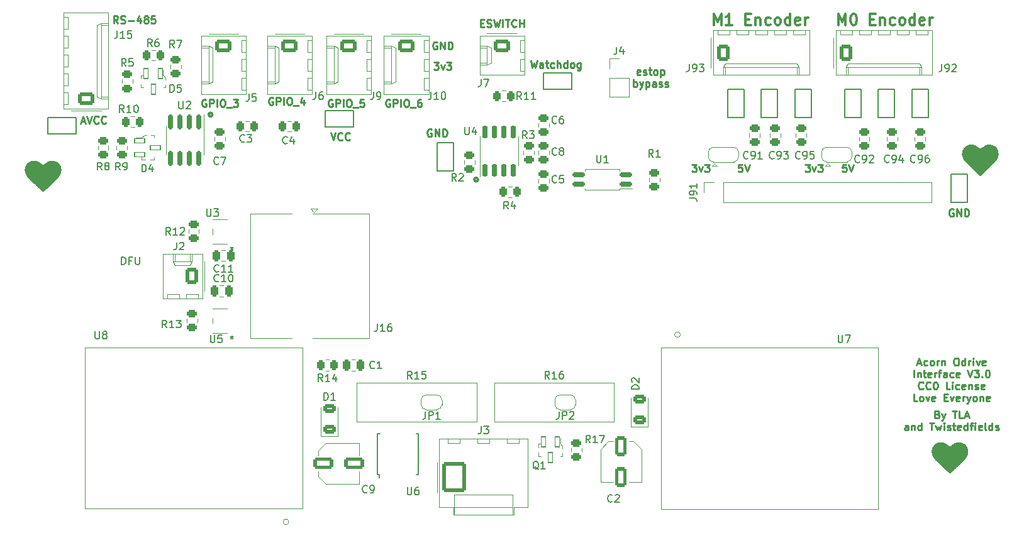
<source format=gto>
%TF.GenerationSoftware,KiCad,Pcbnew,5.99.0-unknown-47cb7f53fd~143~ubuntu20.04.1*%
%TF.CreationDate,2021-11-23T21:24:53-08:00*%
%TF.ProjectId,acorn-odrive-interface,61636f72-6e2d-46f6-9472-6976652d696e,rev?*%
%TF.SameCoordinates,Original*%
%TF.FileFunction,Legend,Top*%
%TF.FilePolarity,Positive*%
%FSLAX46Y46*%
G04 Gerber Fmt 4.6, Leading zero omitted, Abs format (unit mm)*
G04 Created by KiCad (PCBNEW 5.99.0-unknown-47cb7f53fd~143~ubuntu20.04.1) date 2021-11-23 21:24:53*
%MOMM*%
%LPD*%
G01*
G04 APERTURE LIST*
G04 Aperture macros list*
%AMRoundRect*
0 Rectangle with rounded corners*
0 $1 Rounding radius*
0 $2 $3 $4 $5 $6 $7 $8 $9 X,Y pos of 4 corners*
0 Add a 4 corners polygon primitive as box body*
4,1,4,$2,$3,$4,$5,$6,$7,$8,$9,$2,$3,0*
0 Add four circle primitives for the rounded corners*
1,1,$1+$1,$2,$3*
1,1,$1+$1,$4,$5*
1,1,$1+$1,$6,$7*
1,1,$1+$1,$8,$9*
0 Add four rect primitives between the rounded corners*
20,1,$1+$1,$2,$3,$4,$5,0*
20,1,$1+$1,$4,$5,$6,$7,0*
20,1,$1+$1,$6,$7,$8,$9,0*
20,1,$1+$1,$8,$9,$2,$3,0*%
%AMFreePoly0*
4,1,22,0.550000,-0.750000,0.000000,-0.750000,0.000000,-0.745033,-0.079941,-0.743568,-0.215256,-0.701293,-0.333266,-0.622738,-0.424486,-0.514219,-0.481581,-0.384460,-0.499164,-0.250000,-0.500000,-0.250000,-0.500000,0.250000,-0.499164,0.250000,-0.499963,0.256109,-0.478152,0.396186,-0.417904,0.524511,-0.324060,0.630769,-0.204165,0.706417,-0.067858,0.745374,0.000000,0.744959,0.000000,0.750000,
0.550000,0.750000,0.550000,-0.750000,0.550000,-0.750000,$1*%
%AMFreePoly1*
4,1,20,0.000000,0.744959,0.073905,0.744508,0.209726,0.703889,0.328688,0.626782,0.421226,0.519385,0.479903,0.390333,0.500000,0.250000,0.500000,-0.250000,0.499851,-0.262216,0.476331,-0.402017,0.414519,-0.529596,0.319384,-0.634700,0.198574,-0.708877,0.061801,-0.746166,0.000000,-0.745033,0.000000,-0.750000,-0.550000,-0.750000,-0.550000,0.750000,0.000000,0.750000,0.000000,0.744959,
0.000000,0.744959,$1*%
%AMFreePoly2*
4,1,22,0.500000,-0.750000,0.000000,-0.750000,0.000000,-0.745033,-0.079941,-0.743568,-0.215256,-0.701293,-0.333266,-0.622738,-0.424486,-0.514219,-0.481581,-0.384460,-0.499164,-0.250000,-0.500000,-0.250000,-0.500000,0.250000,-0.499164,0.250000,-0.499963,0.256109,-0.478152,0.396186,-0.417904,0.524511,-0.324060,0.630769,-0.204165,0.706417,-0.067858,0.745374,0.000000,0.744959,0.000000,0.750000,
0.500000,0.750000,0.500000,-0.750000,0.500000,-0.750000,$1*%
%AMFreePoly3*
4,1,20,0.000000,0.744959,0.073905,0.744508,0.209726,0.703889,0.328688,0.626782,0.421226,0.519385,0.479903,0.390333,0.500000,0.250000,0.500000,-0.250000,0.499851,-0.262216,0.476331,-0.402017,0.414519,-0.529596,0.319384,-0.634700,0.198574,-0.708877,0.061801,-0.746166,0.000000,-0.745033,0.000000,-0.750000,-0.500000,-0.750000,-0.500000,0.750000,0.000000,0.750000,0.000000,0.744959,
0.000000,0.744959,$1*%
G04 Aperture macros list end*
%ADD10C,0.350000*%
%ADD11C,0.250000*%
%ADD12C,0.150000*%
%ADD13C,0.300000*%
%ADD14C,0.120000*%
%ADD15C,0.100000*%
%ADD16C,3.200000*%
%ADD17RoundRect,0.243750X-0.243750X-0.456250X0.243750X-0.456250X0.243750X0.456250X-0.243750X0.456250X0*%
%ADD18RoundRect,0.243750X0.243750X0.456250X-0.243750X0.456250X-0.243750X-0.456250X0.243750X-0.456250X0*%
%ADD19R,3.400000X1.800000*%
%ADD20RoundRect,0.243750X-0.456250X0.243750X-0.456250X-0.243750X0.456250X-0.243750X0.456250X0.243750X0*%
%ADD21RoundRect,0.250000X-0.845000X0.620000X-0.845000X-0.620000X0.845000X-0.620000X0.845000X0.620000X0*%
%ADD22O,2.190000X1.740000*%
%ADD23RoundRect,0.070000X-0.300000X0.650000X-0.300000X-0.650000X0.300000X-0.650000X0.300000X0.650000X0*%
%ADD24RoundRect,0.243750X0.456250X-0.243750X0.456250X0.243750X-0.456250X0.243750X-0.456250X-0.243750X0*%
%ADD25RoundRect,0.150000X-0.150000X0.825000X-0.150000X-0.825000X0.150000X-0.825000X0.150000X0.825000X0*%
%ADD26RoundRect,0.070000X-0.650000X-0.300000X0.650000X-0.300000X0.650000X0.300000X-0.650000X0.300000X0*%
%ADD27RoundRect,0.150000X0.662500X0.150000X-0.662500X0.150000X-0.662500X-0.150000X0.662500X-0.150000X0*%
%ADD28RoundRect,0.150000X0.150000X-0.725000X0.150000X0.725000X-0.150000X0.725000X-0.150000X-0.725000X0*%
%ADD29R,1.800000X3.400000*%
%ADD30C,3.250000*%
%ADD31R,1.500000X1.500000*%
%ADD32C,1.500000*%
%ADD33C,2.300000*%
%ADD34RoundRect,0.250000X0.620000X0.845000X-0.620000X0.845000X-0.620000X-0.845000X0.620000X-0.845000X0*%
%ADD35O,1.740000X2.190000*%
%ADD36FreePoly0,0.000000*%
%ADD37R,1.000000X1.500000*%
%ADD38FreePoly1,0.000000*%
%ADD39RoundRect,0.250000X-0.620000X-0.845000X0.620000X-0.845000X0.620000X0.845000X-0.620000X0.845000X0*%
%ADD40R,1.700000X1.700000*%
%ADD41O,1.700000X1.700000*%
%ADD42RoundRect,0.250000X0.625000X-0.375000X0.625000X0.375000X-0.625000X0.375000X-0.625000X-0.375000X0*%
%ADD43FreePoly2,180.000000*%
%ADD44FreePoly3,180.000000*%
%ADD45RoundRect,0.250000X-0.250000X-0.475000X0.250000X-0.475000X0.250000X0.475000X-0.250000X0.475000X0*%
%ADD46R,0.977900X0.508000*%
%ADD47RoundRect,0.250000X-0.450000X0.262500X-0.450000X-0.262500X0.450000X-0.262500X0.450000X0.262500X0*%
%ADD48C,2.616200*%
%ADD49C,1.600200*%
%ADD50RoundRect,0.250000X-1.137500X-0.550000X1.137500X-0.550000X1.137500X0.550000X-1.137500X0.550000X0*%
%ADD51RoundRect,0.250000X0.250000X0.475000X-0.250000X0.475000X-0.250000X-0.475000X0.250000X-0.475000X0*%
%ADD52R,0.650000X1.700000*%
%ADD53RoundRect,0.250000X0.845000X-0.620000X0.845000X0.620000X-0.845000X0.620000X-0.845000X-0.620000X0*%
%ADD54RoundRect,0.250000X-0.262500X-0.450000X0.262500X-0.450000X0.262500X0.450000X-0.262500X0.450000X0*%
%ADD55RoundRect,0.250000X-1.330000X-1.800000X1.330000X-1.800000X1.330000X1.800000X-1.330000X1.800000X0*%
%ADD56O,3.160000X4.100000*%
%ADD57R,2.500000X4.500000*%
%ADD58O,2.500000X4.500000*%
%ADD59RoundRect,0.250000X-0.550000X1.137500X-0.550000X-1.137500X0.550000X-1.137500X0.550000X1.137500X0*%
%ADD60C,6.500000*%
G04 APERTURE END LIST*
D10*
X144750000Y-91000000D02*
G75*
G03*
X144750000Y-91000000I-250000J0D01*
G01*
X109000000Y-82250000D02*
G75*
G03*
X109000000Y-82250000I-250000J0D01*
G01*
D11*
X138488095Y-84250000D02*
X138392857Y-84202380D01*
X138250000Y-84202380D01*
X138107142Y-84250000D01*
X138011904Y-84345238D01*
X137964285Y-84440476D01*
X137916666Y-84630952D01*
X137916666Y-84773809D01*
X137964285Y-84964285D01*
X138011904Y-85059523D01*
X138107142Y-85154761D01*
X138250000Y-85202380D01*
X138345238Y-85202380D01*
X138488095Y-85154761D01*
X138535714Y-85107142D01*
X138535714Y-84773809D01*
X138345238Y-84773809D01*
X138964285Y-85202380D02*
X138964285Y-84202380D01*
X139535714Y-85202380D01*
X139535714Y-84202380D01*
X140011904Y-85202380D02*
X140011904Y-84202380D01*
X140250000Y-84202380D01*
X140392857Y-84250000D01*
X140488095Y-84345238D01*
X140535714Y-84440476D01*
X140583333Y-84630952D01*
X140583333Y-84773809D01*
X140535714Y-84964285D01*
X140488095Y-85059523D01*
X140392857Y-85154761D01*
X140250000Y-85202380D01*
X140011904Y-85202380D01*
X108142857Y-80250000D02*
X108047619Y-80202380D01*
X107904761Y-80202380D01*
X107761904Y-80250000D01*
X107666666Y-80345238D01*
X107619047Y-80440476D01*
X107571428Y-80630952D01*
X107571428Y-80773809D01*
X107619047Y-80964285D01*
X107666666Y-81059523D01*
X107761904Y-81154761D01*
X107904761Y-81202380D01*
X108000000Y-81202380D01*
X108142857Y-81154761D01*
X108190476Y-81107142D01*
X108190476Y-80773809D01*
X108000000Y-80773809D01*
X108619047Y-81202380D02*
X108619047Y-80202380D01*
X109000000Y-80202380D01*
X109095238Y-80250000D01*
X109142857Y-80297619D01*
X109190476Y-80392857D01*
X109190476Y-80535714D01*
X109142857Y-80630952D01*
X109095238Y-80678571D01*
X109000000Y-80726190D01*
X108619047Y-80726190D01*
X109619047Y-81202380D02*
X109619047Y-80202380D01*
X110285714Y-80202380D02*
X110476190Y-80202380D01*
X110571428Y-80250000D01*
X110666666Y-80345238D01*
X110714285Y-80535714D01*
X110714285Y-80869047D01*
X110666666Y-81059523D01*
X110571428Y-81154761D01*
X110476190Y-81202380D01*
X110285714Y-81202380D01*
X110190476Y-81154761D01*
X110095238Y-81059523D01*
X110047619Y-80869047D01*
X110047619Y-80535714D01*
X110095238Y-80345238D01*
X110190476Y-80250000D01*
X110285714Y-80202380D01*
X110904761Y-81297619D02*
X111666666Y-81297619D01*
X111809523Y-80202380D02*
X112428571Y-80202380D01*
X112095238Y-80583333D01*
X112238095Y-80583333D01*
X112333333Y-80630952D01*
X112380952Y-80678571D01*
X112428571Y-80773809D01*
X112428571Y-81011904D01*
X112380952Y-81107142D01*
X112333333Y-81154761D01*
X112238095Y-81202380D01*
X111952380Y-81202380D01*
X111857142Y-81154761D01*
X111809523Y-81107142D01*
X117142857Y-80000000D02*
X117047619Y-79952380D01*
X116904761Y-79952380D01*
X116761904Y-80000000D01*
X116666666Y-80095238D01*
X116619047Y-80190476D01*
X116571428Y-80380952D01*
X116571428Y-80523809D01*
X116619047Y-80714285D01*
X116666666Y-80809523D01*
X116761904Y-80904761D01*
X116904761Y-80952380D01*
X117000000Y-80952380D01*
X117142857Y-80904761D01*
X117190476Y-80857142D01*
X117190476Y-80523809D01*
X117000000Y-80523809D01*
X117619047Y-80952380D02*
X117619047Y-79952380D01*
X118000000Y-79952380D01*
X118095238Y-80000000D01*
X118142857Y-80047619D01*
X118190476Y-80142857D01*
X118190476Y-80285714D01*
X118142857Y-80380952D01*
X118095238Y-80428571D01*
X118000000Y-80476190D01*
X117619047Y-80476190D01*
X118619047Y-80952380D02*
X118619047Y-79952380D01*
X119285714Y-79952380D02*
X119476190Y-79952380D01*
X119571428Y-80000000D01*
X119666666Y-80095238D01*
X119714285Y-80285714D01*
X119714285Y-80619047D01*
X119666666Y-80809523D01*
X119571428Y-80904761D01*
X119476190Y-80952380D01*
X119285714Y-80952380D01*
X119190476Y-80904761D01*
X119095238Y-80809523D01*
X119047619Y-80619047D01*
X119047619Y-80285714D01*
X119095238Y-80095238D01*
X119190476Y-80000000D01*
X119285714Y-79952380D01*
X119904761Y-81047619D02*
X120666666Y-81047619D01*
X121333333Y-80285714D02*
X121333333Y-80952380D01*
X121095238Y-79904761D02*
X120857142Y-80619047D01*
X121476190Y-80619047D01*
X125142857Y-80250000D02*
X125047619Y-80202380D01*
X124904761Y-80202380D01*
X124761904Y-80250000D01*
X124666666Y-80345238D01*
X124619047Y-80440476D01*
X124571428Y-80630952D01*
X124571428Y-80773809D01*
X124619047Y-80964285D01*
X124666666Y-81059523D01*
X124761904Y-81154761D01*
X124904761Y-81202380D01*
X125000000Y-81202380D01*
X125142857Y-81154761D01*
X125190476Y-81107142D01*
X125190476Y-80773809D01*
X125000000Y-80773809D01*
X125619047Y-81202380D02*
X125619047Y-80202380D01*
X126000000Y-80202380D01*
X126095238Y-80250000D01*
X126142857Y-80297619D01*
X126190476Y-80392857D01*
X126190476Y-80535714D01*
X126142857Y-80630952D01*
X126095238Y-80678571D01*
X126000000Y-80726190D01*
X125619047Y-80726190D01*
X126619047Y-81202380D02*
X126619047Y-80202380D01*
X127285714Y-80202380D02*
X127476190Y-80202380D01*
X127571428Y-80250000D01*
X127666666Y-80345238D01*
X127714285Y-80535714D01*
X127714285Y-80869047D01*
X127666666Y-81059523D01*
X127571428Y-81154761D01*
X127476190Y-81202380D01*
X127285714Y-81202380D01*
X127190476Y-81154761D01*
X127095238Y-81059523D01*
X127047619Y-80869047D01*
X127047619Y-80535714D01*
X127095238Y-80345238D01*
X127190476Y-80250000D01*
X127285714Y-80202380D01*
X127904761Y-81297619D02*
X128666666Y-81297619D01*
X129380952Y-80202380D02*
X128904761Y-80202380D01*
X128857142Y-80678571D01*
X128904761Y-80630952D01*
X129000000Y-80583333D01*
X129238095Y-80583333D01*
X129333333Y-80630952D01*
X129380952Y-80678571D01*
X129428571Y-80773809D01*
X129428571Y-81011904D01*
X129380952Y-81107142D01*
X129333333Y-81154761D01*
X129238095Y-81202380D01*
X129000000Y-81202380D01*
X128904761Y-81154761D01*
X128857142Y-81107142D01*
X132892857Y-80250000D02*
X132797619Y-80202380D01*
X132654761Y-80202380D01*
X132511904Y-80250000D01*
X132416666Y-80345238D01*
X132369047Y-80440476D01*
X132321428Y-80630952D01*
X132321428Y-80773809D01*
X132369047Y-80964285D01*
X132416666Y-81059523D01*
X132511904Y-81154761D01*
X132654761Y-81202380D01*
X132750000Y-81202380D01*
X132892857Y-81154761D01*
X132940476Y-81107142D01*
X132940476Y-80773809D01*
X132750000Y-80773809D01*
X133369047Y-81202380D02*
X133369047Y-80202380D01*
X133750000Y-80202380D01*
X133845238Y-80250000D01*
X133892857Y-80297619D01*
X133940476Y-80392857D01*
X133940476Y-80535714D01*
X133892857Y-80630952D01*
X133845238Y-80678571D01*
X133750000Y-80726190D01*
X133369047Y-80726190D01*
X134369047Y-81202380D02*
X134369047Y-80202380D01*
X135035714Y-80202380D02*
X135226190Y-80202380D01*
X135321428Y-80250000D01*
X135416666Y-80345238D01*
X135464285Y-80535714D01*
X135464285Y-80869047D01*
X135416666Y-81059523D01*
X135321428Y-81154761D01*
X135226190Y-81202380D01*
X135035714Y-81202380D01*
X134940476Y-81154761D01*
X134845238Y-81059523D01*
X134797619Y-80869047D01*
X134797619Y-80535714D01*
X134845238Y-80345238D01*
X134940476Y-80250000D01*
X135035714Y-80202380D01*
X135654761Y-81297619D02*
X136416666Y-81297619D01*
X137083333Y-80202380D02*
X136892857Y-80202380D01*
X136797619Y-80250000D01*
X136750000Y-80297619D01*
X136654761Y-80440476D01*
X136607142Y-80630952D01*
X136607142Y-81011904D01*
X136654761Y-81107142D01*
X136702380Y-81154761D01*
X136797619Y-81202380D01*
X136988095Y-81202380D01*
X137083333Y-81154761D01*
X137130952Y-81107142D01*
X137178571Y-81011904D01*
X137178571Y-80773809D01*
X137130952Y-80678571D01*
X137083333Y-80630952D01*
X136988095Y-80583333D01*
X136797619Y-80583333D01*
X136702380Y-80630952D01*
X136654761Y-80678571D01*
X136607142Y-80773809D01*
D12*
X96785714Y-102452380D02*
X96785714Y-101452380D01*
X97023809Y-101452380D01*
X97166666Y-101500000D01*
X97261904Y-101595238D01*
X97309523Y-101690476D01*
X97357142Y-101880952D01*
X97357142Y-102023809D01*
X97309523Y-102214285D01*
X97261904Y-102309523D01*
X97166666Y-102404761D01*
X97023809Y-102452380D01*
X96785714Y-102452380D01*
X98119047Y-101928571D02*
X97785714Y-101928571D01*
X97785714Y-102452380D02*
X97785714Y-101452380D01*
X98261904Y-101452380D01*
X98642857Y-101452380D02*
X98642857Y-102261904D01*
X98690476Y-102357142D01*
X98738095Y-102404761D01*
X98833333Y-102452380D01*
X99023809Y-102452380D01*
X99119047Y-102404761D01*
X99166666Y-102357142D01*
X99214285Y-102261904D01*
X99214285Y-101452380D01*
D11*
X96285714Y-69952380D02*
X95952380Y-69476190D01*
X95714285Y-69952380D02*
X95714285Y-68952380D01*
X96095238Y-68952380D01*
X96190476Y-69000000D01*
X96238095Y-69047619D01*
X96285714Y-69142857D01*
X96285714Y-69285714D01*
X96238095Y-69380952D01*
X96190476Y-69428571D01*
X96095238Y-69476190D01*
X95714285Y-69476190D01*
X96666666Y-69904761D02*
X96809523Y-69952380D01*
X97047619Y-69952380D01*
X97142857Y-69904761D01*
X97190476Y-69857142D01*
X97238095Y-69761904D01*
X97238095Y-69666666D01*
X97190476Y-69571428D01*
X97142857Y-69523809D01*
X97047619Y-69476190D01*
X96857142Y-69428571D01*
X96761904Y-69380952D01*
X96714285Y-69333333D01*
X96666666Y-69238095D01*
X96666666Y-69142857D01*
X96714285Y-69047619D01*
X96761904Y-69000000D01*
X96857142Y-68952380D01*
X97095238Y-68952380D01*
X97238095Y-69000000D01*
X97666666Y-69571428D02*
X98428571Y-69571428D01*
X99333333Y-69285714D02*
X99333333Y-69952380D01*
X99095238Y-68904761D02*
X98857142Y-69619047D01*
X99476190Y-69619047D01*
X100000000Y-69380952D02*
X99904761Y-69333333D01*
X99857142Y-69285714D01*
X99809523Y-69190476D01*
X99809523Y-69142857D01*
X99857142Y-69047619D01*
X99904761Y-69000000D01*
X100000000Y-68952380D01*
X100190476Y-68952380D01*
X100285714Y-69000000D01*
X100333333Y-69047619D01*
X100380952Y-69142857D01*
X100380952Y-69190476D01*
X100333333Y-69285714D01*
X100285714Y-69333333D01*
X100190476Y-69380952D01*
X100000000Y-69380952D01*
X99904761Y-69428571D01*
X99857142Y-69476190D01*
X99809523Y-69571428D01*
X99809523Y-69761904D01*
X99857142Y-69857142D01*
X99904761Y-69904761D01*
X100000000Y-69952380D01*
X100190476Y-69952380D01*
X100285714Y-69904761D01*
X100333333Y-69857142D01*
X100380952Y-69761904D01*
X100380952Y-69571428D01*
X100333333Y-69476190D01*
X100285714Y-69428571D01*
X100190476Y-69380952D01*
X101285714Y-68952380D02*
X100809523Y-68952380D01*
X100761904Y-69428571D01*
X100809523Y-69380952D01*
X100904761Y-69333333D01*
X101142857Y-69333333D01*
X101238095Y-69380952D01*
X101285714Y-69428571D01*
X101333333Y-69523809D01*
X101333333Y-69761904D01*
X101285714Y-69857142D01*
X101238095Y-69904761D01*
X101142857Y-69952380D01*
X100904761Y-69952380D01*
X100809523Y-69904761D01*
X100761904Y-69857142D01*
X206595238Y-122623571D02*
X206738095Y-122671190D01*
X206785714Y-122718809D01*
X206833333Y-122814047D01*
X206833333Y-122956904D01*
X206785714Y-123052142D01*
X206738095Y-123099761D01*
X206642857Y-123147380D01*
X206261904Y-123147380D01*
X206261904Y-122147380D01*
X206595238Y-122147380D01*
X206690476Y-122195000D01*
X206738095Y-122242619D01*
X206785714Y-122337857D01*
X206785714Y-122433095D01*
X206738095Y-122528333D01*
X206690476Y-122575952D01*
X206595238Y-122623571D01*
X206261904Y-122623571D01*
X207166666Y-122480714D02*
X207404761Y-123147380D01*
X207642857Y-122480714D02*
X207404761Y-123147380D01*
X207309523Y-123385476D01*
X207261904Y-123433095D01*
X207166666Y-123480714D01*
X208642857Y-122147380D02*
X209214285Y-122147380D01*
X208928571Y-123147380D02*
X208928571Y-122147380D01*
X210023809Y-123147380D02*
X209547619Y-123147380D01*
X209547619Y-122147380D01*
X210309523Y-122861666D02*
X210785714Y-122861666D01*
X210214285Y-123147380D02*
X210547619Y-122147380D01*
X210880952Y-123147380D01*
X202642857Y-124757380D02*
X202642857Y-124233571D01*
X202595238Y-124138333D01*
X202500000Y-124090714D01*
X202309523Y-124090714D01*
X202214285Y-124138333D01*
X202642857Y-124709761D02*
X202547619Y-124757380D01*
X202309523Y-124757380D01*
X202214285Y-124709761D01*
X202166666Y-124614523D01*
X202166666Y-124519285D01*
X202214285Y-124424047D01*
X202309523Y-124376428D01*
X202547619Y-124376428D01*
X202642857Y-124328809D01*
X203119047Y-124090714D02*
X203119047Y-124757380D01*
X203119047Y-124185952D02*
X203166666Y-124138333D01*
X203261904Y-124090714D01*
X203404761Y-124090714D01*
X203500000Y-124138333D01*
X203547619Y-124233571D01*
X203547619Y-124757380D01*
X204452380Y-124757380D02*
X204452380Y-123757380D01*
X204452380Y-124709761D02*
X204357142Y-124757380D01*
X204166666Y-124757380D01*
X204071428Y-124709761D01*
X204023809Y-124662142D01*
X203976190Y-124566904D01*
X203976190Y-124281190D01*
X204023809Y-124185952D01*
X204071428Y-124138333D01*
X204166666Y-124090714D01*
X204357142Y-124090714D01*
X204452380Y-124138333D01*
X205547619Y-123757380D02*
X206119047Y-123757380D01*
X205833333Y-124757380D02*
X205833333Y-123757380D01*
X206357142Y-124090714D02*
X206547619Y-124757380D01*
X206738095Y-124281190D01*
X206928571Y-124757380D01*
X207119047Y-124090714D01*
X207500000Y-124757380D02*
X207500000Y-124090714D01*
X207500000Y-123757380D02*
X207452380Y-123805000D01*
X207500000Y-123852619D01*
X207547619Y-123805000D01*
X207500000Y-123757380D01*
X207500000Y-123852619D01*
X207928571Y-124709761D02*
X208023809Y-124757380D01*
X208214285Y-124757380D01*
X208309523Y-124709761D01*
X208357142Y-124614523D01*
X208357142Y-124566904D01*
X208309523Y-124471666D01*
X208214285Y-124424047D01*
X208071428Y-124424047D01*
X207976190Y-124376428D01*
X207928571Y-124281190D01*
X207928571Y-124233571D01*
X207976190Y-124138333D01*
X208071428Y-124090714D01*
X208214285Y-124090714D01*
X208309523Y-124138333D01*
X208642857Y-124090714D02*
X209023809Y-124090714D01*
X208785714Y-123757380D02*
X208785714Y-124614523D01*
X208833333Y-124709761D01*
X208928571Y-124757380D01*
X209023809Y-124757380D01*
X209738095Y-124709761D02*
X209642857Y-124757380D01*
X209452380Y-124757380D01*
X209357142Y-124709761D01*
X209309523Y-124614523D01*
X209309523Y-124233571D01*
X209357142Y-124138333D01*
X209452380Y-124090714D01*
X209642857Y-124090714D01*
X209738095Y-124138333D01*
X209785714Y-124233571D01*
X209785714Y-124328809D01*
X209309523Y-124424047D01*
X210642857Y-124757380D02*
X210642857Y-123757380D01*
X210642857Y-124709761D02*
X210547619Y-124757380D01*
X210357142Y-124757380D01*
X210261904Y-124709761D01*
X210214285Y-124662142D01*
X210166666Y-124566904D01*
X210166666Y-124281190D01*
X210214285Y-124185952D01*
X210261904Y-124138333D01*
X210357142Y-124090714D01*
X210547619Y-124090714D01*
X210642857Y-124138333D01*
X210976190Y-124090714D02*
X211357142Y-124090714D01*
X211119047Y-124757380D02*
X211119047Y-123900238D01*
X211166666Y-123805000D01*
X211261904Y-123757380D01*
X211357142Y-123757380D01*
X211690476Y-124757380D02*
X211690476Y-124090714D01*
X211690476Y-123757380D02*
X211642857Y-123805000D01*
X211690476Y-123852619D01*
X211738095Y-123805000D01*
X211690476Y-123757380D01*
X211690476Y-123852619D01*
X212547619Y-124709761D02*
X212452380Y-124757380D01*
X212261904Y-124757380D01*
X212166666Y-124709761D01*
X212119047Y-124614523D01*
X212119047Y-124233571D01*
X212166666Y-124138333D01*
X212261904Y-124090714D01*
X212452380Y-124090714D01*
X212547619Y-124138333D01*
X212595238Y-124233571D01*
X212595238Y-124328809D01*
X212119047Y-124424047D01*
X213166666Y-124757380D02*
X213071428Y-124709761D01*
X213023809Y-124614523D01*
X213023809Y-123757380D01*
X213976190Y-124757380D02*
X213976190Y-123757380D01*
X213976190Y-124709761D02*
X213880952Y-124757380D01*
X213690476Y-124757380D01*
X213595238Y-124709761D01*
X213547619Y-124662142D01*
X213500000Y-124566904D01*
X213500000Y-124281190D01*
X213547619Y-124185952D01*
X213595238Y-124138333D01*
X213690476Y-124090714D01*
X213880952Y-124090714D01*
X213976190Y-124138333D01*
X214404761Y-124709761D02*
X214500000Y-124757380D01*
X214690476Y-124757380D01*
X214785714Y-124709761D01*
X214833333Y-124614523D01*
X214833333Y-124566904D01*
X214785714Y-124471666D01*
X214690476Y-124424047D01*
X214547619Y-124424047D01*
X214452380Y-124376428D01*
X214404761Y-124281190D01*
X214404761Y-124233571D01*
X214452380Y-124138333D01*
X214547619Y-124090714D01*
X214690476Y-124090714D01*
X214785714Y-124138333D01*
X203904761Y-115751666D02*
X204380952Y-115751666D01*
X203809523Y-116037380D02*
X204142857Y-115037380D01*
X204476190Y-116037380D01*
X205238095Y-115989761D02*
X205142857Y-116037380D01*
X204952380Y-116037380D01*
X204857142Y-115989761D01*
X204809523Y-115942142D01*
X204761904Y-115846904D01*
X204761904Y-115561190D01*
X204809523Y-115465952D01*
X204857142Y-115418333D01*
X204952380Y-115370714D01*
X205142857Y-115370714D01*
X205238095Y-115418333D01*
X205809523Y-116037380D02*
X205714285Y-115989761D01*
X205666666Y-115942142D01*
X205619047Y-115846904D01*
X205619047Y-115561190D01*
X205666666Y-115465952D01*
X205714285Y-115418333D01*
X205809523Y-115370714D01*
X205952380Y-115370714D01*
X206047619Y-115418333D01*
X206095238Y-115465952D01*
X206142857Y-115561190D01*
X206142857Y-115846904D01*
X206095238Y-115942142D01*
X206047619Y-115989761D01*
X205952380Y-116037380D01*
X205809523Y-116037380D01*
X206571428Y-116037380D02*
X206571428Y-115370714D01*
X206571428Y-115561190D02*
X206619047Y-115465952D01*
X206666666Y-115418333D01*
X206761904Y-115370714D01*
X206857142Y-115370714D01*
X207190476Y-115370714D02*
X207190476Y-116037380D01*
X207190476Y-115465952D02*
X207238095Y-115418333D01*
X207333333Y-115370714D01*
X207476190Y-115370714D01*
X207571428Y-115418333D01*
X207619047Y-115513571D01*
X207619047Y-116037380D01*
X209047619Y-115037380D02*
X209238095Y-115037380D01*
X209333333Y-115085000D01*
X209428571Y-115180238D01*
X209476190Y-115370714D01*
X209476190Y-115704047D01*
X209428571Y-115894523D01*
X209333333Y-115989761D01*
X209238095Y-116037380D01*
X209047619Y-116037380D01*
X208952380Y-115989761D01*
X208857142Y-115894523D01*
X208809523Y-115704047D01*
X208809523Y-115370714D01*
X208857142Y-115180238D01*
X208952380Y-115085000D01*
X209047619Y-115037380D01*
X210333333Y-116037380D02*
X210333333Y-115037380D01*
X210333333Y-115989761D02*
X210238095Y-116037380D01*
X210047619Y-116037380D01*
X209952380Y-115989761D01*
X209904761Y-115942142D01*
X209857142Y-115846904D01*
X209857142Y-115561190D01*
X209904761Y-115465952D01*
X209952380Y-115418333D01*
X210047619Y-115370714D01*
X210238095Y-115370714D01*
X210333333Y-115418333D01*
X210809523Y-116037380D02*
X210809523Y-115370714D01*
X210809523Y-115561190D02*
X210857142Y-115465952D01*
X210904761Y-115418333D01*
X211000000Y-115370714D01*
X211095238Y-115370714D01*
X211428571Y-116037380D02*
X211428571Y-115370714D01*
X211428571Y-115037380D02*
X211380952Y-115085000D01*
X211428571Y-115132619D01*
X211476190Y-115085000D01*
X211428571Y-115037380D01*
X211428571Y-115132619D01*
X211809523Y-115370714D02*
X212047619Y-116037380D01*
X212285714Y-115370714D01*
X213047619Y-115989761D02*
X212952380Y-116037380D01*
X212761904Y-116037380D01*
X212666666Y-115989761D01*
X212619047Y-115894523D01*
X212619047Y-115513571D01*
X212666666Y-115418333D01*
X212761904Y-115370714D01*
X212952380Y-115370714D01*
X213047619Y-115418333D01*
X213095238Y-115513571D01*
X213095238Y-115608809D01*
X212619047Y-115704047D01*
X203428571Y-117647380D02*
X203428571Y-116647380D01*
X203904761Y-116980714D02*
X203904761Y-117647380D01*
X203904761Y-117075952D02*
X203952380Y-117028333D01*
X204047619Y-116980714D01*
X204190476Y-116980714D01*
X204285714Y-117028333D01*
X204333333Y-117123571D01*
X204333333Y-117647380D01*
X204666666Y-116980714D02*
X205047619Y-116980714D01*
X204809523Y-116647380D02*
X204809523Y-117504523D01*
X204857142Y-117599761D01*
X204952380Y-117647380D01*
X205047619Y-117647380D01*
X205761904Y-117599761D02*
X205666666Y-117647380D01*
X205476190Y-117647380D01*
X205380952Y-117599761D01*
X205333333Y-117504523D01*
X205333333Y-117123571D01*
X205380952Y-117028333D01*
X205476190Y-116980714D01*
X205666666Y-116980714D01*
X205761904Y-117028333D01*
X205809523Y-117123571D01*
X205809523Y-117218809D01*
X205333333Y-117314047D01*
X206238095Y-117647380D02*
X206238095Y-116980714D01*
X206238095Y-117171190D02*
X206285714Y-117075952D01*
X206333333Y-117028333D01*
X206428571Y-116980714D01*
X206523809Y-116980714D01*
X206714285Y-116980714D02*
X207095238Y-116980714D01*
X206857142Y-117647380D02*
X206857142Y-116790238D01*
X206904761Y-116695000D01*
X207000000Y-116647380D01*
X207095238Y-116647380D01*
X207857142Y-117647380D02*
X207857142Y-117123571D01*
X207809523Y-117028333D01*
X207714285Y-116980714D01*
X207523809Y-116980714D01*
X207428571Y-117028333D01*
X207857142Y-117599761D02*
X207761904Y-117647380D01*
X207523809Y-117647380D01*
X207428571Y-117599761D01*
X207380952Y-117504523D01*
X207380952Y-117409285D01*
X207428571Y-117314047D01*
X207523809Y-117266428D01*
X207761904Y-117266428D01*
X207857142Y-117218809D01*
X208761904Y-117599761D02*
X208666666Y-117647380D01*
X208476190Y-117647380D01*
X208380952Y-117599761D01*
X208333333Y-117552142D01*
X208285714Y-117456904D01*
X208285714Y-117171190D01*
X208333333Y-117075952D01*
X208380952Y-117028333D01*
X208476190Y-116980714D01*
X208666666Y-116980714D01*
X208761904Y-117028333D01*
X209571428Y-117599761D02*
X209476190Y-117647380D01*
X209285714Y-117647380D01*
X209190476Y-117599761D01*
X209142857Y-117504523D01*
X209142857Y-117123571D01*
X209190476Y-117028333D01*
X209285714Y-116980714D01*
X209476190Y-116980714D01*
X209571428Y-117028333D01*
X209619047Y-117123571D01*
X209619047Y-117218809D01*
X209142857Y-117314047D01*
X210666666Y-116647380D02*
X211000000Y-117647380D01*
X211333333Y-116647380D01*
X211571428Y-116647380D02*
X212190476Y-116647380D01*
X211857142Y-117028333D01*
X212000000Y-117028333D01*
X212095238Y-117075952D01*
X212142857Y-117123571D01*
X212190476Y-117218809D01*
X212190476Y-117456904D01*
X212142857Y-117552142D01*
X212095238Y-117599761D01*
X212000000Y-117647380D01*
X211714285Y-117647380D01*
X211619047Y-117599761D01*
X211571428Y-117552142D01*
X212619047Y-117552142D02*
X212666666Y-117599761D01*
X212619047Y-117647380D01*
X212571428Y-117599761D01*
X212619047Y-117552142D01*
X212619047Y-117647380D01*
X213285714Y-116647380D02*
X213380952Y-116647380D01*
X213476190Y-116695000D01*
X213523809Y-116742619D01*
X213571428Y-116837857D01*
X213619047Y-117028333D01*
X213619047Y-117266428D01*
X213571428Y-117456904D01*
X213523809Y-117552142D01*
X213476190Y-117599761D01*
X213380952Y-117647380D01*
X213285714Y-117647380D01*
X213190476Y-117599761D01*
X213142857Y-117552142D01*
X213095238Y-117456904D01*
X213047619Y-117266428D01*
X213047619Y-117028333D01*
X213095238Y-116837857D01*
X213142857Y-116742619D01*
X213190476Y-116695000D01*
X213285714Y-116647380D01*
X204666666Y-119162142D02*
X204619047Y-119209761D01*
X204476190Y-119257380D01*
X204380952Y-119257380D01*
X204238095Y-119209761D01*
X204142857Y-119114523D01*
X204095238Y-119019285D01*
X204047619Y-118828809D01*
X204047619Y-118685952D01*
X204095238Y-118495476D01*
X204142857Y-118400238D01*
X204238095Y-118305000D01*
X204380952Y-118257380D01*
X204476190Y-118257380D01*
X204619047Y-118305000D01*
X204666666Y-118352619D01*
X205666666Y-119162142D02*
X205619047Y-119209761D01*
X205476190Y-119257380D01*
X205380952Y-119257380D01*
X205238095Y-119209761D01*
X205142857Y-119114523D01*
X205095238Y-119019285D01*
X205047619Y-118828809D01*
X205047619Y-118685952D01*
X205095238Y-118495476D01*
X205142857Y-118400238D01*
X205238095Y-118305000D01*
X205380952Y-118257380D01*
X205476190Y-118257380D01*
X205619047Y-118305000D01*
X205666666Y-118352619D01*
X206285714Y-118257380D02*
X206380952Y-118257380D01*
X206476190Y-118305000D01*
X206523809Y-118352619D01*
X206571428Y-118447857D01*
X206619047Y-118638333D01*
X206619047Y-118876428D01*
X206571428Y-119066904D01*
X206523809Y-119162142D01*
X206476190Y-119209761D01*
X206380952Y-119257380D01*
X206285714Y-119257380D01*
X206190476Y-119209761D01*
X206142857Y-119162142D01*
X206095238Y-119066904D01*
X206047619Y-118876428D01*
X206047619Y-118638333D01*
X206095238Y-118447857D01*
X206142857Y-118352619D01*
X206190476Y-118305000D01*
X206285714Y-118257380D01*
X208285714Y-119257380D02*
X207809523Y-119257380D01*
X207809523Y-118257380D01*
X208619047Y-119257380D02*
X208619047Y-118590714D01*
X208619047Y-118257380D02*
X208571428Y-118305000D01*
X208619047Y-118352619D01*
X208666666Y-118305000D01*
X208619047Y-118257380D01*
X208619047Y-118352619D01*
X209523809Y-119209761D02*
X209428571Y-119257380D01*
X209238095Y-119257380D01*
X209142857Y-119209761D01*
X209095238Y-119162142D01*
X209047619Y-119066904D01*
X209047619Y-118781190D01*
X209095238Y-118685952D01*
X209142857Y-118638333D01*
X209238095Y-118590714D01*
X209428571Y-118590714D01*
X209523809Y-118638333D01*
X210333333Y-119209761D02*
X210238095Y-119257380D01*
X210047619Y-119257380D01*
X209952380Y-119209761D01*
X209904761Y-119114523D01*
X209904761Y-118733571D01*
X209952380Y-118638333D01*
X210047619Y-118590714D01*
X210238095Y-118590714D01*
X210333333Y-118638333D01*
X210380952Y-118733571D01*
X210380952Y-118828809D01*
X209904761Y-118924047D01*
X210809523Y-118590714D02*
X210809523Y-119257380D01*
X210809523Y-118685952D02*
X210857142Y-118638333D01*
X210952380Y-118590714D01*
X211095238Y-118590714D01*
X211190476Y-118638333D01*
X211238095Y-118733571D01*
X211238095Y-119257380D01*
X211666666Y-119209761D02*
X211761904Y-119257380D01*
X211952380Y-119257380D01*
X212047619Y-119209761D01*
X212095238Y-119114523D01*
X212095238Y-119066904D01*
X212047619Y-118971666D01*
X211952380Y-118924047D01*
X211809523Y-118924047D01*
X211714285Y-118876428D01*
X211666666Y-118781190D01*
X211666666Y-118733571D01*
X211714285Y-118638333D01*
X211809523Y-118590714D01*
X211952380Y-118590714D01*
X212047619Y-118638333D01*
X212904761Y-119209761D02*
X212809523Y-119257380D01*
X212619047Y-119257380D01*
X212523809Y-119209761D01*
X212476190Y-119114523D01*
X212476190Y-118733571D01*
X212523809Y-118638333D01*
X212619047Y-118590714D01*
X212809523Y-118590714D01*
X212904761Y-118638333D01*
X212952380Y-118733571D01*
X212952380Y-118828809D01*
X212476190Y-118924047D01*
X203880952Y-120867380D02*
X203404761Y-120867380D01*
X203404761Y-119867380D01*
X204357142Y-120867380D02*
X204261904Y-120819761D01*
X204214285Y-120772142D01*
X204166666Y-120676904D01*
X204166666Y-120391190D01*
X204214285Y-120295952D01*
X204261904Y-120248333D01*
X204357142Y-120200714D01*
X204500000Y-120200714D01*
X204595238Y-120248333D01*
X204642857Y-120295952D01*
X204690476Y-120391190D01*
X204690476Y-120676904D01*
X204642857Y-120772142D01*
X204595238Y-120819761D01*
X204500000Y-120867380D01*
X204357142Y-120867380D01*
X205023809Y-120200714D02*
X205261904Y-120867380D01*
X205500000Y-120200714D01*
X206261904Y-120819761D02*
X206166666Y-120867380D01*
X205976190Y-120867380D01*
X205880952Y-120819761D01*
X205833333Y-120724523D01*
X205833333Y-120343571D01*
X205880952Y-120248333D01*
X205976190Y-120200714D01*
X206166666Y-120200714D01*
X206261904Y-120248333D01*
X206309523Y-120343571D01*
X206309523Y-120438809D01*
X205833333Y-120534047D01*
X207500000Y-120343571D02*
X207833333Y-120343571D01*
X207976190Y-120867380D02*
X207500000Y-120867380D01*
X207500000Y-119867380D01*
X207976190Y-119867380D01*
X208309523Y-120200714D02*
X208547619Y-120867380D01*
X208785714Y-120200714D01*
X209547619Y-120819761D02*
X209452380Y-120867380D01*
X209261904Y-120867380D01*
X209166666Y-120819761D01*
X209119047Y-120724523D01*
X209119047Y-120343571D01*
X209166666Y-120248333D01*
X209261904Y-120200714D01*
X209452380Y-120200714D01*
X209547619Y-120248333D01*
X209595238Y-120343571D01*
X209595238Y-120438809D01*
X209119047Y-120534047D01*
X210023809Y-120867380D02*
X210023809Y-120200714D01*
X210023809Y-120391190D02*
X210071428Y-120295952D01*
X210119047Y-120248333D01*
X210214285Y-120200714D01*
X210309523Y-120200714D01*
X210547619Y-120200714D02*
X210785714Y-120867380D01*
X211023809Y-120200714D02*
X210785714Y-120867380D01*
X210690476Y-121105476D01*
X210642857Y-121153095D01*
X210547619Y-121200714D01*
X211547619Y-120867380D02*
X211452380Y-120819761D01*
X211404761Y-120772142D01*
X211357142Y-120676904D01*
X211357142Y-120391190D01*
X211404761Y-120295952D01*
X211452380Y-120248333D01*
X211547619Y-120200714D01*
X211690476Y-120200714D01*
X211785714Y-120248333D01*
X211833333Y-120295952D01*
X211880952Y-120391190D01*
X211880952Y-120676904D01*
X211833333Y-120772142D01*
X211785714Y-120819761D01*
X211690476Y-120867380D01*
X211547619Y-120867380D01*
X212309523Y-120200714D02*
X212309523Y-120867380D01*
X212309523Y-120295952D02*
X212357142Y-120248333D01*
X212452380Y-120200714D01*
X212595238Y-120200714D01*
X212690476Y-120248333D01*
X212738095Y-120343571D01*
X212738095Y-120867380D01*
X213595238Y-120819761D02*
X213500000Y-120867380D01*
X213309523Y-120867380D01*
X213214285Y-120819761D01*
X213166666Y-120724523D01*
X213166666Y-120343571D01*
X213214285Y-120248333D01*
X213309523Y-120200714D01*
X213500000Y-120200714D01*
X213595238Y-120248333D01*
X213642857Y-120343571D01*
X213642857Y-120438809D01*
X213166666Y-120534047D01*
X145095238Y-69928571D02*
X145428571Y-69928571D01*
X145571428Y-70452380D02*
X145095238Y-70452380D01*
X145095238Y-69452380D01*
X145571428Y-69452380D01*
X145952380Y-70404761D02*
X146095238Y-70452380D01*
X146333333Y-70452380D01*
X146428571Y-70404761D01*
X146476190Y-70357142D01*
X146523809Y-70261904D01*
X146523809Y-70166666D01*
X146476190Y-70071428D01*
X146428571Y-70023809D01*
X146333333Y-69976190D01*
X146142857Y-69928571D01*
X146047619Y-69880952D01*
X146000000Y-69833333D01*
X145952380Y-69738095D01*
X145952380Y-69642857D01*
X146000000Y-69547619D01*
X146047619Y-69500000D01*
X146142857Y-69452380D01*
X146380952Y-69452380D01*
X146523809Y-69500000D01*
X146857142Y-69452380D02*
X147095238Y-70452380D01*
X147285714Y-69738095D01*
X147476190Y-70452380D01*
X147714285Y-69452380D01*
X148095238Y-70452380D02*
X148095238Y-69452380D01*
X148428571Y-69452380D02*
X149000000Y-69452380D01*
X148714285Y-70452380D02*
X148714285Y-69452380D01*
X149904761Y-70357142D02*
X149857142Y-70404761D01*
X149714285Y-70452380D01*
X149619047Y-70452380D01*
X149476190Y-70404761D01*
X149380952Y-70309523D01*
X149333333Y-70214285D01*
X149285714Y-70023809D01*
X149285714Y-69880952D01*
X149333333Y-69690476D01*
X149380952Y-69595238D01*
X149476190Y-69500000D01*
X149619047Y-69452380D01*
X149714285Y-69452380D01*
X149857142Y-69500000D01*
X149904761Y-69547619D01*
X150333333Y-70452380D02*
X150333333Y-69452380D01*
X150333333Y-69928571D02*
X150904761Y-69928571D01*
X150904761Y-70452380D02*
X150904761Y-69452380D01*
X180309523Y-88952380D02*
X179833333Y-88952380D01*
X179785714Y-89428571D01*
X179833333Y-89380952D01*
X179928571Y-89333333D01*
X180166666Y-89333333D01*
X180261904Y-89380952D01*
X180309523Y-89428571D01*
X180357142Y-89523809D01*
X180357142Y-89761904D01*
X180309523Y-89857142D01*
X180261904Y-89904761D01*
X180166666Y-89952380D01*
X179928571Y-89952380D01*
X179833333Y-89904761D01*
X179785714Y-89857142D01*
X180642857Y-88952380D02*
X180976190Y-89952380D01*
X181309523Y-88952380D01*
D13*
X193250000Y-70178571D02*
X193250000Y-68678571D01*
X193750000Y-69750000D01*
X194250000Y-68678571D01*
X194250000Y-70178571D01*
X195250000Y-68678571D02*
X195392857Y-68678571D01*
X195535714Y-68750000D01*
X195607142Y-68821428D01*
X195678571Y-68964285D01*
X195750000Y-69250000D01*
X195750000Y-69607142D01*
X195678571Y-69892857D01*
X195607142Y-70035714D01*
X195535714Y-70107142D01*
X195392857Y-70178571D01*
X195250000Y-70178571D01*
X195107142Y-70107142D01*
X195035714Y-70035714D01*
X194964285Y-69892857D01*
X194892857Y-69607142D01*
X194892857Y-69250000D01*
X194964285Y-68964285D01*
X195035714Y-68821428D01*
X195107142Y-68750000D01*
X195250000Y-68678571D01*
X197535714Y-69392857D02*
X198035714Y-69392857D01*
X198250000Y-70178571D02*
X197535714Y-70178571D01*
X197535714Y-68678571D01*
X198250000Y-68678571D01*
X198892857Y-69178571D02*
X198892857Y-70178571D01*
X198892857Y-69321428D02*
X198964285Y-69250000D01*
X199107142Y-69178571D01*
X199321428Y-69178571D01*
X199464285Y-69250000D01*
X199535714Y-69392857D01*
X199535714Y-70178571D01*
X200892857Y-70107142D02*
X200750000Y-70178571D01*
X200464285Y-70178571D01*
X200321428Y-70107142D01*
X200250000Y-70035714D01*
X200178571Y-69892857D01*
X200178571Y-69464285D01*
X200250000Y-69321428D01*
X200321428Y-69250000D01*
X200464285Y-69178571D01*
X200750000Y-69178571D01*
X200892857Y-69250000D01*
X201750000Y-70178571D02*
X201607142Y-70107142D01*
X201535714Y-70035714D01*
X201464285Y-69892857D01*
X201464285Y-69464285D01*
X201535714Y-69321428D01*
X201607142Y-69250000D01*
X201750000Y-69178571D01*
X201964285Y-69178571D01*
X202107142Y-69250000D01*
X202178571Y-69321428D01*
X202250000Y-69464285D01*
X202250000Y-69892857D01*
X202178571Y-70035714D01*
X202107142Y-70107142D01*
X201964285Y-70178571D01*
X201750000Y-70178571D01*
X203535714Y-70178571D02*
X203535714Y-68678571D01*
X203535714Y-70107142D02*
X203392857Y-70178571D01*
X203107142Y-70178571D01*
X202964285Y-70107142D01*
X202892857Y-70035714D01*
X202821428Y-69892857D01*
X202821428Y-69464285D01*
X202892857Y-69321428D01*
X202964285Y-69250000D01*
X203107142Y-69178571D01*
X203392857Y-69178571D01*
X203535714Y-69250000D01*
X204821428Y-70107142D02*
X204678571Y-70178571D01*
X204392857Y-70178571D01*
X204250000Y-70107142D01*
X204178571Y-69964285D01*
X204178571Y-69392857D01*
X204250000Y-69250000D01*
X204392857Y-69178571D01*
X204678571Y-69178571D01*
X204821428Y-69250000D01*
X204892857Y-69392857D01*
X204892857Y-69535714D01*
X204178571Y-69678571D01*
X205535714Y-70178571D02*
X205535714Y-69178571D01*
X205535714Y-69464285D02*
X205607142Y-69321428D01*
X205678571Y-69250000D01*
X205821428Y-69178571D01*
X205964285Y-69178571D01*
X176500000Y-70178571D02*
X176500000Y-68678571D01*
X177000000Y-69750000D01*
X177500000Y-68678571D01*
X177500000Y-70178571D01*
X179000000Y-70178571D02*
X178142857Y-70178571D01*
X178571428Y-70178571D02*
X178571428Y-68678571D01*
X178428571Y-68892857D01*
X178285714Y-69035714D01*
X178142857Y-69107142D01*
X180785714Y-69392857D02*
X181285714Y-69392857D01*
X181500000Y-70178571D02*
X180785714Y-70178571D01*
X180785714Y-68678571D01*
X181500000Y-68678571D01*
X182142857Y-69178571D02*
X182142857Y-70178571D01*
X182142857Y-69321428D02*
X182214285Y-69250000D01*
X182357142Y-69178571D01*
X182571428Y-69178571D01*
X182714285Y-69250000D01*
X182785714Y-69392857D01*
X182785714Y-70178571D01*
X184142857Y-70107142D02*
X184000000Y-70178571D01*
X183714285Y-70178571D01*
X183571428Y-70107142D01*
X183500000Y-70035714D01*
X183428571Y-69892857D01*
X183428571Y-69464285D01*
X183500000Y-69321428D01*
X183571428Y-69250000D01*
X183714285Y-69178571D01*
X184000000Y-69178571D01*
X184142857Y-69250000D01*
X185000000Y-70178571D02*
X184857142Y-70107142D01*
X184785714Y-70035714D01*
X184714285Y-69892857D01*
X184714285Y-69464285D01*
X184785714Y-69321428D01*
X184857142Y-69250000D01*
X185000000Y-69178571D01*
X185214285Y-69178571D01*
X185357142Y-69250000D01*
X185428571Y-69321428D01*
X185500000Y-69464285D01*
X185500000Y-69892857D01*
X185428571Y-70035714D01*
X185357142Y-70107142D01*
X185214285Y-70178571D01*
X185000000Y-70178571D01*
X186785714Y-70178571D02*
X186785714Y-68678571D01*
X186785714Y-70107142D02*
X186642857Y-70178571D01*
X186357142Y-70178571D01*
X186214285Y-70107142D01*
X186142857Y-70035714D01*
X186071428Y-69892857D01*
X186071428Y-69464285D01*
X186142857Y-69321428D01*
X186214285Y-69250000D01*
X186357142Y-69178571D01*
X186642857Y-69178571D01*
X186785714Y-69250000D01*
X188071428Y-70107142D02*
X187928571Y-70178571D01*
X187642857Y-70178571D01*
X187500000Y-70107142D01*
X187428571Y-69964285D01*
X187428571Y-69392857D01*
X187500000Y-69250000D01*
X187642857Y-69178571D01*
X187928571Y-69178571D01*
X188071428Y-69250000D01*
X188142857Y-69392857D01*
X188142857Y-69535714D01*
X187428571Y-69678571D01*
X188785714Y-70178571D02*
X188785714Y-69178571D01*
X188785714Y-69464285D02*
X188857142Y-69321428D01*
X188928571Y-69250000D01*
X189071428Y-69178571D01*
X189214285Y-69178571D01*
D11*
X188809523Y-88952380D02*
X189428571Y-88952380D01*
X189095238Y-89333333D01*
X189238095Y-89333333D01*
X189333333Y-89380952D01*
X189380952Y-89428571D01*
X189428571Y-89523809D01*
X189428571Y-89761904D01*
X189380952Y-89857142D01*
X189333333Y-89904761D01*
X189238095Y-89952380D01*
X188952380Y-89952380D01*
X188857142Y-89904761D01*
X188809523Y-89857142D01*
X189761904Y-89285714D02*
X190000000Y-89952380D01*
X190238095Y-89285714D01*
X190523809Y-88952380D02*
X191142857Y-88952380D01*
X190809523Y-89333333D01*
X190952380Y-89333333D01*
X191047619Y-89380952D01*
X191095238Y-89428571D01*
X191142857Y-89523809D01*
X191142857Y-89761904D01*
X191095238Y-89857142D01*
X191047619Y-89904761D01*
X190952380Y-89952380D01*
X190666666Y-89952380D01*
X190571428Y-89904761D01*
X190523809Y-89857142D01*
X173559523Y-88952380D02*
X174178571Y-88952380D01*
X173845238Y-89333333D01*
X173988095Y-89333333D01*
X174083333Y-89380952D01*
X174130952Y-89428571D01*
X174178571Y-89523809D01*
X174178571Y-89761904D01*
X174130952Y-89857142D01*
X174083333Y-89904761D01*
X173988095Y-89952380D01*
X173702380Y-89952380D01*
X173607142Y-89904761D01*
X173559523Y-89857142D01*
X174511904Y-89285714D02*
X174750000Y-89952380D01*
X174988095Y-89285714D01*
X175273809Y-88952380D02*
X175892857Y-88952380D01*
X175559523Y-89333333D01*
X175702380Y-89333333D01*
X175797619Y-89380952D01*
X175845238Y-89428571D01*
X175892857Y-89523809D01*
X175892857Y-89761904D01*
X175845238Y-89857142D01*
X175797619Y-89904761D01*
X175702380Y-89952380D01*
X175416666Y-89952380D01*
X175321428Y-89904761D01*
X175273809Y-89857142D01*
X194309523Y-88952380D02*
X193833333Y-88952380D01*
X193785714Y-89428571D01*
X193833333Y-89380952D01*
X193928571Y-89333333D01*
X194166666Y-89333333D01*
X194261904Y-89380952D01*
X194309523Y-89428571D01*
X194357142Y-89523809D01*
X194357142Y-89761904D01*
X194309523Y-89857142D01*
X194261904Y-89904761D01*
X194166666Y-89952380D01*
X193928571Y-89952380D01*
X193833333Y-89904761D01*
X193785714Y-89857142D01*
X194642857Y-88952380D02*
X194976190Y-89952380D01*
X195309523Y-88952380D01*
X166595238Y-76849761D02*
X166500000Y-76897380D01*
X166309523Y-76897380D01*
X166214285Y-76849761D01*
X166166666Y-76754523D01*
X166166666Y-76373571D01*
X166214285Y-76278333D01*
X166309523Y-76230714D01*
X166500000Y-76230714D01*
X166595238Y-76278333D01*
X166642857Y-76373571D01*
X166642857Y-76468809D01*
X166166666Y-76564047D01*
X167023809Y-76849761D02*
X167119047Y-76897380D01*
X167309523Y-76897380D01*
X167404761Y-76849761D01*
X167452380Y-76754523D01*
X167452380Y-76706904D01*
X167404761Y-76611666D01*
X167309523Y-76564047D01*
X167166666Y-76564047D01*
X167071428Y-76516428D01*
X167023809Y-76421190D01*
X167023809Y-76373571D01*
X167071428Y-76278333D01*
X167166666Y-76230714D01*
X167309523Y-76230714D01*
X167404761Y-76278333D01*
X167738095Y-76230714D02*
X168119047Y-76230714D01*
X167880952Y-75897380D02*
X167880952Y-76754523D01*
X167928571Y-76849761D01*
X168023809Y-76897380D01*
X168119047Y-76897380D01*
X168595238Y-76897380D02*
X168500000Y-76849761D01*
X168452380Y-76802142D01*
X168404761Y-76706904D01*
X168404761Y-76421190D01*
X168452380Y-76325952D01*
X168500000Y-76278333D01*
X168595238Y-76230714D01*
X168738095Y-76230714D01*
X168833333Y-76278333D01*
X168880952Y-76325952D01*
X168928571Y-76421190D01*
X168928571Y-76706904D01*
X168880952Y-76802142D01*
X168833333Y-76849761D01*
X168738095Y-76897380D01*
X168595238Y-76897380D01*
X169357142Y-76230714D02*
X169357142Y-77230714D01*
X169357142Y-76278333D02*
X169452380Y-76230714D01*
X169642857Y-76230714D01*
X169738095Y-76278333D01*
X169785714Y-76325952D01*
X169833333Y-76421190D01*
X169833333Y-76706904D01*
X169785714Y-76802142D01*
X169738095Y-76849761D01*
X169642857Y-76897380D01*
X169452380Y-76897380D01*
X169357142Y-76849761D01*
X165690476Y-78507380D02*
X165690476Y-77507380D01*
X165690476Y-77888333D02*
X165785714Y-77840714D01*
X165976190Y-77840714D01*
X166071428Y-77888333D01*
X166119047Y-77935952D01*
X166166666Y-78031190D01*
X166166666Y-78316904D01*
X166119047Y-78412142D01*
X166071428Y-78459761D01*
X165976190Y-78507380D01*
X165785714Y-78507380D01*
X165690476Y-78459761D01*
X166500000Y-77840714D02*
X166738095Y-78507380D01*
X166976190Y-77840714D02*
X166738095Y-78507380D01*
X166642857Y-78745476D01*
X166595238Y-78793095D01*
X166500000Y-78840714D01*
X167357142Y-77840714D02*
X167357142Y-78840714D01*
X167357142Y-77888333D02*
X167452380Y-77840714D01*
X167642857Y-77840714D01*
X167738095Y-77888333D01*
X167785714Y-77935952D01*
X167833333Y-78031190D01*
X167833333Y-78316904D01*
X167785714Y-78412142D01*
X167738095Y-78459761D01*
X167642857Y-78507380D01*
X167452380Y-78507380D01*
X167357142Y-78459761D01*
X168690476Y-78507380D02*
X168690476Y-77983571D01*
X168642857Y-77888333D01*
X168547619Y-77840714D01*
X168357142Y-77840714D01*
X168261904Y-77888333D01*
X168690476Y-78459761D02*
X168595238Y-78507380D01*
X168357142Y-78507380D01*
X168261904Y-78459761D01*
X168214285Y-78364523D01*
X168214285Y-78269285D01*
X168261904Y-78174047D01*
X168357142Y-78126428D01*
X168595238Y-78126428D01*
X168690476Y-78078809D01*
X169119047Y-78459761D02*
X169214285Y-78507380D01*
X169404761Y-78507380D01*
X169500000Y-78459761D01*
X169547619Y-78364523D01*
X169547619Y-78316904D01*
X169500000Y-78221666D01*
X169404761Y-78174047D01*
X169261904Y-78174047D01*
X169166666Y-78126428D01*
X169119047Y-78031190D01*
X169119047Y-77983571D01*
X169166666Y-77888333D01*
X169261904Y-77840714D01*
X169404761Y-77840714D01*
X169500000Y-77888333D01*
X169928571Y-78459761D02*
X170023809Y-78507380D01*
X170214285Y-78507380D01*
X170309523Y-78459761D01*
X170357142Y-78364523D01*
X170357142Y-78316904D01*
X170309523Y-78221666D01*
X170214285Y-78174047D01*
X170071428Y-78174047D01*
X169976190Y-78126428D01*
X169928571Y-78031190D01*
X169928571Y-77983571D01*
X169976190Y-77888333D01*
X170071428Y-77840714D01*
X170214285Y-77840714D01*
X170309523Y-77888333D01*
X138809523Y-75202380D02*
X139428571Y-75202380D01*
X139095238Y-75583333D01*
X139238095Y-75583333D01*
X139333333Y-75630952D01*
X139380952Y-75678571D01*
X139428571Y-75773809D01*
X139428571Y-76011904D01*
X139380952Y-76107142D01*
X139333333Y-76154761D01*
X139238095Y-76202380D01*
X138952380Y-76202380D01*
X138857142Y-76154761D01*
X138809523Y-76107142D01*
X139761904Y-75535714D02*
X140000000Y-76202380D01*
X140238095Y-75535714D01*
X140523809Y-75202380D02*
X141142857Y-75202380D01*
X140809523Y-75583333D01*
X140952380Y-75583333D01*
X141047619Y-75630952D01*
X141095238Y-75678571D01*
X141142857Y-75773809D01*
X141142857Y-76011904D01*
X141095238Y-76107142D01*
X141047619Y-76154761D01*
X140952380Y-76202380D01*
X140666666Y-76202380D01*
X140571428Y-76154761D01*
X140523809Y-76107142D01*
X208738095Y-95000000D02*
X208642857Y-94952380D01*
X208500000Y-94952380D01*
X208357142Y-95000000D01*
X208261904Y-95095238D01*
X208214285Y-95190476D01*
X208166666Y-95380952D01*
X208166666Y-95523809D01*
X208214285Y-95714285D01*
X208261904Y-95809523D01*
X208357142Y-95904761D01*
X208500000Y-95952380D01*
X208595238Y-95952380D01*
X208738095Y-95904761D01*
X208785714Y-95857142D01*
X208785714Y-95523809D01*
X208595238Y-95523809D01*
X209214285Y-95952380D02*
X209214285Y-94952380D01*
X209785714Y-95952380D01*
X209785714Y-94952380D01*
X210261904Y-95952380D02*
X210261904Y-94952380D01*
X210500000Y-94952380D01*
X210642857Y-95000000D01*
X210738095Y-95095238D01*
X210785714Y-95190476D01*
X210833333Y-95380952D01*
X210833333Y-95523809D01*
X210785714Y-95714285D01*
X210738095Y-95809523D01*
X210642857Y-95904761D01*
X210500000Y-95952380D01*
X210261904Y-95952380D01*
X124916666Y-84702380D02*
X125250000Y-85702380D01*
X125583333Y-84702380D01*
X126488095Y-85607142D02*
X126440476Y-85654761D01*
X126297619Y-85702380D01*
X126202380Y-85702380D01*
X126059523Y-85654761D01*
X125964285Y-85559523D01*
X125916666Y-85464285D01*
X125869047Y-85273809D01*
X125869047Y-85130952D01*
X125916666Y-84940476D01*
X125964285Y-84845238D01*
X126059523Y-84750000D01*
X126202380Y-84702380D01*
X126297619Y-84702380D01*
X126440476Y-84750000D01*
X126488095Y-84797619D01*
X127488095Y-85607142D02*
X127440476Y-85654761D01*
X127297619Y-85702380D01*
X127202380Y-85702380D01*
X127059523Y-85654761D01*
X126964285Y-85559523D01*
X126916666Y-85464285D01*
X126869047Y-85273809D01*
X126869047Y-85130952D01*
X126916666Y-84940476D01*
X126964285Y-84845238D01*
X127059523Y-84750000D01*
X127202380Y-84702380D01*
X127297619Y-84702380D01*
X127440476Y-84750000D01*
X127488095Y-84797619D01*
X91333333Y-83166666D02*
X91809523Y-83166666D01*
X91238095Y-83452380D02*
X91571428Y-82452380D01*
X91904761Y-83452380D01*
X92095238Y-82452380D02*
X92428571Y-83452380D01*
X92761904Y-82452380D01*
X93666666Y-83357142D02*
X93619047Y-83404761D01*
X93476190Y-83452380D01*
X93380952Y-83452380D01*
X93238095Y-83404761D01*
X93142857Y-83309523D01*
X93095238Y-83214285D01*
X93047619Y-83023809D01*
X93047619Y-82880952D01*
X93095238Y-82690476D01*
X93142857Y-82595238D01*
X93238095Y-82500000D01*
X93380952Y-82452380D01*
X93476190Y-82452380D01*
X93619047Y-82500000D01*
X93666666Y-82547619D01*
X94666666Y-83357142D02*
X94619047Y-83404761D01*
X94476190Y-83452380D01*
X94380952Y-83452380D01*
X94238095Y-83404761D01*
X94142857Y-83309523D01*
X94095238Y-83214285D01*
X94047619Y-83023809D01*
X94047619Y-82880952D01*
X94095238Y-82690476D01*
X94142857Y-82595238D01*
X94238095Y-82500000D01*
X94380952Y-82452380D01*
X94476190Y-82452380D01*
X94619047Y-82500000D01*
X94666666Y-82547619D01*
X151845238Y-74952380D02*
X152083333Y-75952380D01*
X152273809Y-75238095D01*
X152464285Y-75952380D01*
X152702380Y-74952380D01*
X153511904Y-75952380D02*
X153511904Y-75428571D01*
X153464285Y-75333333D01*
X153369047Y-75285714D01*
X153178571Y-75285714D01*
X153083333Y-75333333D01*
X153511904Y-75904761D02*
X153416666Y-75952380D01*
X153178571Y-75952380D01*
X153083333Y-75904761D01*
X153035714Y-75809523D01*
X153035714Y-75714285D01*
X153083333Y-75619047D01*
X153178571Y-75571428D01*
X153416666Y-75571428D01*
X153511904Y-75523809D01*
X153845238Y-75285714D02*
X154226190Y-75285714D01*
X153988095Y-74952380D02*
X153988095Y-75809523D01*
X154035714Y-75904761D01*
X154130952Y-75952380D01*
X154226190Y-75952380D01*
X154988095Y-75904761D02*
X154892857Y-75952380D01*
X154702380Y-75952380D01*
X154607142Y-75904761D01*
X154559523Y-75857142D01*
X154511904Y-75761904D01*
X154511904Y-75476190D01*
X154559523Y-75380952D01*
X154607142Y-75333333D01*
X154702380Y-75285714D01*
X154892857Y-75285714D01*
X154988095Y-75333333D01*
X155416666Y-75952380D02*
X155416666Y-74952380D01*
X155845238Y-75952380D02*
X155845238Y-75428571D01*
X155797619Y-75333333D01*
X155702380Y-75285714D01*
X155559523Y-75285714D01*
X155464285Y-75333333D01*
X155416666Y-75380952D01*
X156750000Y-75952380D02*
X156750000Y-74952380D01*
X156750000Y-75904761D02*
X156654761Y-75952380D01*
X156464285Y-75952380D01*
X156369047Y-75904761D01*
X156321428Y-75857142D01*
X156273809Y-75761904D01*
X156273809Y-75476190D01*
X156321428Y-75380952D01*
X156369047Y-75333333D01*
X156464285Y-75285714D01*
X156654761Y-75285714D01*
X156750000Y-75333333D01*
X157369047Y-75952380D02*
X157273809Y-75904761D01*
X157226190Y-75857142D01*
X157178571Y-75761904D01*
X157178571Y-75476190D01*
X157226190Y-75380952D01*
X157273809Y-75333333D01*
X157369047Y-75285714D01*
X157511904Y-75285714D01*
X157607142Y-75333333D01*
X157654761Y-75380952D01*
X157702380Y-75476190D01*
X157702380Y-75761904D01*
X157654761Y-75857142D01*
X157607142Y-75904761D01*
X157511904Y-75952380D01*
X157369047Y-75952380D01*
X158559523Y-75285714D02*
X158559523Y-76095238D01*
X158511904Y-76190476D01*
X158464285Y-76238095D01*
X158369047Y-76285714D01*
X158226190Y-76285714D01*
X158130952Y-76238095D01*
X158559523Y-75904761D02*
X158464285Y-75952380D01*
X158273809Y-75952380D01*
X158178571Y-75904761D01*
X158130952Y-75857142D01*
X158083333Y-75761904D01*
X158083333Y-75476190D01*
X158130952Y-75380952D01*
X158178571Y-75333333D01*
X158273809Y-75285714D01*
X158464285Y-75285714D01*
X158559523Y-75333333D01*
X139238095Y-72500000D02*
X139142857Y-72452380D01*
X139000000Y-72452380D01*
X138857142Y-72500000D01*
X138761904Y-72595238D01*
X138714285Y-72690476D01*
X138666666Y-72880952D01*
X138666666Y-73023809D01*
X138714285Y-73214285D01*
X138761904Y-73309523D01*
X138857142Y-73404761D01*
X139000000Y-73452380D01*
X139095238Y-73452380D01*
X139238095Y-73404761D01*
X139285714Y-73357142D01*
X139285714Y-73023809D01*
X139095238Y-73023809D01*
X139714285Y-73452380D02*
X139714285Y-72452380D01*
X140285714Y-73452380D01*
X140285714Y-72452380D01*
X140761904Y-73452380D02*
X140761904Y-72452380D01*
X141000000Y-72452380D01*
X141142857Y-72500000D01*
X141238095Y-72595238D01*
X141285714Y-72690476D01*
X141333333Y-72880952D01*
X141333333Y-73023809D01*
X141285714Y-73214285D01*
X141238095Y-73309523D01*
X141142857Y-73404761D01*
X141000000Y-73452380D01*
X140761904Y-73452380D01*
D12*
X113333333Y-85857142D02*
X113285714Y-85904761D01*
X113142857Y-85952380D01*
X113047619Y-85952380D01*
X112904761Y-85904761D01*
X112809523Y-85809523D01*
X112761904Y-85714285D01*
X112714285Y-85523809D01*
X112714285Y-85380952D01*
X112761904Y-85190476D01*
X112809523Y-85095238D01*
X112904761Y-85000000D01*
X113047619Y-84952380D01*
X113142857Y-84952380D01*
X113285714Y-85000000D01*
X113333333Y-85047619D01*
X113666666Y-84952380D02*
X114285714Y-84952380D01*
X113952380Y-85333333D01*
X114095238Y-85333333D01*
X114190476Y-85380952D01*
X114238095Y-85428571D01*
X114285714Y-85523809D01*
X114285714Y-85761904D01*
X114238095Y-85857142D01*
X114190476Y-85904761D01*
X114095238Y-85952380D01*
X113809523Y-85952380D01*
X113714285Y-85904761D01*
X113666666Y-85857142D01*
X119083333Y-86107142D02*
X119035714Y-86154761D01*
X118892857Y-86202380D01*
X118797619Y-86202380D01*
X118654761Y-86154761D01*
X118559523Y-86059523D01*
X118511904Y-85964285D01*
X118464285Y-85773809D01*
X118464285Y-85630952D01*
X118511904Y-85440476D01*
X118559523Y-85345238D01*
X118654761Y-85250000D01*
X118797619Y-85202380D01*
X118892857Y-85202380D01*
X119035714Y-85250000D01*
X119083333Y-85297619D01*
X119940476Y-85535714D02*
X119940476Y-86202380D01*
X119702380Y-85154761D02*
X119464285Y-85869047D01*
X120083333Y-85869047D01*
X141833333Y-91202380D02*
X141500000Y-90726190D01*
X141261904Y-91202380D02*
X141261904Y-90202380D01*
X141642857Y-90202380D01*
X141738095Y-90250000D01*
X141785714Y-90297619D01*
X141833333Y-90392857D01*
X141833333Y-90535714D01*
X141785714Y-90630952D01*
X141738095Y-90678571D01*
X141642857Y-90726190D01*
X141261904Y-90726190D01*
X142214285Y-90297619D02*
X142261904Y-90250000D01*
X142357142Y-90202380D01*
X142595238Y-90202380D01*
X142690476Y-90250000D01*
X142738095Y-90297619D01*
X142785714Y-90392857D01*
X142785714Y-90488095D01*
X142738095Y-90630952D01*
X142166666Y-91202380D01*
X142785714Y-91202380D01*
X168333333Y-87952380D02*
X168000000Y-87476190D01*
X167761904Y-87952380D02*
X167761904Y-86952380D01*
X168142857Y-86952380D01*
X168238095Y-87000000D01*
X168285714Y-87047619D01*
X168333333Y-87142857D01*
X168333333Y-87285714D01*
X168285714Y-87380952D01*
X168238095Y-87428571D01*
X168142857Y-87476190D01*
X167761904Y-87476190D01*
X169285714Y-87952380D02*
X168714285Y-87952380D01*
X169000000Y-87952380D02*
X169000000Y-86952380D01*
X168904761Y-87095238D01*
X168809523Y-87190476D01*
X168714285Y-87238095D01*
X113916666Y-79452380D02*
X113916666Y-80166666D01*
X113869047Y-80309523D01*
X113773809Y-80404761D01*
X113630952Y-80452380D01*
X113535714Y-80452380D01*
X114869047Y-79452380D02*
X114392857Y-79452380D01*
X114345238Y-79928571D01*
X114392857Y-79880952D01*
X114488095Y-79833333D01*
X114726190Y-79833333D01*
X114821428Y-79880952D01*
X114869047Y-79928571D01*
X114916666Y-80023809D01*
X114916666Y-80261904D01*
X114869047Y-80357142D01*
X114821428Y-80404761D01*
X114726190Y-80452380D01*
X114488095Y-80452380D01*
X114392857Y-80404761D01*
X114345238Y-80357142D01*
X122916666Y-79202380D02*
X122916666Y-79916666D01*
X122869047Y-80059523D01*
X122773809Y-80154761D01*
X122630952Y-80202380D01*
X122535714Y-80202380D01*
X123821428Y-79202380D02*
X123630952Y-79202380D01*
X123535714Y-79250000D01*
X123488095Y-79297619D01*
X123392857Y-79440476D01*
X123345238Y-79630952D01*
X123345238Y-80011904D01*
X123392857Y-80107142D01*
X123440476Y-80154761D01*
X123535714Y-80202380D01*
X123726190Y-80202380D01*
X123821428Y-80154761D01*
X123869047Y-80107142D01*
X123916666Y-80011904D01*
X123916666Y-79773809D01*
X123869047Y-79678571D01*
X123821428Y-79630952D01*
X123726190Y-79583333D01*
X123535714Y-79583333D01*
X123440476Y-79630952D01*
X123392857Y-79678571D01*
X123345238Y-79773809D01*
X130666666Y-79202380D02*
X130666666Y-79916666D01*
X130619047Y-80059523D01*
X130523809Y-80154761D01*
X130380952Y-80202380D01*
X130285714Y-80202380D01*
X131190476Y-80202380D02*
X131380952Y-80202380D01*
X131476190Y-80154761D01*
X131523809Y-80107142D01*
X131619047Y-79964285D01*
X131666666Y-79773809D01*
X131666666Y-79392857D01*
X131619047Y-79297619D01*
X131571428Y-79250000D01*
X131476190Y-79202380D01*
X131285714Y-79202380D01*
X131190476Y-79250000D01*
X131142857Y-79297619D01*
X131095238Y-79392857D01*
X131095238Y-79630952D01*
X131142857Y-79726190D01*
X131190476Y-79773809D01*
X131285714Y-79821428D01*
X131476190Y-79821428D01*
X131571428Y-79773809D01*
X131619047Y-79726190D01*
X131666666Y-79630952D01*
X138440476Y-79202380D02*
X138440476Y-79916666D01*
X138392857Y-80059523D01*
X138297619Y-80154761D01*
X138154761Y-80202380D01*
X138059523Y-80202380D01*
X139440476Y-80202380D02*
X138869047Y-80202380D01*
X139154761Y-80202380D02*
X139154761Y-79202380D01*
X139059523Y-79345238D01*
X138964285Y-79440476D01*
X138869047Y-79488095D01*
X140059523Y-79202380D02*
X140154761Y-79202380D01*
X140250000Y-79250000D01*
X140297619Y-79297619D01*
X140345238Y-79392857D01*
X140392857Y-79583333D01*
X140392857Y-79821428D01*
X140345238Y-80011904D01*
X140297619Y-80107142D01*
X140250000Y-80154761D01*
X140154761Y-80202380D01*
X140059523Y-80202380D01*
X139964285Y-80154761D01*
X139916666Y-80107142D01*
X139869047Y-80011904D01*
X139821428Y-79821428D01*
X139821428Y-79583333D01*
X139869047Y-79392857D01*
X139916666Y-79297619D01*
X139964285Y-79250000D01*
X140059523Y-79202380D01*
X109833333Y-88857142D02*
X109785714Y-88904761D01*
X109642857Y-88952380D01*
X109547619Y-88952380D01*
X109404761Y-88904761D01*
X109309523Y-88809523D01*
X109261904Y-88714285D01*
X109214285Y-88523809D01*
X109214285Y-88380952D01*
X109261904Y-88190476D01*
X109309523Y-88095238D01*
X109404761Y-88000000D01*
X109547619Y-87952380D01*
X109642857Y-87952380D01*
X109785714Y-88000000D01*
X109833333Y-88047619D01*
X110166666Y-87952380D02*
X110833333Y-87952380D01*
X110404761Y-88952380D01*
X103311904Y-79221130D02*
X103311904Y-78221130D01*
X103550000Y-78221130D01*
X103692857Y-78268750D01*
X103788095Y-78363988D01*
X103835714Y-78459226D01*
X103883333Y-78649702D01*
X103883333Y-78792559D01*
X103835714Y-78983035D01*
X103788095Y-79078273D01*
X103692857Y-79173511D01*
X103550000Y-79221130D01*
X103311904Y-79221130D01*
X104788095Y-78221130D02*
X104311904Y-78221130D01*
X104264285Y-78697321D01*
X104311904Y-78649702D01*
X104407142Y-78602083D01*
X104645238Y-78602083D01*
X104740476Y-78649702D01*
X104788095Y-78697321D01*
X104835714Y-78792559D01*
X104835714Y-79030654D01*
X104788095Y-79125892D01*
X104740476Y-79173511D01*
X104645238Y-79221130D01*
X104407142Y-79221130D01*
X104311904Y-79173511D01*
X104264285Y-79125892D01*
X97383333Y-75721130D02*
X97050000Y-75244940D01*
X96811904Y-75721130D02*
X96811904Y-74721130D01*
X97192857Y-74721130D01*
X97288095Y-74768750D01*
X97335714Y-74816369D01*
X97383333Y-74911607D01*
X97383333Y-75054464D01*
X97335714Y-75149702D01*
X97288095Y-75197321D01*
X97192857Y-75244940D01*
X96811904Y-75244940D01*
X98288095Y-74721130D02*
X97811904Y-74721130D01*
X97764285Y-75197321D01*
X97811904Y-75149702D01*
X97907142Y-75102083D01*
X98145238Y-75102083D01*
X98240476Y-75149702D01*
X98288095Y-75197321D01*
X98335714Y-75292559D01*
X98335714Y-75530654D01*
X98288095Y-75625892D01*
X98240476Y-75673511D01*
X98145238Y-75721130D01*
X97907142Y-75721130D01*
X97811904Y-75673511D01*
X97764285Y-75625892D01*
X100883333Y-73071130D02*
X100550000Y-72594940D01*
X100311904Y-73071130D02*
X100311904Y-72071130D01*
X100692857Y-72071130D01*
X100788095Y-72118750D01*
X100835714Y-72166369D01*
X100883333Y-72261607D01*
X100883333Y-72404464D01*
X100835714Y-72499702D01*
X100788095Y-72547321D01*
X100692857Y-72594940D01*
X100311904Y-72594940D01*
X101740476Y-72071130D02*
X101550000Y-72071130D01*
X101454761Y-72118750D01*
X101407142Y-72166369D01*
X101311904Y-72309226D01*
X101264285Y-72499702D01*
X101264285Y-72880654D01*
X101311904Y-72975892D01*
X101359523Y-73023511D01*
X101454761Y-73071130D01*
X101645238Y-73071130D01*
X101740476Y-73023511D01*
X101788095Y-72975892D01*
X101835714Y-72880654D01*
X101835714Y-72642559D01*
X101788095Y-72547321D01*
X101740476Y-72499702D01*
X101645238Y-72452083D01*
X101454761Y-72452083D01*
X101359523Y-72499702D01*
X101311904Y-72547321D01*
X101264285Y-72642559D01*
X103883333Y-73221130D02*
X103550000Y-72744940D01*
X103311904Y-73221130D02*
X103311904Y-72221130D01*
X103692857Y-72221130D01*
X103788095Y-72268750D01*
X103835714Y-72316369D01*
X103883333Y-72411607D01*
X103883333Y-72554464D01*
X103835714Y-72649702D01*
X103788095Y-72697321D01*
X103692857Y-72744940D01*
X103311904Y-72744940D01*
X104216666Y-72221130D02*
X104883333Y-72221130D01*
X104454761Y-73221130D01*
X94133334Y-89702380D02*
X93800001Y-89226190D01*
X93561905Y-89702380D02*
X93561905Y-88702380D01*
X93942858Y-88702380D01*
X94038096Y-88750000D01*
X94085715Y-88797619D01*
X94133334Y-88892857D01*
X94133334Y-89035714D01*
X94085715Y-89130952D01*
X94038096Y-89178571D01*
X93942858Y-89226190D01*
X93561905Y-89226190D01*
X94704762Y-89130952D02*
X94609524Y-89083333D01*
X94561905Y-89035714D01*
X94514286Y-88940476D01*
X94514286Y-88892857D01*
X94561905Y-88797619D01*
X94609524Y-88750000D01*
X94704762Y-88702380D01*
X94895239Y-88702380D01*
X94990477Y-88750000D01*
X95038096Y-88797619D01*
X95085715Y-88892857D01*
X95085715Y-88940476D01*
X95038096Y-89035714D01*
X94990477Y-89083333D01*
X94895239Y-89130952D01*
X94704762Y-89130952D01*
X94609524Y-89178571D01*
X94561905Y-89226190D01*
X94514286Y-89321428D01*
X94514286Y-89511904D01*
X94561905Y-89607142D01*
X94609524Y-89654761D01*
X94704762Y-89702380D01*
X94895239Y-89702380D01*
X94990477Y-89654761D01*
X95038096Y-89607142D01*
X95085715Y-89511904D01*
X95085715Y-89321428D01*
X95038096Y-89226190D01*
X94990477Y-89178571D01*
X94895239Y-89130952D01*
X96583333Y-89702380D02*
X96250000Y-89226190D01*
X96011904Y-89702380D02*
X96011904Y-88702380D01*
X96392857Y-88702380D01*
X96488095Y-88750000D01*
X96535714Y-88797619D01*
X96583333Y-88892857D01*
X96583333Y-89035714D01*
X96535714Y-89130952D01*
X96488095Y-89178571D01*
X96392857Y-89226190D01*
X96011904Y-89226190D01*
X97059523Y-89702380D02*
X97250000Y-89702380D01*
X97345238Y-89654761D01*
X97392857Y-89607142D01*
X97488095Y-89464285D01*
X97535714Y-89273809D01*
X97535714Y-88892857D01*
X97488095Y-88797619D01*
X97440476Y-88750000D01*
X97345238Y-88702380D01*
X97154761Y-88702380D01*
X97059523Y-88750000D01*
X97011904Y-88797619D01*
X96964285Y-88892857D01*
X96964285Y-89130952D01*
X97011904Y-89226190D01*
X97059523Y-89273809D01*
X97154761Y-89321428D01*
X97345238Y-89321428D01*
X97440476Y-89273809D01*
X97488095Y-89226190D01*
X97535714Y-89130952D01*
X97107142Y-81952380D02*
X96773809Y-81476190D01*
X96535714Y-81952380D02*
X96535714Y-80952380D01*
X96916666Y-80952380D01*
X97011904Y-81000000D01*
X97059523Y-81047619D01*
X97107142Y-81142857D01*
X97107142Y-81285714D01*
X97059523Y-81380952D01*
X97011904Y-81428571D01*
X96916666Y-81476190D01*
X96535714Y-81476190D01*
X98059523Y-81952380D02*
X97488095Y-81952380D01*
X97773809Y-81952380D02*
X97773809Y-80952380D01*
X97678571Y-81095238D01*
X97583333Y-81190476D01*
X97488095Y-81238095D01*
X98678571Y-80952380D02*
X98773809Y-80952380D01*
X98869047Y-81000000D01*
X98916666Y-81047619D01*
X98964285Y-81142857D01*
X99011904Y-81333333D01*
X99011904Y-81571428D01*
X98964285Y-81761904D01*
X98916666Y-81857142D01*
X98869047Y-81904761D01*
X98773809Y-81952380D01*
X98678571Y-81952380D01*
X98583333Y-81904761D01*
X98535714Y-81857142D01*
X98488095Y-81761904D01*
X98440476Y-81571428D01*
X98440476Y-81333333D01*
X98488095Y-81142857D01*
X98535714Y-81047619D01*
X98583333Y-81000000D01*
X98678571Y-80952380D01*
X104488095Y-80452380D02*
X104488095Y-81261904D01*
X104535714Y-81357142D01*
X104583333Y-81404761D01*
X104678571Y-81452380D01*
X104869047Y-81452380D01*
X104964285Y-81404761D01*
X105011904Y-81357142D01*
X105059523Y-81261904D01*
X105059523Y-80452380D01*
X105488095Y-80547619D02*
X105535714Y-80500000D01*
X105630952Y-80452380D01*
X105869047Y-80452380D01*
X105964285Y-80500000D01*
X106011904Y-80547619D01*
X106059523Y-80642857D01*
X106059523Y-80738095D01*
X106011904Y-80880952D01*
X105440476Y-81452380D01*
X106059523Y-81452380D01*
X99511904Y-89952380D02*
X99511904Y-88952380D01*
X99750000Y-88952380D01*
X99892857Y-89000000D01*
X99988095Y-89095238D01*
X100035714Y-89190476D01*
X100083333Y-89380952D01*
X100083333Y-89523809D01*
X100035714Y-89714285D01*
X99988095Y-89809523D01*
X99892857Y-89904761D01*
X99750000Y-89952380D01*
X99511904Y-89952380D01*
X100940476Y-89285714D02*
X100940476Y-89952380D01*
X100702380Y-88904761D02*
X100464285Y-89619047D01*
X101083333Y-89619047D01*
X160738095Y-87702380D02*
X160738095Y-88511904D01*
X160785714Y-88607142D01*
X160833333Y-88654761D01*
X160928571Y-88702380D01*
X161119047Y-88702380D01*
X161214285Y-88654761D01*
X161261904Y-88607142D01*
X161309523Y-88511904D01*
X161309523Y-87702380D01*
X162309523Y-88702380D02*
X161738095Y-88702380D01*
X162023809Y-88702380D02*
X162023809Y-87702380D01*
X161928571Y-87845238D01*
X161833333Y-87940476D01*
X161738095Y-87988095D01*
X155333333Y-91357142D02*
X155285714Y-91404761D01*
X155142857Y-91452380D01*
X155047619Y-91452380D01*
X154904761Y-91404761D01*
X154809523Y-91309523D01*
X154761904Y-91214285D01*
X154714285Y-91023809D01*
X154714285Y-90880952D01*
X154761904Y-90690476D01*
X154809523Y-90595238D01*
X154904761Y-90500000D01*
X155047619Y-90452380D01*
X155142857Y-90452380D01*
X155285714Y-90500000D01*
X155333333Y-90547619D01*
X156238095Y-90452380D02*
X155761904Y-90452380D01*
X155714285Y-90928571D01*
X155761904Y-90880952D01*
X155857142Y-90833333D01*
X156095238Y-90833333D01*
X156190476Y-90880952D01*
X156238095Y-90928571D01*
X156285714Y-91023809D01*
X156285714Y-91261904D01*
X156238095Y-91357142D01*
X156190476Y-91404761D01*
X156095238Y-91452380D01*
X155857142Y-91452380D01*
X155761904Y-91404761D01*
X155714285Y-91357142D01*
X155333333Y-83357142D02*
X155285714Y-83404761D01*
X155142857Y-83452380D01*
X155047619Y-83452380D01*
X154904761Y-83404761D01*
X154809523Y-83309523D01*
X154761904Y-83214285D01*
X154714285Y-83023809D01*
X154714285Y-82880952D01*
X154761904Y-82690476D01*
X154809523Y-82595238D01*
X154904761Y-82500000D01*
X155047619Y-82452380D01*
X155142857Y-82452380D01*
X155285714Y-82500000D01*
X155333333Y-82547619D01*
X156190476Y-82452380D02*
X156000000Y-82452380D01*
X155904761Y-82500000D01*
X155857142Y-82547619D01*
X155761904Y-82690476D01*
X155714285Y-82880952D01*
X155714285Y-83261904D01*
X155761904Y-83357142D01*
X155809523Y-83404761D01*
X155904761Y-83452380D01*
X156095238Y-83452380D01*
X156190476Y-83404761D01*
X156238095Y-83357142D01*
X156285714Y-83261904D01*
X156285714Y-83023809D01*
X156238095Y-82928571D01*
X156190476Y-82880952D01*
X156095238Y-82833333D01*
X155904761Y-82833333D01*
X155809523Y-82880952D01*
X155761904Y-82928571D01*
X155714285Y-83023809D01*
X155333333Y-87607142D02*
X155285714Y-87654761D01*
X155142857Y-87702380D01*
X155047619Y-87702380D01*
X154904761Y-87654761D01*
X154809523Y-87559523D01*
X154761904Y-87464285D01*
X154714285Y-87273809D01*
X154714285Y-87130952D01*
X154761904Y-86940476D01*
X154809523Y-86845238D01*
X154904761Y-86750000D01*
X155047619Y-86702380D01*
X155142857Y-86702380D01*
X155285714Y-86750000D01*
X155333333Y-86797619D01*
X155904761Y-87130952D02*
X155809523Y-87083333D01*
X155761904Y-87035714D01*
X155714285Y-86940476D01*
X155714285Y-86892857D01*
X155761904Y-86797619D01*
X155809523Y-86750000D01*
X155904761Y-86702380D01*
X156095238Y-86702380D01*
X156190476Y-86750000D01*
X156238095Y-86797619D01*
X156285714Y-86892857D01*
X156285714Y-86940476D01*
X156238095Y-87035714D01*
X156190476Y-87083333D01*
X156095238Y-87130952D01*
X155904761Y-87130952D01*
X155809523Y-87178571D01*
X155761904Y-87226190D01*
X155714285Y-87321428D01*
X155714285Y-87511904D01*
X155761904Y-87607142D01*
X155809523Y-87654761D01*
X155904761Y-87702380D01*
X156095238Y-87702380D01*
X156190476Y-87654761D01*
X156238095Y-87607142D01*
X156285714Y-87511904D01*
X156285714Y-87321428D01*
X156238095Y-87226190D01*
X156190476Y-87178571D01*
X156095238Y-87130952D01*
X145166666Y-77472380D02*
X145166666Y-78186666D01*
X145119047Y-78329523D01*
X145023809Y-78424761D01*
X144880952Y-78472380D01*
X144785714Y-78472380D01*
X145547619Y-77472380D02*
X146214285Y-77472380D01*
X145785714Y-78472380D01*
X151333333Y-85452380D02*
X151000000Y-84976190D01*
X150761904Y-85452380D02*
X150761904Y-84452380D01*
X151142857Y-84452380D01*
X151238095Y-84500000D01*
X151285714Y-84547619D01*
X151333333Y-84642857D01*
X151333333Y-84785714D01*
X151285714Y-84880952D01*
X151238095Y-84928571D01*
X151142857Y-84976190D01*
X150761904Y-84976190D01*
X151666666Y-84452380D02*
X152285714Y-84452380D01*
X151952380Y-84833333D01*
X152095238Y-84833333D01*
X152190476Y-84880952D01*
X152238095Y-84928571D01*
X152285714Y-85023809D01*
X152285714Y-85261904D01*
X152238095Y-85357142D01*
X152190476Y-85404761D01*
X152095238Y-85452380D01*
X151809523Y-85452380D01*
X151714285Y-85404761D01*
X151666666Y-85357142D01*
X148833333Y-94952380D02*
X148500000Y-94476190D01*
X148261904Y-94952380D02*
X148261904Y-93952380D01*
X148642857Y-93952380D01*
X148738095Y-94000000D01*
X148785714Y-94047619D01*
X148833333Y-94142857D01*
X148833333Y-94285714D01*
X148785714Y-94380952D01*
X148738095Y-94428571D01*
X148642857Y-94476190D01*
X148261904Y-94476190D01*
X149690476Y-94285714D02*
X149690476Y-94952380D01*
X149452380Y-93904761D02*
X149214285Y-94619047D01*
X149833333Y-94619047D01*
X150607142Y-80202380D02*
X150273809Y-79726190D01*
X150035714Y-80202380D02*
X150035714Y-79202380D01*
X150416666Y-79202380D01*
X150511904Y-79250000D01*
X150559523Y-79297619D01*
X150607142Y-79392857D01*
X150607142Y-79535714D01*
X150559523Y-79630952D01*
X150511904Y-79678571D01*
X150416666Y-79726190D01*
X150035714Y-79726190D01*
X151559523Y-80202380D02*
X150988095Y-80202380D01*
X151273809Y-80202380D02*
X151273809Y-79202380D01*
X151178571Y-79345238D01*
X151083333Y-79440476D01*
X150988095Y-79488095D01*
X152511904Y-80202380D02*
X151940476Y-80202380D01*
X152226190Y-80202380D02*
X152226190Y-79202380D01*
X152130952Y-79345238D01*
X152035714Y-79440476D01*
X151940476Y-79488095D01*
X142988095Y-83952380D02*
X142988095Y-84761904D01*
X143035714Y-84857142D01*
X143083333Y-84904761D01*
X143178571Y-84952380D01*
X143369047Y-84952380D01*
X143464285Y-84904761D01*
X143511904Y-84857142D01*
X143559523Y-84761904D01*
X143559523Y-83952380D01*
X144464285Y-84285714D02*
X144464285Y-84952380D01*
X144226190Y-83904761D02*
X143988095Y-84619047D01*
X144607142Y-84619047D01*
X131190476Y-110452380D02*
X131190476Y-111166666D01*
X131142857Y-111309523D01*
X131047619Y-111404761D01*
X130904761Y-111452380D01*
X130809523Y-111452380D01*
X132190476Y-111452380D02*
X131619047Y-111452380D01*
X131904761Y-111452380D02*
X131904761Y-110452380D01*
X131809523Y-110595238D01*
X131714285Y-110690476D01*
X131619047Y-110738095D01*
X133047619Y-110452380D02*
X132857142Y-110452380D01*
X132761904Y-110500000D01*
X132714285Y-110547619D01*
X132619047Y-110690476D01*
X132571428Y-110880952D01*
X132571428Y-111261904D01*
X132619047Y-111357142D01*
X132666666Y-111404761D01*
X132761904Y-111452380D01*
X132952380Y-111452380D01*
X133047619Y-111404761D01*
X133095238Y-111357142D01*
X133142857Y-111261904D01*
X133142857Y-111023809D01*
X133095238Y-110928571D01*
X133047619Y-110880952D01*
X132952380Y-110833333D01*
X132761904Y-110833333D01*
X132666666Y-110880952D01*
X132619047Y-110928571D01*
X132571428Y-111023809D01*
X104166666Y-99452380D02*
X104166666Y-100166666D01*
X104119047Y-100309523D01*
X104023809Y-100404761D01*
X103880952Y-100452380D01*
X103785714Y-100452380D01*
X104595238Y-99547619D02*
X104642857Y-99500000D01*
X104738095Y-99452380D01*
X104976190Y-99452380D01*
X105071428Y-99500000D01*
X105119047Y-99547619D01*
X105166666Y-99642857D01*
X105166666Y-99738095D01*
X105119047Y-99880952D01*
X104547619Y-100452380D01*
X105166666Y-100452380D01*
X103357142Y-98452380D02*
X103023809Y-97976190D01*
X102785714Y-98452380D02*
X102785714Y-97452380D01*
X103166666Y-97452380D01*
X103261904Y-97500000D01*
X103309523Y-97547619D01*
X103357142Y-97642857D01*
X103357142Y-97785714D01*
X103309523Y-97880952D01*
X103261904Y-97928571D01*
X103166666Y-97976190D01*
X102785714Y-97976190D01*
X104309523Y-98452380D02*
X103738095Y-98452380D01*
X104023809Y-98452380D02*
X104023809Y-97452380D01*
X103928571Y-97595238D01*
X103833333Y-97690476D01*
X103738095Y-97738095D01*
X104690476Y-97547619D02*
X104738095Y-97500000D01*
X104833333Y-97452380D01*
X105071428Y-97452380D01*
X105166666Y-97500000D01*
X105214285Y-97547619D01*
X105261904Y-97642857D01*
X105261904Y-97738095D01*
X105214285Y-97880952D01*
X104642857Y-98452380D01*
X105261904Y-98452380D01*
X102857142Y-110952380D02*
X102523809Y-110476190D01*
X102285714Y-110952380D02*
X102285714Y-109952380D01*
X102666666Y-109952380D01*
X102761904Y-110000000D01*
X102809523Y-110047619D01*
X102857142Y-110142857D01*
X102857142Y-110285714D01*
X102809523Y-110380952D01*
X102761904Y-110428571D01*
X102666666Y-110476190D01*
X102285714Y-110476190D01*
X103809523Y-110952380D02*
X103238095Y-110952380D01*
X103523809Y-110952380D02*
X103523809Y-109952380D01*
X103428571Y-110095238D01*
X103333333Y-110190476D01*
X103238095Y-110238095D01*
X104142857Y-109952380D02*
X104761904Y-109952380D01*
X104428571Y-110333333D01*
X104571428Y-110333333D01*
X104666666Y-110380952D01*
X104714285Y-110428571D01*
X104761904Y-110523809D01*
X104761904Y-110761904D01*
X104714285Y-110857142D01*
X104666666Y-110904761D01*
X104571428Y-110952380D01*
X104285714Y-110952380D01*
X104190476Y-110904761D01*
X104142857Y-110857142D01*
X200107142Y-88607142D02*
X200059523Y-88654761D01*
X199916666Y-88702380D01*
X199821428Y-88702380D01*
X199678571Y-88654761D01*
X199583333Y-88559523D01*
X199535714Y-88464285D01*
X199488095Y-88273809D01*
X199488095Y-88130952D01*
X199535714Y-87940476D01*
X199583333Y-87845238D01*
X199678571Y-87750000D01*
X199821428Y-87702380D01*
X199916666Y-87702380D01*
X200059523Y-87750000D01*
X200107142Y-87797619D01*
X200583333Y-88702380D02*
X200773809Y-88702380D01*
X200869047Y-88654761D01*
X200916666Y-88607142D01*
X201011904Y-88464285D01*
X201059523Y-88273809D01*
X201059523Y-87892857D01*
X201011904Y-87797619D01*
X200964285Y-87750000D01*
X200869047Y-87702380D01*
X200678571Y-87702380D01*
X200583333Y-87750000D01*
X200535714Y-87797619D01*
X200488095Y-87892857D01*
X200488095Y-88130952D01*
X200535714Y-88226190D01*
X200583333Y-88273809D01*
X200678571Y-88321428D01*
X200869047Y-88321428D01*
X200964285Y-88273809D01*
X201011904Y-88226190D01*
X201059523Y-88130952D01*
X201916666Y-88035714D02*
X201916666Y-88702380D01*
X201678571Y-87654761D02*
X201440476Y-88369047D01*
X202059523Y-88369047D01*
X203607142Y-88607142D02*
X203559523Y-88654761D01*
X203416666Y-88702380D01*
X203321428Y-88702380D01*
X203178571Y-88654761D01*
X203083333Y-88559523D01*
X203035714Y-88464285D01*
X202988095Y-88273809D01*
X202988095Y-88130952D01*
X203035714Y-87940476D01*
X203083333Y-87845238D01*
X203178571Y-87750000D01*
X203321428Y-87702380D01*
X203416666Y-87702380D01*
X203559523Y-87750000D01*
X203607142Y-87797619D01*
X204083333Y-88702380D02*
X204273809Y-88702380D01*
X204369047Y-88654761D01*
X204416666Y-88607142D01*
X204511904Y-88464285D01*
X204559523Y-88273809D01*
X204559523Y-87892857D01*
X204511904Y-87797619D01*
X204464285Y-87750000D01*
X204369047Y-87702380D01*
X204178571Y-87702380D01*
X204083333Y-87750000D01*
X204035714Y-87797619D01*
X203988095Y-87892857D01*
X203988095Y-88130952D01*
X204035714Y-88226190D01*
X204083333Y-88273809D01*
X204178571Y-88321428D01*
X204369047Y-88321428D01*
X204464285Y-88273809D01*
X204511904Y-88226190D01*
X204559523Y-88130952D01*
X205416666Y-87702380D02*
X205226190Y-87702380D01*
X205130952Y-87750000D01*
X205083333Y-87797619D01*
X204988095Y-87940476D01*
X204940476Y-88130952D01*
X204940476Y-88511904D01*
X204988095Y-88607142D01*
X205035714Y-88654761D01*
X205130952Y-88702380D01*
X205321428Y-88702380D01*
X205416666Y-88654761D01*
X205464285Y-88607142D01*
X205511904Y-88511904D01*
X205511904Y-88273809D01*
X205464285Y-88178571D01*
X205416666Y-88130952D01*
X205321428Y-88083333D01*
X205130952Y-88083333D01*
X205035714Y-88130952D01*
X204988095Y-88178571D01*
X204940476Y-88273809D01*
X207190476Y-75452380D02*
X207190476Y-76166666D01*
X207142857Y-76309523D01*
X207047619Y-76404761D01*
X206904761Y-76452380D01*
X206809523Y-76452380D01*
X207714285Y-76452380D02*
X207904761Y-76452380D01*
X208000000Y-76404761D01*
X208047619Y-76357142D01*
X208142857Y-76214285D01*
X208190476Y-76023809D01*
X208190476Y-75642857D01*
X208142857Y-75547619D01*
X208095238Y-75500000D01*
X208000000Y-75452380D01*
X207809523Y-75452380D01*
X207714285Y-75500000D01*
X207666666Y-75547619D01*
X207619047Y-75642857D01*
X207619047Y-75880952D01*
X207666666Y-75976190D01*
X207714285Y-76023809D01*
X207809523Y-76071428D01*
X208000000Y-76071428D01*
X208095238Y-76023809D01*
X208142857Y-75976190D01*
X208190476Y-75880952D01*
X208571428Y-75547619D02*
X208619047Y-75500000D01*
X208714285Y-75452380D01*
X208952380Y-75452380D01*
X209047619Y-75500000D01*
X209095238Y-75547619D01*
X209142857Y-75642857D01*
X209142857Y-75738095D01*
X209095238Y-75880952D01*
X208523809Y-76452380D01*
X209142857Y-76452380D01*
X188107142Y-88107142D02*
X188059523Y-88154761D01*
X187916666Y-88202380D01*
X187821428Y-88202380D01*
X187678571Y-88154761D01*
X187583333Y-88059523D01*
X187535714Y-87964285D01*
X187488095Y-87773809D01*
X187488095Y-87630952D01*
X187535714Y-87440476D01*
X187583333Y-87345238D01*
X187678571Y-87250000D01*
X187821428Y-87202380D01*
X187916666Y-87202380D01*
X188059523Y-87250000D01*
X188107142Y-87297619D01*
X188583333Y-88202380D02*
X188773809Y-88202380D01*
X188869047Y-88154761D01*
X188916666Y-88107142D01*
X189011904Y-87964285D01*
X189059523Y-87773809D01*
X189059523Y-87392857D01*
X189011904Y-87297619D01*
X188964285Y-87250000D01*
X188869047Y-87202380D01*
X188678571Y-87202380D01*
X188583333Y-87250000D01*
X188535714Y-87297619D01*
X188488095Y-87392857D01*
X188488095Y-87630952D01*
X188535714Y-87726190D01*
X188583333Y-87773809D01*
X188678571Y-87821428D01*
X188869047Y-87821428D01*
X188964285Y-87773809D01*
X189011904Y-87726190D01*
X189059523Y-87630952D01*
X189964285Y-87202380D02*
X189488095Y-87202380D01*
X189440476Y-87678571D01*
X189488095Y-87630952D01*
X189583333Y-87583333D01*
X189821428Y-87583333D01*
X189916666Y-87630952D01*
X189964285Y-87678571D01*
X190011904Y-87773809D01*
X190011904Y-88011904D01*
X189964285Y-88107142D01*
X189916666Y-88154761D01*
X189821428Y-88202380D01*
X189583333Y-88202380D01*
X189488095Y-88154761D01*
X189440476Y-88107142D01*
X173212380Y-93519523D02*
X173926666Y-93519523D01*
X174069523Y-93567142D01*
X174164761Y-93662380D01*
X174212380Y-93805238D01*
X174212380Y-93900476D01*
X174212380Y-92995714D02*
X174212380Y-92805238D01*
X174164761Y-92710000D01*
X174117142Y-92662380D01*
X173974285Y-92567142D01*
X173783809Y-92519523D01*
X173402857Y-92519523D01*
X173307619Y-92567142D01*
X173260000Y-92614761D01*
X173212380Y-92710000D01*
X173212380Y-92900476D01*
X173260000Y-92995714D01*
X173307619Y-93043333D01*
X173402857Y-93090952D01*
X173640952Y-93090952D01*
X173736190Y-93043333D01*
X173783809Y-92995714D01*
X173831428Y-92900476D01*
X173831428Y-92710000D01*
X173783809Y-92614761D01*
X173736190Y-92567142D01*
X173640952Y-92519523D01*
X174212380Y-91567142D02*
X174212380Y-92138571D01*
X174212380Y-91852857D02*
X173212380Y-91852857D01*
X173355238Y-91948095D01*
X173450476Y-92043333D01*
X173498095Y-92138571D01*
X184607142Y-88107142D02*
X184559523Y-88154761D01*
X184416666Y-88202380D01*
X184321428Y-88202380D01*
X184178571Y-88154761D01*
X184083333Y-88059523D01*
X184035714Y-87964285D01*
X183988095Y-87773809D01*
X183988095Y-87630952D01*
X184035714Y-87440476D01*
X184083333Y-87345238D01*
X184178571Y-87250000D01*
X184321428Y-87202380D01*
X184416666Y-87202380D01*
X184559523Y-87250000D01*
X184607142Y-87297619D01*
X185083333Y-88202380D02*
X185273809Y-88202380D01*
X185369047Y-88154761D01*
X185416666Y-88107142D01*
X185511904Y-87964285D01*
X185559523Y-87773809D01*
X185559523Y-87392857D01*
X185511904Y-87297619D01*
X185464285Y-87250000D01*
X185369047Y-87202380D01*
X185178571Y-87202380D01*
X185083333Y-87250000D01*
X185035714Y-87297619D01*
X184988095Y-87392857D01*
X184988095Y-87630952D01*
X185035714Y-87726190D01*
X185083333Y-87773809D01*
X185178571Y-87821428D01*
X185369047Y-87821428D01*
X185464285Y-87773809D01*
X185511904Y-87726190D01*
X185559523Y-87630952D01*
X185892857Y-87202380D02*
X186511904Y-87202380D01*
X186178571Y-87583333D01*
X186321428Y-87583333D01*
X186416666Y-87630952D01*
X186464285Y-87678571D01*
X186511904Y-87773809D01*
X186511904Y-88011904D01*
X186464285Y-88107142D01*
X186416666Y-88154761D01*
X186321428Y-88202380D01*
X186035714Y-88202380D01*
X185940476Y-88154761D01*
X185892857Y-88107142D01*
X196107142Y-88607142D02*
X196059523Y-88654761D01*
X195916666Y-88702380D01*
X195821428Y-88702380D01*
X195678571Y-88654761D01*
X195583333Y-88559523D01*
X195535714Y-88464285D01*
X195488095Y-88273809D01*
X195488095Y-88130952D01*
X195535714Y-87940476D01*
X195583333Y-87845238D01*
X195678571Y-87750000D01*
X195821428Y-87702380D01*
X195916666Y-87702380D01*
X196059523Y-87750000D01*
X196107142Y-87797619D01*
X196583333Y-88702380D02*
X196773809Y-88702380D01*
X196869047Y-88654761D01*
X196916666Y-88607142D01*
X197011904Y-88464285D01*
X197059523Y-88273809D01*
X197059523Y-87892857D01*
X197011904Y-87797619D01*
X196964285Y-87750000D01*
X196869047Y-87702380D01*
X196678571Y-87702380D01*
X196583333Y-87750000D01*
X196535714Y-87797619D01*
X196488095Y-87892857D01*
X196488095Y-88130952D01*
X196535714Y-88226190D01*
X196583333Y-88273809D01*
X196678571Y-88321428D01*
X196869047Y-88321428D01*
X196964285Y-88273809D01*
X197011904Y-88226190D01*
X197059523Y-88130952D01*
X197440476Y-87797619D02*
X197488095Y-87750000D01*
X197583333Y-87702380D01*
X197821428Y-87702380D01*
X197916666Y-87750000D01*
X197964285Y-87797619D01*
X198011904Y-87892857D01*
X198011904Y-87988095D01*
X197964285Y-88130952D01*
X197392857Y-88702380D01*
X198011904Y-88702380D01*
X173190476Y-75452380D02*
X173190476Y-76166666D01*
X173142857Y-76309523D01*
X173047619Y-76404761D01*
X172904761Y-76452380D01*
X172809523Y-76452380D01*
X173714285Y-76452380D02*
X173904761Y-76452380D01*
X174000000Y-76404761D01*
X174047619Y-76357142D01*
X174142857Y-76214285D01*
X174190476Y-76023809D01*
X174190476Y-75642857D01*
X174142857Y-75547619D01*
X174095238Y-75500000D01*
X174000000Y-75452380D01*
X173809523Y-75452380D01*
X173714285Y-75500000D01*
X173666666Y-75547619D01*
X173619047Y-75642857D01*
X173619047Y-75880952D01*
X173666666Y-75976190D01*
X173714285Y-76023809D01*
X173809523Y-76071428D01*
X174000000Y-76071428D01*
X174095238Y-76023809D01*
X174142857Y-75976190D01*
X174190476Y-75880952D01*
X174523809Y-75452380D02*
X175142857Y-75452380D01*
X174809523Y-75833333D01*
X174952380Y-75833333D01*
X175047619Y-75880952D01*
X175095238Y-75928571D01*
X175142857Y-76023809D01*
X175142857Y-76261904D01*
X175095238Y-76357142D01*
X175047619Y-76404761D01*
X174952380Y-76452380D01*
X174666666Y-76452380D01*
X174571428Y-76404761D01*
X174523809Y-76357142D01*
X181107142Y-88107142D02*
X181059523Y-88154761D01*
X180916666Y-88202380D01*
X180821428Y-88202380D01*
X180678571Y-88154761D01*
X180583333Y-88059523D01*
X180535714Y-87964285D01*
X180488095Y-87773809D01*
X180488095Y-87630952D01*
X180535714Y-87440476D01*
X180583333Y-87345238D01*
X180678571Y-87250000D01*
X180821428Y-87202380D01*
X180916666Y-87202380D01*
X181059523Y-87250000D01*
X181107142Y-87297619D01*
X181583333Y-88202380D02*
X181773809Y-88202380D01*
X181869047Y-88154761D01*
X181916666Y-88107142D01*
X182011904Y-87964285D01*
X182059523Y-87773809D01*
X182059523Y-87392857D01*
X182011904Y-87297619D01*
X181964285Y-87250000D01*
X181869047Y-87202380D01*
X181678571Y-87202380D01*
X181583333Y-87250000D01*
X181535714Y-87297619D01*
X181488095Y-87392857D01*
X181488095Y-87630952D01*
X181535714Y-87726190D01*
X181583333Y-87773809D01*
X181678571Y-87821428D01*
X181869047Y-87821428D01*
X181964285Y-87773809D01*
X182011904Y-87726190D01*
X182059523Y-87630952D01*
X183011904Y-88202380D02*
X182440476Y-88202380D01*
X182726190Y-88202380D02*
X182726190Y-87202380D01*
X182630952Y-87345238D01*
X182535714Y-87440476D01*
X182440476Y-87488095D01*
X124011904Y-120702380D02*
X124011904Y-119702380D01*
X124250000Y-119702380D01*
X124392857Y-119750000D01*
X124488095Y-119845238D01*
X124535714Y-119940476D01*
X124583333Y-120130952D01*
X124583333Y-120273809D01*
X124535714Y-120464285D01*
X124488095Y-120559523D01*
X124392857Y-120654761D01*
X124250000Y-120702380D01*
X124011904Y-120702380D01*
X125535714Y-120702380D02*
X124964285Y-120702380D01*
X125250000Y-120702380D02*
X125250000Y-119702380D01*
X125154761Y-119845238D01*
X125059523Y-119940476D01*
X124964285Y-119988095D01*
X155666666Y-122252380D02*
X155666666Y-122966666D01*
X155619047Y-123109523D01*
X155523809Y-123204761D01*
X155380952Y-123252380D01*
X155285714Y-123252380D01*
X156142857Y-123252380D02*
X156142857Y-122252380D01*
X156523809Y-122252380D01*
X156619047Y-122300000D01*
X156666666Y-122347619D01*
X156714285Y-122442857D01*
X156714285Y-122585714D01*
X156666666Y-122680952D01*
X156619047Y-122728571D01*
X156523809Y-122776190D01*
X156142857Y-122776190D01*
X157095238Y-122347619D02*
X157142857Y-122300000D01*
X157238095Y-122252380D01*
X157476190Y-122252380D01*
X157571428Y-122300000D01*
X157619047Y-122347619D01*
X157666666Y-122442857D01*
X157666666Y-122538095D01*
X157619047Y-122680952D01*
X157047619Y-123252380D01*
X157666666Y-123252380D01*
X109857142Y-104677142D02*
X109809523Y-104724761D01*
X109666666Y-104772380D01*
X109571428Y-104772380D01*
X109428571Y-104724761D01*
X109333333Y-104629523D01*
X109285714Y-104534285D01*
X109238095Y-104343809D01*
X109238095Y-104200952D01*
X109285714Y-104010476D01*
X109333333Y-103915238D01*
X109428571Y-103820000D01*
X109571428Y-103772380D01*
X109666666Y-103772380D01*
X109809523Y-103820000D01*
X109857142Y-103867619D01*
X110809523Y-104772380D02*
X110238095Y-104772380D01*
X110523809Y-104772380D02*
X110523809Y-103772380D01*
X110428571Y-103915238D01*
X110333333Y-104010476D01*
X110238095Y-104058095D01*
X111428571Y-103772380D02*
X111523809Y-103772380D01*
X111619047Y-103820000D01*
X111666666Y-103867619D01*
X111714285Y-103962857D01*
X111761904Y-104153333D01*
X111761904Y-104391428D01*
X111714285Y-104581904D01*
X111666666Y-104677142D01*
X111619047Y-104724761D01*
X111523809Y-104772380D01*
X111428571Y-104772380D01*
X111333333Y-104724761D01*
X111285714Y-104677142D01*
X111238095Y-104581904D01*
X111190476Y-104391428D01*
X111190476Y-104153333D01*
X111238095Y-103962857D01*
X111285714Y-103867619D01*
X111333333Y-103820000D01*
X111428571Y-103772380D01*
X163416666Y-73122380D02*
X163416666Y-73836666D01*
X163369047Y-73979523D01*
X163273809Y-74074761D01*
X163130952Y-74122380D01*
X163035714Y-74122380D01*
X164321428Y-73455714D02*
X164321428Y-74122380D01*
X164083333Y-73074761D02*
X163845238Y-73789047D01*
X164464285Y-73789047D01*
X109857142Y-103357142D02*
X109809523Y-103404761D01*
X109666666Y-103452380D01*
X109571428Y-103452380D01*
X109428571Y-103404761D01*
X109333333Y-103309523D01*
X109285714Y-103214285D01*
X109238095Y-103023809D01*
X109238095Y-102880952D01*
X109285714Y-102690476D01*
X109333333Y-102595238D01*
X109428571Y-102500000D01*
X109571428Y-102452380D01*
X109666666Y-102452380D01*
X109809523Y-102500000D01*
X109857142Y-102547619D01*
X110809523Y-103452380D02*
X110238095Y-103452380D01*
X110523809Y-103452380D02*
X110523809Y-102452380D01*
X110428571Y-102595238D01*
X110333333Y-102690476D01*
X110238095Y-102738095D01*
X111761904Y-103452380D02*
X111190476Y-103452380D01*
X111476190Y-103452380D02*
X111476190Y-102452380D01*
X111380952Y-102595238D01*
X111285714Y-102690476D01*
X111190476Y-102738095D01*
X108738095Y-111952380D02*
X108738095Y-112761904D01*
X108785714Y-112857142D01*
X108833333Y-112904761D01*
X108928571Y-112952380D01*
X109119047Y-112952380D01*
X109214285Y-112904761D01*
X109261904Y-112857142D01*
X109309523Y-112761904D01*
X109309523Y-111952380D01*
X110261904Y-111952380D02*
X109785714Y-111952380D01*
X109738095Y-112428571D01*
X109785714Y-112380952D01*
X109880952Y-112333333D01*
X110119047Y-112333333D01*
X110214285Y-112380952D01*
X110261904Y-112428571D01*
X110309523Y-112523809D01*
X110309523Y-112761904D01*
X110261904Y-112857142D01*
X110214285Y-112904761D01*
X110119047Y-112952380D01*
X109880952Y-112952380D01*
X109785714Y-112904761D01*
X109738095Y-112857142D01*
X111619250Y-112053380D02*
X111619250Y-112291476D01*
X111381154Y-112196238D02*
X111619250Y-112291476D01*
X111857345Y-112196238D01*
X111476392Y-112481952D02*
X111619250Y-112291476D01*
X111762107Y-112481952D01*
X111619250Y-112053380D02*
X111619250Y-112291476D01*
X111381154Y-112196238D02*
X111619250Y-112291476D01*
X111857345Y-112196238D01*
X111476392Y-112481952D02*
X111619250Y-112291476D01*
X111762107Y-112481952D01*
X159857142Y-126452380D02*
X159523809Y-125976190D01*
X159285714Y-126452380D02*
X159285714Y-125452380D01*
X159666666Y-125452380D01*
X159761904Y-125500000D01*
X159809523Y-125547619D01*
X159857142Y-125642857D01*
X159857142Y-125785714D01*
X159809523Y-125880952D01*
X159761904Y-125928571D01*
X159666666Y-125976190D01*
X159285714Y-125976190D01*
X160809523Y-126452380D02*
X160238095Y-126452380D01*
X160523809Y-126452380D02*
X160523809Y-125452380D01*
X160428571Y-125595238D01*
X160333333Y-125690476D01*
X160238095Y-125738095D01*
X161142857Y-125452380D02*
X161809523Y-125452380D01*
X161380952Y-126452380D01*
X93238095Y-111452380D02*
X93238095Y-112261904D01*
X93285714Y-112357142D01*
X93333333Y-112404761D01*
X93428571Y-112452380D01*
X93619047Y-112452380D01*
X93714285Y-112404761D01*
X93761904Y-112357142D01*
X93809523Y-112261904D01*
X93809523Y-111452380D01*
X94428571Y-111880952D02*
X94333333Y-111833333D01*
X94285714Y-111785714D01*
X94238095Y-111690476D01*
X94238095Y-111642857D01*
X94285714Y-111547619D01*
X94333333Y-111500000D01*
X94428571Y-111452380D01*
X94619047Y-111452380D01*
X94714285Y-111500000D01*
X94761904Y-111547619D01*
X94809523Y-111642857D01*
X94809523Y-111690476D01*
X94761904Y-111785714D01*
X94714285Y-111833333D01*
X94619047Y-111880952D01*
X94428571Y-111880952D01*
X94333333Y-111928571D01*
X94285714Y-111976190D01*
X94238095Y-112071428D01*
X94238095Y-112261904D01*
X94285714Y-112357142D01*
X94333333Y-112404761D01*
X94428571Y-112452380D01*
X94619047Y-112452380D01*
X94714285Y-112404761D01*
X94761904Y-112357142D01*
X94809523Y-112261904D01*
X94809523Y-112071428D01*
X94761904Y-111976190D01*
X94714285Y-111928571D01*
X94619047Y-111880952D01*
X118347580Y-133356500D02*
X118585676Y-133356500D01*
X118490438Y-133594595D02*
X118585676Y-133356500D01*
X118490438Y-133118404D01*
X118776152Y-133499357D02*
X118585676Y-133356500D01*
X118776152Y-133213642D01*
X129833333Y-133107142D02*
X129785714Y-133154761D01*
X129642857Y-133202380D01*
X129547619Y-133202380D01*
X129404761Y-133154761D01*
X129309523Y-133059523D01*
X129261904Y-132964285D01*
X129214285Y-132773809D01*
X129214285Y-132630952D01*
X129261904Y-132440476D01*
X129309523Y-132345238D01*
X129404761Y-132250000D01*
X129547619Y-132202380D01*
X129642857Y-132202380D01*
X129785714Y-132250000D01*
X129833333Y-132297619D01*
X130309523Y-133202380D02*
X130500000Y-133202380D01*
X130595238Y-133154761D01*
X130642857Y-133107142D01*
X130738095Y-132964285D01*
X130785714Y-132773809D01*
X130785714Y-132392857D01*
X130738095Y-132297619D01*
X130690476Y-132250000D01*
X130595238Y-132202380D01*
X130404761Y-132202380D01*
X130309523Y-132250000D01*
X130261904Y-132297619D01*
X130214285Y-132392857D01*
X130214285Y-132630952D01*
X130261904Y-132726190D01*
X130309523Y-132773809D01*
X130404761Y-132821428D01*
X130595238Y-132821428D01*
X130690476Y-132773809D01*
X130738095Y-132726190D01*
X130785714Y-132630952D01*
X130833333Y-116357142D02*
X130785714Y-116404761D01*
X130642857Y-116452380D01*
X130547619Y-116452380D01*
X130404761Y-116404761D01*
X130309523Y-116309523D01*
X130261904Y-116214285D01*
X130214285Y-116023809D01*
X130214285Y-115880952D01*
X130261904Y-115690476D01*
X130309523Y-115595238D01*
X130404761Y-115500000D01*
X130547619Y-115452380D01*
X130642857Y-115452380D01*
X130785714Y-115500000D01*
X130833333Y-115547619D01*
X131785714Y-116452380D02*
X131214285Y-116452380D01*
X131500000Y-116452380D02*
X131500000Y-115452380D01*
X131404761Y-115595238D01*
X131309523Y-115690476D01*
X131214285Y-115738095D01*
X135238095Y-132452380D02*
X135238095Y-133261904D01*
X135285714Y-133357142D01*
X135333333Y-133404761D01*
X135428571Y-133452380D01*
X135619047Y-133452380D01*
X135714285Y-133404761D01*
X135761904Y-133357142D01*
X135809523Y-133261904D01*
X135809523Y-132452380D01*
X136714285Y-132452380D02*
X136523809Y-132452380D01*
X136428571Y-132500000D01*
X136380952Y-132547619D01*
X136285714Y-132690476D01*
X136238095Y-132880952D01*
X136238095Y-133261904D01*
X136285714Y-133357142D01*
X136333333Y-133404761D01*
X136428571Y-133452380D01*
X136619047Y-133452380D01*
X136714285Y-133404761D01*
X136761904Y-133357142D01*
X136809523Y-133261904D01*
X136809523Y-133023809D01*
X136761904Y-132928571D01*
X136714285Y-132880952D01*
X136619047Y-132833333D01*
X136428571Y-132833333D01*
X136333333Y-132880952D01*
X136285714Y-132928571D01*
X136238095Y-133023809D01*
X193238095Y-111952380D02*
X193238095Y-112761904D01*
X193285714Y-112857142D01*
X193333333Y-112904761D01*
X193428571Y-112952380D01*
X193619047Y-112952380D01*
X193714285Y-112904761D01*
X193761904Y-112857142D01*
X193809523Y-112761904D01*
X193809523Y-111952380D01*
X194190476Y-111952380D02*
X194857142Y-111952380D01*
X194428571Y-112952380D01*
X171057180Y-115643500D02*
X171295276Y-115643500D01*
X171200038Y-115881595D02*
X171295276Y-115643500D01*
X171200038Y-115405404D01*
X171485752Y-115786357D02*
X171295276Y-115643500D01*
X171485752Y-115500642D01*
X96190476Y-70952380D02*
X96190476Y-71666666D01*
X96142857Y-71809523D01*
X96047619Y-71904761D01*
X95904761Y-71952380D01*
X95809523Y-71952380D01*
X97190476Y-71952380D02*
X96619047Y-71952380D01*
X96904761Y-71952380D02*
X96904761Y-70952380D01*
X96809523Y-71095238D01*
X96714285Y-71190476D01*
X96619047Y-71238095D01*
X98095238Y-70952380D02*
X97619047Y-70952380D01*
X97571428Y-71428571D01*
X97619047Y-71380952D01*
X97714285Y-71333333D01*
X97952380Y-71333333D01*
X98047619Y-71380952D01*
X98095238Y-71428571D01*
X98142857Y-71523809D01*
X98142857Y-71761904D01*
X98095238Y-71857142D01*
X98047619Y-71904761D01*
X97952380Y-71952380D01*
X97714285Y-71952380D01*
X97619047Y-71904761D01*
X97571428Y-71857142D01*
X123857142Y-118202380D02*
X123523809Y-117726190D01*
X123285714Y-118202380D02*
X123285714Y-117202380D01*
X123666666Y-117202380D01*
X123761904Y-117250000D01*
X123809523Y-117297619D01*
X123857142Y-117392857D01*
X123857142Y-117535714D01*
X123809523Y-117630952D01*
X123761904Y-117678571D01*
X123666666Y-117726190D01*
X123285714Y-117726190D01*
X124809523Y-118202380D02*
X124238095Y-118202380D01*
X124523809Y-118202380D02*
X124523809Y-117202380D01*
X124428571Y-117345238D01*
X124333333Y-117440476D01*
X124238095Y-117488095D01*
X125666666Y-117535714D02*
X125666666Y-118202380D01*
X125428571Y-117154761D02*
X125190476Y-117869047D01*
X125809523Y-117869047D01*
X145166666Y-124247380D02*
X145166666Y-124961666D01*
X145119047Y-125104523D01*
X145023809Y-125199761D01*
X144880952Y-125247380D01*
X144785714Y-125247380D01*
X145547619Y-124247380D02*
X146166666Y-124247380D01*
X145833333Y-124628333D01*
X145976190Y-124628333D01*
X146071428Y-124675952D01*
X146119047Y-124723571D01*
X146166666Y-124818809D01*
X146166666Y-125056904D01*
X146119047Y-125152142D01*
X146071428Y-125199761D01*
X145976190Y-125247380D01*
X145690476Y-125247380D01*
X145595238Y-125199761D01*
X145547619Y-125152142D01*
X154357142Y-117822380D02*
X154023809Y-117346190D01*
X153785714Y-117822380D02*
X153785714Y-116822380D01*
X154166666Y-116822380D01*
X154261904Y-116870000D01*
X154309523Y-116917619D01*
X154357142Y-117012857D01*
X154357142Y-117155714D01*
X154309523Y-117250952D01*
X154261904Y-117298571D01*
X154166666Y-117346190D01*
X153785714Y-117346190D01*
X155309523Y-117822380D02*
X154738095Y-117822380D01*
X155023809Y-117822380D02*
X155023809Y-116822380D01*
X154928571Y-116965238D01*
X154833333Y-117060476D01*
X154738095Y-117108095D01*
X156166666Y-116822380D02*
X155976190Y-116822380D01*
X155880952Y-116870000D01*
X155833333Y-116917619D01*
X155738095Y-117060476D01*
X155690476Y-117250952D01*
X155690476Y-117631904D01*
X155738095Y-117727142D01*
X155785714Y-117774761D01*
X155880952Y-117822380D01*
X156071428Y-117822380D01*
X156166666Y-117774761D01*
X156214285Y-117727142D01*
X156261904Y-117631904D01*
X156261904Y-117393809D01*
X156214285Y-117298571D01*
X156166666Y-117250952D01*
X156071428Y-117203333D01*
X155880952Y-117203333D01*
X155785714Y-117250952D01*
X155738095Y-117298571D01*
X155690476Y-117393809D01*
X108238095Y-94952380D02*
X108238095Y-95761904D01*
X108285714Y-95857142D01*
X108333333Y-95904761D01*
X108428571Y-95952380D01*
X108619047Y-95952380D01*
X108714285Y-95904761D01*
X108761904Y-95857142D01*
X108809523Y-95761904D01*
X108809523Y-94952380D01*
X109190476Y-94952380D02*
X109809523Y-94952380D01*
X109476190Y-95333333D01*
X109619047Y-95333333D01*
X109714285Y-95380952D01*
X109761904Y-95428571D01*
X109809523Y-95523809D01*
X109809523Y-95761904D01*
X109761904Y-95857142D01*
X109714285Y-95904761D01*
X109619047Y-95952380D01*
X109333333Y-95952380D01*
X109238095Y-95904761D01*
X109190476Y-95857142D01*
X111619250Y-100053380D02*
X111619250Y-100291476D01*
X111381154Y-100196238D02*
X111619250Y-100291476D01*
X111857345Y-100196238D01*
X111476392Y-100481952D02*
X111619250Y-100291476D01*
X111762107Y-100481952D01*
X111619250Y-100053380D02*
X111619250Y-100291476D01*
X111381154Y-100196238D02*
X111619250Y-100291476D01*
X111857345Y-100196238D01*
X111476392Y-100481952D02*
X111619250Y-100291476D01*
X111762107Y-100481952D01*
X152904761Y-130047619D02*
X152809523Y-130000000D01*
X152714285Y-129904761D01*
X152571428Y-129761904D01*
X152476190Y-129714285D01*
X152380952Y-129714285D01*
X152428571Y-129952380D02*
X152333333Y-129904761D01*
X152238095Y-129809523D01*
X152190476Y-129619047D01*
X152190476Y-129285714D01*
X152238095Y-129095238D01*
X152333333Y-129000000D01*
X152428571Y-128952380D01*
X152619047Y-128952380D01*
X152714285Y-129000000D01*
X152809523Y-129095238D01*
X152857142Y-129285714D01*
X152857142Y-129619047D01*
X152809523Y-129809523D01*
X152714285Y-129904761D01*
X152619047Y-129952380D01*
X152428571Y-129952380D01*
X153809523Y-129952380D02*
X153238095Y-129952380D01*
X153523809Y-129952380D02*
X153523809Y-128952380D01*
X153428571Y-129095238D01*
X153333333Y-129190476D01*
X153238095Y-129238095D01*
X135857142Y-117822380D02*
X135523809Y-117346190D01*
X135285714Y-117822380D02*
X135285714Y-116822380D01*
X135666666Y-116822380D01*
X135761904Y-116870000D01*
X135809523Y-116917619D01*
X135857142Y-117012857D01*
X135857142Y-117155714D01*
X135809523Y-117250952D01*
X135761904Y-117298571D01*
X135666666Y-117346190D01*
X135285714Y-117346190D01*
X136809523Y-117822380D02*
X136238095Y-117822380D01*
X136523809Y-117822380D02*
X136523809Y-116822380D01*
X136428571Y-116965238D01*
X136333333Y-117060476D01*
X136238095Y-117108095D01*
X137714285Y-116822380D02*
X137238095Y-116822380D01*
X137190476Y-117298571D01*
X137238095Y-117250952D01*
X137333333Y-117203333D01*
X137571428Y-117203333D01*
X137666666Y-117250952D01*
X137714285Y-117298571D01*
X137761904Y-117393809D01*
X137761904Y-117631904D01*
X137714285Y-117727142D01*
X137666666Y-117774761D01*
X137571428Y-117822380D01*
X137333333Y-117822380D01*
X137238095Y-117774761D01*
X137190476Y-117727142D01*
X162833333Y-134357142D02*
X162785714Y-134404761D01*
X162642857Y-134452380D01*
X162547619Y-134452380D01*
X162404761Y-134404761D01*
X162309523Y-134309523D01*
X162261904Y-134214285D01*
X162214285Y-134023809D01*
X162214285Y-133880952D01*
X162261904Y-133690476D01*
X162309523Y-133595238D01*
X162404761Y-133500000D01*
X162547619Y-133452380D01*
X162642857Y-133452380D01*
X162785714Y-133500000D01*
X162833333Y-133547619D01*
X163214285Y-133547619D02*
X163261904Y-133500000D01*
X163357142Y-133452380D01*
X163595238Y-133452380D01*
X163690476Y-133500000D01*
X163738095Y-133547619D01*
X163785714Y-133642857D01*
X163785714Y-133738095D01*
X163738095Y-133880952D01*
X163166666Y-134452380D01*
X163785714Y-134452380D01*
X137666666Y-122252380D02*
X137666666Y-122966666D01*
X137619047Y-123109523D01*
X137523809Y-123204761D01*
X137380952Y-123252380D01*
X137285714Y-123252380D01*
X138142857Y-123252380D02*
X138142857Y-122252380D01*
X138523809Y-122252380D01*
X138619047Y-122300000D01*
X138666666Y-122347619D01*
X138714285Y-122442857D01*
X138714285Y-122585714D01*
X138666666Y-122680952D01*
X138619047Y-122728571D01*
X138523809Y-122776190D01*
X138142857Y-122776190D01*
X139666666Y-123252380D02*
X139095238Y-123252380D01*
X139380952Y-123252380D02*
X139380952Y-122252380D01*
X139285714Y-122395238D01*
X139190476Y-122490476D01*
X139095238Y-122538095D01*
X166452380Y-119238095D02*
X165452380Y-119238095D01*
X165452380Y-119000000D01*
X165500000Y-118857142D01*
X165595238Y-118761904D01*
X165690476Y-118714285D01*
X165880952Y-118666666D01*
X166023809Y-118666666D01*
X166214285Y-118714285D01*
X166309523Y-118761904D01*
X166404761Y-118857142D01*
X166452380Y-119000000D01*
X166452380Y-119238095D01*
X165547619Y-118285714D02*
X165500000Y-118238095D01*
X165452380Y-118142857D01*
X165452380Y-117904761D01*
X165500000Y-117809523D01*
X165547619Y-117761904D01*
X165642857Y-117714285D01*
X165738095Y-117714285D01*
X165880952Y-117761904D01*
X166452380Y-118333333D01*
X166452380Y-117714285D01*
D14*
X113406422Y-83110000D02*
X113923578Y-83110000D01*
X113406422Y-84530000D02*
X113923578Y-84530000D01*
X119638578Y-83110000D02*
X119121422Y-83110000D01*
X119638578Y-84530000D02*
X119121422Y-84530000D01*
D12*
X124200000Y-81750000D02*
X128000000Y-81750000D01*
X128000000Y-83950000D02*
X124200000Y-83950000D01*
X124200000Y-83950000D02*
X124200000Y-81750000D01*
X128000000Y-81750000D02*
X128000000Y-83950000D01*
X90650000Y-84850000D02*
X86850000Y-84850000D01*
X90650000Y-82650000D02*
X90650000Y-84850000D01*
X86850000Y-84850000D02*
X86850000Y-82650000D01*
X86850000Y-82650000D02*
X90650000Y-82650000D01*
D14*
X142880000Y-88401422D02*
X142880000Y-88918578D01*
X144300000Y-88401422D02*
X144300000Y-88918578D01*
X167790000Y-90741422D02*
X167790000Y-91258578D01*
X169210000Y-90741422D02*
X169210000Y-91258578D01*
X113520000Y-71645000D02*
X107500000Y-71645000D01*
X109030000Y-73275000D02*
X109030000Y-77855000D01*
X113520000Y-77305000D02*
X112920000Y-77305000D01*
X112920000Y-72225000D02*
X112920000Y-73825000D01*
X108500000Y-73025000D02*
X108500000Y-78105000D01*
X112920000Y-78905000D02*
X113520000Y-78905000D01*
X112920000Y-77305000D02*
X112920000Y-78905000D01*
X113520000Y-74765000D02*
X112920000Y-74765000D01*
X113520000Y-72225000D02*
X112920000Y-72225000D01*
X108500000Y-73025000D02*
X109030000Y-73275000D01*
X107500000Y-71645000D02*
X107500000Y-79485000D01*
X113520000Y-79485000D02*
X113520000Y-71645000D01*
X112920000Y-73825000D02*
X113520000Y-73825000D01*
X107500000Y-79485000D02*
X113520000Y-79485000D01*
X112920000Y-76365000D02*
X113520000Y-76365000D01*
X112490000Y-71355000D02*
X108490000Y-71355000D01*
X112920000Y-74765000D02*
X112920000Y-76365000D01*
X107500000Y-73025000D02*
X108500000Y-73025000D01*
X107500000Y-73275000D02*
X108500000Y-73275000D01*
X107500000Y-77855000D02*
X108500000Y-77855000D01*
X108500000Y-78105000D02*
X107500000Y-78105000D01*
X109030000Y-77855000D02*
X108500000Y-78105000D01*
X121810000Y-76365000D02*
X122410000Y-76365000D01*
X121810000Y-74765000D02*
X121810000Y-76365000D01*
X122410000Y-71645000D02*
X116390000Y-71645000D01*
X117920000Y-73275000D02*
X117920000Y-77855000D01*
X121810000Y-77305000D02*
X121810000Y-78905000D01*
X121810000Y-73825000D02*
X122410000Y-73825000D01*
X121810000Y-72225000D02*
X121810000Y-73825000D01*
X117390000Y-73025000D02*
X117390000Y-78105000D01*
X122410000Y-79485000D02*
X122410000Y-71645000D01*
X122410000Y-72225000D02*
X121810000Y-72225000D01*
X116390000Y-79485000D02*
X122410000Y-79485000D01*
X116390000Y-73275000D02*
X117390000Y-73275000D01*
X116390000Y-71645000D02*
X116390000Y-79485000D01*
X121380000Y-71355000D02*
X117380000Y-71355000D01*
X121810000Y-78905000D02*
X122410000Y-78905000D01*
X122410000Y-74765000D02*
X121810000Y-74765000D01*
X117390000Y-73025000D02*
X117920000Y-73275000D01*
X122410000Y-77305000D02*
X121810000Y-77305000D01*
X117920000Y-77855000D02*
X117390000Y-78105000D01*
X117390000Y-78105000D02*
X116390000Y-78105000D01*
X116390000Y-73025000D02*
X117390000Y-73025000D01*
X116390000Y-77855000D02*
X117390000Y-77855000D01*
X130370000Y-71645000D02*
X124350000Y-71645000D01*
X125350000Y-73025000D02*
X125880000Y-73275000D01*
X129340000Y-71355000D02*
X125340000Y-71355000D01*
X129770000Y-74765000D02*
X129770000Y-76365000D01*
X129770000Y-73825000D02*
X130370000Y-73825000D01*
X125880000Y-77855000D02*
X125350000Y-78105000D01*
X125350000Y-78105000D02*
X124350000Y-78105000D01*
X129770000Y-77305000D02*
X129770000Y-78905000D01*
X124350000Y-79485000D02*
X130370000Y-79485000D01*
X124350000Y-77855000D02*
X125350000Y-77855000D01*
X125350000Y-73025000D02*
X125350000Y-78105000D01*
X129770000Y-72225000D02*
X129770000Y-73825000D01*
X130370000Y-74765000D02*
X129770000Y-74765000D01*
X130370000Y-72225000D02*
X129770000Y-72225000D01*
X129770000Y-78905000D02*
X130370000Y-78905000D01*
X130370000Y-77305000D02*
X129770000Y-77305000D01*
X130370000Y-79485000D02*
X130370000Y-71645000D01*
X124350000Y-73025000D02*
X125350000Y-73025000D01*
X124350000Y-73275000D02*
X125350000Y-73275000D01*
X125880000Y-73275000D02*
X125880000Y-77855000D01*
X124350000Y-71645000D02*
X124350000Y-79485000D01*
X129770000Y-76365000D02*
X130370000Y-76365000D01*
X133630000Y-77855000D02*
X133100000Y-78105000D01*
X137520000Y-72225000D02*
X137520000Y-73825000D01*
X133100000Y-73025000D02*
X133630000Y-73275000D01*
X137090000Y-71355000D02*
X133090000Y-71355000D01*
X133630000Y-73275000D02*
X133630000Y-77855000D01*
X138120000Y-77305000D02*
X137520000Y-77305000D01*
X132100000Y-79485000D02*
X138120000Y-79485000D01*
X132100000Y-77855000D02*
X133100000Y-77855000D01*
X132100000Y-73275000D02*
X133100000Y-73275000D01*
X133100000Y-78105000D02*
X132100000Y-78105000D01*
X138120000Y-79485000D02*
X138120000Y-71645000D01*
X137520000Y-74765000D02*
X137520000Y-76365000D01*
X138120000Y-71645000D02*
X132100000Y-71645000D01*
X137520000Y-73825000D02*
X138120000Y-73825000D01*
X137520000Y-77305000D02*
X137520000Y-78905000D01*
X137520000Y-78905000D02*
X138120000Y-78905000D01*
X133100000Y-73025000D02*
X133100000Y-78105000D01*
X138120000Y-72225000D02*
X137520000Y-72225000D01*
X132100000Y-73025000D02*
X133100000Y-73025000D01*
X132100000Y-71645000D02*
X132100000Y-79485000D01*
X137520000Y-76365000D02*
X138120000Y-76365000D01*
X138120000Y-74765000D02*
X137520000Y-74765000D01*
X109290000Y-85241422D02*
X109290000Y-85758578D01*
X110710000Y-85241422D02*
X110710000Y-85758578D01*
D15*
X99625000Y-78593750D02*
X99750000Y-78593750D01*
X99400000Y-78593750D02*
X99400000Y-78143750D01*
X102425000Y-76943750D02*
X102375000Y-76943750D01*
X102700000Y-77593750D02*
X102700000Y-77318750D01*
X99400000Y-77418750D02*
X99400000Y-76943750D01*
X102700000Y-77318750D02*
X102425000Y-76943750D01*
X102700000Y-78593750D02*
X102400000Y-78593750D01*
X102700000Y-78218750D02*
X102700000Y-78593750D01*
X99400000Y-76943750D02*
X99750000Y-76943750D01*
X99700000Y-78593750D02*
X99400000Y-78593750D01*
X102375000Y-76943750D02*
X102375000Y-76168750D01*
D14*
X96840000Y-78027328D02*
X96840000Y-77510172D01*
X98260000Y-78027328D02*
X98260000Y-77510172D01*
X100791422Y-74978750D02*
X101308578Y-74978750D01*
X100791422Y-73558750D02*
X101308578Y-73558750D01*
X104760000Y-76027328D02*
X104760000Y-75510172D01*
X103340000Y-76027328D02*
X103340000Y-75510172D01*
X93590001Y-86441421D02*
X93590001Y-86958577D01*
X95010001Y-86441421D02*
X95010001Y-86958577D01*
X97510001Y-86958577D02*
X97510001Y-86441421D01*
X96090001Y-86958577D02*
X96090001Y-86441421D01*
X98558579Y-83909999D02*
X98041423Y-83909999D01*
X98558579Y-82489999D02*
X98041423Y-82489999D01*
X107860001Y-85699999D02*
X107860001Y-82249999D01*
X102740001Y-85699999D02*
X102740001Y-87649999D01*
X102740001Y-85699999D02*
X102740001Y-83749999D01*
X107860001Y-85699999D02*
X107860001Y-87649999D01*
D15*
X100750001Y-85049999D02*
X101125001Y-85049999D01*
X99475001Y-85324999D02*
X99475001Y-85374999D01*
X101125001Y-88124999D02*
X101125001Y-87999999D01*
X99475001Y-88349999D02*
X99475001Y-87999999D01*
X99850001Y-85049999D02*
X99475001Y-85324999D01*
X101125001Y-88049999D02*
X101125001Y-88349999D01*
X99950001Y-88349999D02*
X99475001Y-88349999D01*
X101125001Y-88349999D02*
X100675001Y-88349999D01*
X99475001Y-85374999D02*
X98700001Y-85374999D01*
X101125001Y-85049999D02*
X101125001Y-85349999D01*
X100125001Y-85049999D02*
X99850001Y-85049999D01*
D14*
X159190000Y-89590000D02*
X159190000Y-89805000D01*
X161500000Y-89590000D02*
X163810000Y-89590000D01*
X163810000Y-89590000D02*
X163810000Y-89805000D01*
X163810000Y-92195000D02*
X165500000Y-92195000D01*
X161500000Y-89590000D02*
X159190000Y-89590000D01*
X163810000Y-92410000D02*
X163810000Y-92195000D01*
X161500000Y-92410000D02*
X163810000Y-92410000D01*
X159190000Y-92410000D02*
X159190000Y-92195000D01*
X161500000Y-92410000D02*
X159190000Y-92410000D01*
X154300000Y-91418578D02*
X154300000Y-90901422D01*
X152880000Y-91418578D02*
X152880000Y-90901422D01*
X154300000Y-83401422D02*
X154300000Y-83918578D01*
X152880000Y-83401422D02*
X152880000Y-83918578D01*
X152880000Y-87151422D02*
X152880000Y-87668578D01*
X154300000Y-87151422D02*
X154300000Y-87668578D01*
X146520000Y-73250000D02*
X146520000Y-75290000D01*
X145990000Y-73000000D02*
X146520000Y-73250000D01*
X151010000Y-74740000D02*
X150410000Y-74740000D01*
X146520000Y-75290000D02*
X145990000Y-75540000D01*
X150410000Y-72200000D02*
X150410000Y-73800000D01*
X144990000Y-73250000D02*
X145990000Y-73250000D01*
X151010000Y-72200000D02*
X150410000Y-72200000D01*
X150410000Y-73800000D02*
X151010000Y-73800000D01*
X150410000Y-76340000D02*
X151010000Y-76340000D01*
X144990000Y-76920000D02*
X151010000Y-76920000D01*
X150410000Y-74740000D02*
X150410000Y-76340000D01*
X151010000Y-71620000D02*
X144990000Y-71620000D01*
X144990000Y-75290000D02*
X145990000Y-75290000D01*
X149980000Y-71330000D02*
X145980000Y-71330000D01*
X144990000Y-71620000D02*
X144990000Y-76920000D01*
X151010000Y-76920000D02*
X151010000Y-71620000D01*
X144990000Y-73000000D02*
X145990000Y-73000000D01*
X145990000Y-75540000D02*
X144990000Y-75540000D01*
X145990000Y-73000000D02*
X145990000Y-75540000D01*
X152300000Y-87668578D02*
X152300000Y-87151422D01*
X150880000Y-87668578D02*
X150880000Y-87151422D01*
X149348578Y-93370000D02*
X148831422Y-93370000D01*
X149348578Y-91950000D02*
X148831422Y-91950000D01*
X147991422Y-80460000D02*
X148508578Y-80460000D01*
X147991422Y-79040000D02*
X148508578Y-79040000D01*
X145030000Y-87160000D02*
X145030000Y-90610000D01*
X150150000Y-87160000D02*
X150150000Y-85210000D01*
X150150000Y-87160000D02*
X150150000Y-89110000D01*
X145030000Y-87160000D02*
X145030000Y-85210000D01*
D12*
X141440000Y-86010000D02*
X141440000Y-89810000D01*
X139240000Y-89810000D02*
X139240000Y-86010000D01*
X141440000Y-89810000D02*
X139240000Y-89810000D01*
X139240000Y-86010000D02*
X141440000Y-86010000D01*
D14*
X114140000Y-95631000D02*
X114140000Y-112361000D01*
X130110000Y-95631000D02*
X130110000Y-112361000D01*
X130110000Y-95631000D02*
X122500000Y-95631000D01*
X114140000Y-112361000D02*
X119700000Y-112361000D01*
X122700000Y-95436000D02*
X122200000Y-94936000D01*
X114140000Y-95631000D02*
X119700000Y-95631000D01*
X123200000Y-94936000D02*
X122700000Y-95436000D01*
X122200000Y-94936000D02*
X123200000Y-94936000D01*
X130110000Y-112361000D02*
X122500000Y-112361000D01*
X107650000Y-107030000D02*
X107650000Y-101010000D01*
X104530000Y-107030000D02*
X104530000Y-106430000D01*
X105470000Y-106430000D02*
X105470000Y-107030000D01*
X102930000Y-106430000D02*
X102930000Y-107030000D01*
X106270000Y-102010000D02*
X103730000Y-102010000D01*
X106020000Y-101010000D02*
X106020000Y-102010000D01*
X106270000Y-101010000D02*
X106270000Y-102010000D01*
X107940000Y-106000000D02*
X107940000Y-102000000D01*
X103730000Y-102010000D02*
X103730000Y-101010000D01*
X104530000Y-106430000D02*
X102930000Y-106430000D01*
X102350000Y-107030000D02*
X107650000Y-107030000D01*
X106270000Y-102010000D02*
X106020000Y-102540000D01*
X107070000Y-106430000D02*
X105470000Y-106430000D01*
X106020000Y-102540000D02*
X103980000Y-102540000D01*
X103980000Y-102540000D02*
X103730000Y-102010000D01*
X107070000Y-107030000D02*
X107070000Y-106430000D01*
X102350000Y-101010000D02*
X102350000Y-107030000D01*
X103980000Y-101010000D02*
X103980000Y-102010000D01*
X107650000Y-101010000D02*
X102350000Y-101010000D01*
X105790000Y-97741422D02*
X105790000Y-98258578D01*
X107210000Y-97741422D02*
X107210000Y-98258578D01*
X105550000Y-109741422D02*
X105550000Y-110258578D01*
X106970000Y-109741422D02*
X106970000Y-110258578D01*
D12*
X194150000Y-78850000D02*
X196350000Y-78850000D01*
X196350000Y-82650000D02*
X194150000Y-82650000D01*
X196350000Y-78850000D02*
X196350000Y-82650000D01*
X194150000Y-82650000D02*
X194150000Y-78850000D01*
D14*
X199790000Y-85758578D02*
X199790000Y-85241422D01*
X201210000Y-85758578D02*
X201210000Y-85241422D01*
D12*
X198650000Y-82650000D02*
X198650000Y-78850000D01*
X200850000Y-78850000D02*
X200850000Y-82650000D01*
X198650000Y-78850000D02*
X200850000Y-78850000D01*
X200850000Y-82650000D02*
X198650000Y-82650000D01*
D14*
X203540000Y-85758578D02*
X203540000Y-85241422D01*
X204960000Y-85758578D02*
X204960000Y-85241422D01*
X191840000Y-88830000D02*
X191540000Y-89130000D01*
X195090000Y-87330000D02*
X195090000Y-87930000D01*
X190990000Y-87930000D02*
X190990000Y-87330000D01*
X191540000Y-89130000D02*
X192140000Y-89130000D01*
X191840000Y-88830000D02*
X192140000Y-89130000D01*
X194440000Y-88630000D02*
X191640000Y-88630000D01*
X191640000Y-86630000D02*
X194440000Y-86630000D01*
X191690000Y-86630000D02*
G75*
G03*
X190990000Y-87330000I-1J-699999D01*
G01*
X195090000Y-87330000D02*
G75*
G03*
X194390000Y-86630000I-699999J1D01*
G01*
X194390000Y-88630000D02*
G75*
G03*
X195090000Y-87930000I1J699999D01*
G01*
X190990000Y-87930000D02*
G75*
G03*
X191690000Y-88630000I699999J-1D01*
G01*
X176400000Y-86630000D02*
X179200000Y-86630000D01*
X176600000Y-88830000D02*
X176300000Y-89130000D01*
X179200000Y-88630000D02*
X176400000Y-88630000D01*
X175750000Y-87930000D02*
X175750000Y-87330000D01*
X176600000Y-88830000D02*
X176900000Y-89130000D01*
X179850000Y-87330000D02*
X179850000Y-87930000D01*
X176300000Y-89130000D02*
X176900000Y-89130000D01*
X179150000Y-88630000D02*
G75*
G03*
X179850000Y-87930000I1J699999D01*
G01*
X179850000Y-87330000D02*
G75*
G03*
X179150000Y-86630000I-699999J1D01*
G01*
X176450000Y-86630000D02*
G75*
G03*
X175750000Y-87330000I-1J-699999D01*
G01*
X175750000Y-87930000D02*
G75*
G03*
X176450000Y-88630000I699999J-1D01*
G01*
X204220000Y-75374000D02*
X204470000Y-75904000D01*
X200190000Y-71484000D02*
X200190000Y-70884000D01*
X202730000Y-71484000D02*
X202730000Y-70884000D01*
X203670000Y-70884000D02*
X203670000Y-71484000D01*
X192930000Y-76904000D02*
X205850000Y-76904000D01*
X201130000Y-71484000D02*
X202730000Y-71484000D01*
X194310000Y-75904000D02*
X194560000Y-75374000D01*
X205850000Y-76904000D02*
X205850000Y-70884000D01*
X196050000Y-71484000D02*
X197650000Y-71484000D01*
X194310000Y-76904000D02*
X194310000Y-75904000D01*
X204470000Y-75904000D02*
X204470000Y-76904000D01*
X196050000Y-70884000D02*
X196050000Y-71484000D01*
X193510000Y-70884000D02*
X193510000Y-71484000D01*
X198590000Y-70884000D02*
X198590000Y-71484000D01*
X194310000Y-75904000D02*
X204470000Y-75904000D01*
X195110000Y-71484000D02*
X195110000Y-70884000D01*
X194560000Y-75374000D02*
X204220000Y-75374000D01*
X198590000Y-71484000D02*
X200190000Y-71484000D01*
X197650000Y-71484000D02*
X197650000Y-70884000D01*
X201130000Y-70884000D02*
X201130000Y-71484000D01*
X205270000Y-71484000D02*
X205270000Y-70884000D01*
X205850000Y-70884000D02*
X192930000Y-70884000D01*
X192640000Y-71914000D02*
X192640000Y-75914000D01*
X203670000Y-71484000D02*
X205270000Y-71484000D01*
X204220000Y-76904000D02*
X204220000Y-75904000D01*
X193510000Y-71484000D02*
X195110000Y-71484000D01*
X194560000Y-76904000D02*
X194560000Y-75904000D01*
X192930000Y-70884000D02*
X192930000Y-76904000D01*
D12*
X185100000Y-78850000D02*
X185100000Y-82650000D01*
X185100000Y-82650000D02*
X182900000Y-82650000D01*
X182900000Y-78850000D02*
X185100000Y-78850000D01*
X182900000Y-82650000D02*
X182900000Y-78850000D01*
D14*
X187540000Y-85258578D02*
X187540000Y-84741422D01*
X188960000Y-85258578D02*
X188960000Y-84741422D01*
D12*
X180600000Y-78850000D02*
X180600000Y-82650000D01*
X180600000Y-82650000D02*
X178400000Y-82650000D01*
X178400000Y-78850000D02*
X180600000Y-78850000D01*
X178400000Y-82650000D02*
X178400000Y-78850000D01*
D14*
X175200000Y-91380000D02*
X176530000Y-91380000D01*
X175200000Y-92710000D02*
X175200000Y-91380000D01*
X177800000Y-94040000D02*
X177800000Y-91380000D01*
X177800000Y-94040000D02*
X205800000Y-94040000D01*
X205800000Y-94040000D02*
X205800000Y-91380000D01*
X177800000Y-91380000D02*
X205800000Y-91380000D01*
X185460000Y-85258578D02*
X185460000Y-84741422D01*
X184040000Y-85258578D02*
X184040000Y-84741422D01*
X197460000Y-85758578D02*
X197460000Y-85241422D01*
X196040000Y-85758578D02*
X196040000Y-85241422D01*
D12*
X187400000Y-82650000D02*
X187400000Y-78850000D01*
X189600000Y-82650000D02*
X187400000Y-82650000D01*
X187400000Y-78850000D02*
X189600000Y-78850000D01*
X189600000Y-78850000D02*
X189600000Y-82650000D01*
X210650000Y-94102000D02*
X208450000Y-94102000D01*
X210650000Y-90302000D02*
X210650000Y-94102000D01*
X208450000Y-94102000D02*
X208450000Y-90302000D01*
X208450000Y-90302000D02*
X210650000Y-90302000D01*
D14*
X187710000Y-75374000D02*
X187960000Y-75904000D01*
X178600000Y-71484000D02*
X178600000Y-70884000D01*
X183680000Y-71484000D02*
X183680000Y-70884000D01*
X181140000Y-71484000D02*
X181140000Y-70884000D01*
X187160000Y-71484000D02*
X188760000Y-71484000D01*
X187160000Y-70884000D02*
X187160000Y-71484000D01*
X189340000Y-70884000D02*
X176420000Y-70884000D01*
X184620000Y-70884000D02*
X184620000Y-71484000D01*
X179540000Y-71484000D02*
X181140000Y-71484000D01*
X182080000Y-70884000D02*
X182080000Y-71484000D01*
X176130000Y-71914000D02*
X176130000Y-75914000D01*
X177000000Y-70884000D02*
X177000000Y-71484000D01*
X189340000Y-76904000D02*
X189340000Y-70884000D01*
X188760000Y-71484000D02*
X188760000Y-70884000D01*
X177800000Y-76904000D02*
X177800000Y-75904000D01*
X184620000Y-71484000D02*
X186220000Y-71484000D01*
X176420000Y-70884000D02*
X176420000Y-76904000D01*
X182080000Y-71484000D02*
X183680000Y-71484000D01*
X176420000Y-76904000D02*
X189340000Y-76904000D01*
X178050000Y-76904000D02*
X178050000Y-75904000D01*
X177800000Y-75904000D02*
X178050000Y-75374000D01*
X177000000Y-71484000D02*
X178600000Y-71484000D01*
X186220000Y-71484000D02*
X186220000Y-70884000D01*
X177800000Y-75904000D02*
X187960000Y-75904000D01*
X178050000Y-75374000D02*
X187710000Y-75374000D01*
X187960000Y-75904000D02*
X187960000Y-76904000D01*
X187710000Y-76904000D02*
X187710000Y-75904000D01*
X179540000Y-70884000D02*
X179540000Y-71484000D01*
X181290000Y-85258578D02*
X181290000Y-84741422D01*
X182710000Y-85258578D02*
X182710000Y-84741422D01*
D12*
X203150000Y-78850000D02*
X205350000Y-78850000D01*
X205350000Y-78850000D02*
X205350000Y-82650000D01*
X203150000Y-82650000D02*
X203150000Y-78850000D01*
X205350000Y-82650000D02*
X203150000Y-82650000D01*
D14*
X125885000Y-125535000D02*
X125885000Y-121650000D01*
X123615000Y-121650000D02*
X123615000Y-125535000D01*
X123615000Y-125535000D02*
X125885000Y-125535000D01*
X155100000Y-121300000D02*
X155100000Y-120700000D01*
X157900000Y-120700000D02*
X157900000Y-121300000D01*
X155800000Y-120000000D02*
X157200000Y-120000000D01*
X157200000Y-122000000D02*
X155800000Y-122000000D01*
X155100000Y-121300000D02*
G75*
G03*
X155800000Y-122000000I699999J-1D01*
G01*
X157900000Y-120700000D02*
G75*
G03*
X157200000Y-120000000I-699999J1D01*
G01*
X155800000Y-120000000D02*
G75*
G03*
X155100000Y-120700000I-1J-699999D01*
G01*
X157200000Y-122000000D02*
G75*
G03*
X157900000Y-121300000I1J699999D01*
G01*
X109988748Y-106735000D02*
X110511252Y-106735000D01*
X109988748Y-105265000D02*
X110511252Y-105265000D01*
X165080000Y-77270000D02*
X165080000Y-79870000D01*
X162420000Y-74670000D02*
X163750000Y-74670000D01*
X162420000Y-77270000D02*
X165080000Y-77270000D01*
X162420000Y-79870000D02*
X165080000Y-79870000D01*
X162420000Y-76000000D02*
X162420000Y-74670000D01*
X162420000Y-77270000D02*
X162420000Y-79870000D01*
X110238748Y-100515000D02*
X110761252Y-100515000D01*
X110238748Y-101985000D02*
X110761252Y-101985000D01*
X108996700Y-111651000D02*
X111003300Y-111651000D01*
X108996700Y-109636739D02*
X108996700Y-110363261D01*
X111003300Y-108349000D02*
X108996700Y-108349000D01*
X158735000Y-127185436D02*
X158735000Y-127639564D01*
X157265000Y-127185436D02*
X157265000Y-127639564D01*
X91869600Y-135337700D02*
X91869600Y-113595300D01*
X121130400Y-135337700D02*
X91869600Y-135337700D01*
X91869600Y-113595300D02*
X121130400Y-113595300D01*
X121130400Y-113595300D02*
X121130400Y-135337700D01*
X119276200Y-137115700D02*
G75*
G03*
X119276200Y-137115700I-381000J0D01*
G01*
X123240000Y-127554437D02*
X124304437Y-126490000D01*
X128760000Y-132010000D02*
X128760000Y-130310000D01*
X128760000Y-126490000D02*
X128760000Y-128190000D01*
X123240000Y-130945563D02*
X124304437Y-132010000D01*
X124304437Y-132010000D02*
X128760000Y-132010000D01*
X123240000Y-130945563D02*
X123240000Y-130310000D01*
X123240000Y-127554437D02*
X123240000Y-128190000D01*
X124304437Y-126490000D02*
X128760000Y-126490000D01*
X128261252Y-115265000D02*
X127738748Y-115265000D01*
X128261252Y-116735000D02*
X127738748Y-116735000D01*
D12*
X131245000Y-130750000D02*
X131245000Y-125250000D01*
X131245000Y-130750000D02*
X131450000Y-130750000D01*
X136755000Y-125250000D02*
X136455000Y-125250000D01*
X131450000Y-130750000D02*
X131449936Y-131171311D01*
X131245000Y-125250000D02*
X131545000Y-125250000D01*
X136755000Y-130750000D02*
X136455000Y-130750000D01*
X136755000Y-130750000D02*
X136755000Y-125250000D01*
D14*
X198630400Y-135404700D02*
X169369600Y-135404700D01*
X169369600Y-135404700D02*
X169369600Y-113662300D01*
X198630400Y-113662300D02*
X198630400Y-135404700D01*
X169369600Y-113662300D02*
X198630400Y-113662300D01*
X171985800Y-111884300D02*
G75*
G03*
X171985800Y-111884300I-381000J0D01*
G01*
X94010000Y-69920000D02*
X95010000Y-69920000D01*
X88990000Y-80880000D02*
X89590000Y-80880000D01*
X95010000Y-70170000D02*
X94010000Y-70170000D01*
X88990000Y-75800000D02*
X89590000Y-75800000D01*
X95010000Y-81460000D02*
X95010000Y-68540000D01*
X89590000Y-74200000D02*
X88990000Y-74200000D01*
X89590000Y-79280000D02*
X88990000Y-79280000D01*
X88990000Y-81460000D02*
X95010000Y-81460000D01*
X88990000Y-73260000D02*
X89590000Y-73260000D01*
X93480000Y-79830000D02*
X93480000Y-70170000D01*
X90020000Y-81750000D02*
X94020000Y-81750000D01*
X89590000Y-71660000D02*
X88990000Y-71660000D01*
X88990000Y-70720000D02*
X89590000Y-70720000D01*
X94010000Y-80080000D02*
X94010000Y-69920000D01*
X89590000Y-76740000D02*
X88990000Y-76740000D01*
X89590000Y-69120000D02*
X88990000Y-69120000D01*
X94010000Y-80080000D02*
X93480000Y-79830000D01*
X89590000Y-78340000D02*
X89590000Y-76740000D01*
X88990000Y-68540000D02*
X88990000Y-81460000D01*
X89590000Y-73260000D02*
X89590000Y-71660000D01*
X95010000Y-79830000D02*
X94010000Y-79830000D01*
X88990000Y-78340000D02*
X89590000Y-78340000D01*
X89590000Y-75800000D02*
X89590000Y-74200000D01*
X95010000Y-80080000D02*
X94010000Y-80080000D01*
X89590000Y-70720000D02*
X89590000Y-69120000D01*
X93480000Y-70170000D02*
X94010000Y-69920000D01*
X89590000Y-80880000D02*
X89590000Y-79280000D01*
X95010000Y-68540000D02*
X88990000Y-68540000D01*
D12*
X157400000Y-78850000D02*
X153600000Y-78850000D01*
X153600000Y-78850000D02*
X153600000Y-76650000D01*
X157400000Y-76650000D02*
X157400000Y-78850000D01*
X153600000Y-76650000D02*
X157400000Y-76650000D01*
D14*
X124272936Y-116735000D02*
X124727064Y-116735000D01*
X124272936Y-115265000D02*
X124727064Y-115265000D01*
X149460000Y-133445000D02*
X149460000Y-135115000D01*
X141425000Y-136115000D02*
X141425000Y-135110000D01*
X141540000Y-133445000D02*
X149460000Y-133445000D01*
X141425000Y-135110000D02*
X139520000Y-135110000D01*
X149575000Y-135110000D02*
X149575000Y-136115000D01*
X144700000Y-126485000D02*
X146300000Y-126485000D01*
X146300000Y-126485000D02*
X146300000Y-125885000D01*
X141540000Y-136115000D02*
X141540000Y-135115000D01*
X140740000Y-125885000D02*
X140740000Y-126485000D01*
X144700000Y-125885000D02*
X144700000Y-126485000D01*
X149575000Y-136115000D02*
X141425000Y-136115000D01*
X139520000Y-125885000D02*
X151480000Y-125885000D01*
X151480000Y-125885000D02*
X151480000Y-135110000D01*
X149460000Y-135115000D02*
X149460000Y-136115000D01*
X150260000Y-126485000D02*
X150260000Y-125885000D01*
X151480000Y-135110000D02*
X149575000Y-135110000D01*
X140740000Y-126485000D02*
X142340000Y-126485000D01*
X139520000Y-135110000D02*
X139520000Y-125885000D01*
X142340000Y-126485000D02*
X142340000Y-125885000D01*
X148660000Y-126485000D02*
X150260000Y-126485000D01*
X139230000Y-129105000D02*
X139230000Y-133105000D01*
X148660000Y-125885000D02*
X148660000Y-126485000D01*
X141540000Y-135115000D02*
X141540000Y-133445000D01*
X141540000Y-135115000D02*
X149460000Y-135115000D01*
X146930000Y-123640000D02*
X163070000Y-123640000D01*
X146930000Y-118369000D02*
X146930000Y-123640000D01*
X163070000Y-118369000D02*
X163070000Y-123640000D01*
X146930000Y-118369000D02*
X163070000Y-118369000D01*
X108996700Y-97636739D02*
X108996700Y-98363261D01*
X111003300Y-96349000D02*
X108996700Y-96349000D01*
X108996700Y-99651000D02*
X111003300Y-99651000D01*
D15*
X156150000Y-127237500D02*
X156150000Y-126962500D01*
X153150000Y-128237500D02*
X152850000Y-128237500D01*
X155875000Y-126587500D02*
X155825000Y-126587500D01*
X153075000Y-128237500D02*
X153200000Y-128237500D01*
X155825000Y-126587500D02*
X155825000Y-125812500D01*
X156150000Y-127862500D02*
X156150000Y-128237500D01*
X152850000Y-126587500D02*
X153200000Y-126587500D01*
X156150000Y-128237500D02*
X155850000Y-128237500D01*
X152850000Y-127062500D02*
X152850000Y-126587500D01*
X156150000Y-126962500D02*
X155875000Y-126587500D01*
X152850000Y-128237500D02*
X152850000Y-127787500D01*
D14*
X144570000Y-118369000D02*
X144570000Y-123640000D01*
X128430000Y-118369000D02*
X128430000Y-123640000D01*
X128430000Y-123640000D02*
X144570000Y-123640000D01*
X128430000Y-118369000D02*
X144570000Y-118369000D01*
X162304437Y-126240000D02*
X161240000Y-127304437D01*
X161240000Y-127304437D02*
X161240000Y-131760000D01*
X166760000Y-127304437D02*
X166760000Y-131760000D01*
X165695563Y-126240000D02*
X165060000Y-126240000D01*
X161240000Y-131760000D02*
X162940000Y-131760000D01*
X166760000Y-131760000D02*
X165060000Y-131760000D01*
X162304437Y-126240000D02*
X162940000Y-126240000D01*
X165695563Y-126240000D02*
X166760000Y-127304437D01*
X137800000Y-120000000D02*
X139200000Y-120000000D01*
X139200000Y-122000000D02*
X137800000Y-122000000D01*
X137100000Y-121300000D02*
X137100000Y-120700000D01*
X139900000Y-120700000D02*
X139900000Y-121300000D01*
X139200000Y-122000000D02*
G75*
G03*
X139900000Y-121300000I1J699999D01*
G01*
X137800000Y-120000000D02*
G75*
G03*
X137100000Y-120700000I-1J-699999D01*
G01*
X139900000Y-120700000D02*
G75*
G03*
X139200000Y-120000000I-699999J1D01*
G01*
X137100000Y-121300000D02*
G75*
G03*
X137800000Y-122000000I699999J-1D01*
G01*
X167635000Y-124285000D02*
X167635000Y-120400000D01*
X165365000Y-120400000D02*
X165365000Y-124285000D01*
X165365000Y-124285000D02*
X167635000Y-124285000D01*
G36*
X85281806Y-88480002D02*
G01*
X85286260Y-88483336D01*
X85295748Y-88485400D01*
X85315285Y-88485400D01*
X85383406Y-88505402D01*
X85387860Y-88508736D01*
X85410583Y-88513679D01*
X85410025Y-88516244D01*
X85459606Y-88530802D01*
X85465123Y-88534932D01*
X85513827Y-88559311D01*
X85537583Y-88564479D01*
X85537025Y-88567044D01*
X85586606Y-88581602D01*
X85598084Y-88590195D01*
X85640634Y-88611494D01*
X85671180Y-88637962D01*
X85722059Y-88663430D01*
X85726023Y-88666864D01*
X85767634Y-88687694D01*
X85802220Y-88717663D01*
X85843834Y-88738493D01*
X85866979Y-88758548D01*
X85871896Y-88766200D01*
X85903822Y-88793864D01*
X85945434Y-88814693D01*
X85968579Y-88834748D01*
X85973496Y-88842400D01*
X86005422Y-88870064D01*
X86047034Y-88890893D01*
X86070179Y-88910948D01*
X86075097Y-88918602D01*
X86095578Y-88936348D01*
X86100495Y-88944000D01*
X86120978Y-88961748D01*
X86125895Y-88969400D01*
X86146378Y-88987148D01*
X86151295Y-88994800D01*
X86171778Y-89012548D01*
X86176694Y-89020198D01*
X86202465Y-89042529D01*
X86210148Y-89044200D01*
X86229285Y-89044200D01*
X86249073Y-89038390D01*
X86266548Y-89018222D01*
X86274200Y-89013305D01*
X86291948Y-88992822D01*
X86299600Y-88987905D01*
X86317348Y-88967422D01*
X86325000Y-88962505D01*
X86342748Y-88942022D01*
X86350400Y-88937105D01*
X86368148Y-88916622D01*
X86375799Y-88911706D01*
X86384881Y-88901224D01*
X86444606Y-88862841D01*
X86452273Y-88860590D01*
X86469748Y-88840422D01*
X86477400Y-88835505D01*
X86495148Y-88815022D01*
X86502799Y-88810106D01*
X86511881Y-88799624D01*
X86571606Y-88761241D01*
X86579272Y-88758990D01*
X86588081Y-88748824D01*
X86647806Y-88710441D01*
X86655472Y-88708190D01*
X86664281Y-88698024D01*
X86724006Y-88659641D01*
X86731672Y-88657390D01*
X86740481Y-88647224D01*
X86800206Y-88608841D01*
X86820970Y-88602744D01*
X86851006Y-88583441D01*
X86882766Y-88574115D01*
X86894295Y-88566705D01*
X86900965Y-88565746D01*
X86947970Y-88551944D01*
X86978006Y-88532641D01*
X87009766Y-88523315D01*
X87021295Y-88515905D01*
X87027965Y-88514946D01*
X87085965Y-88497916D01*
X87097495Y-88490505D01*
X87132998Y-88485400D01*
X87143685Y-88485400D01*
X87187565Y-88472516D01*
X87199095Y-88465105D01*
X87234598Y-88460000D01*
X87601285Y-88460000D01*
X87669406Y-88480002D01*
X87673860Y-88483336D01*
X87683348Y-88485400D01*
X87728285Y-88485400D01*
X87796406Y-88505402D01*
X87800860Y-88508736D01*
X87823583Y-88513679D01*
X87823025Y-88516244D01*
X87872606Y-88530802D01*
X87877060Y-88534136D01*
X87899783Y-88539079D01*
X87899225Y-88541644D01*
X87948806Y-88556202D01*
X87954323Y-88560332D01*
X88003031Y-88584713D01*
X88003131Y-88584735D01*
X88053831Y-88610113D01*
X88053931Y-88610135D01*
X88104631Y-88635513D01*
X88104731Y-88635535D01*
X88160459Y-88663430D01*
X88164422Y-88666864D01*
X88206034Y-88687693D01*
X88229179Y-88707748D01*
X88234097Y-88715402D01*
X88254578Y-88733148D01*
X88259495Y-88740800D01*
X88279978Y-88758548D01*
X88284896Y-88766200D01*
X88329443Y-88804801D01*
X88339278Y-88820105D01*
X88356178Y-88834748D01*
X88361095Y-88842400D01*
X88381578Y-88860148D01*
X88386495Y-88867800D01*
X88406978Y-88885548D01*
X88411894Y-88893199D01*
X88422376Y-88902281D01*
X88460759Y-88962006D01*
X88463010Y-88969672D01*
X88473176Y-88978481D01*
X88511559Y-89038206D01*
X88517656Y-89058970D01*
X88536959Y-89089006D01*
X88543056Y-89109770D01*
X88562359Y-89139806D01*
X88568456Y-89160570D01*
X88587759Y-89190606D01*
X88597085Y-89222366D01*
X88604495Y-89233895D01*
X88605454Y-89240565D01*
X88622484Y-89298565D01*
X88629895Y-89310095D01*
X88635000Y-89345598D01*
X88635000Y-89381685D01*
X88647884Y-89425565D01*
X88655295Y-89437095D01*
X88660400Y-89472598D01*
X88660400Y-89559485D01*
X88673284Y-89603365D01*
X88680695Y-89614895D01*
X88685800Y-89650398D01*
X88685800Y-89788485D01*
X88665798Y-89856606D01*
X88662464Y-89861060D01*
X88660400Y-89870548D01*
X88660400Y-89940885D01*
X88640398Y-90009006D01*
X88637064Y-90013460D01*
X88635000Y-90022948D01*
X88635000Y-90042485D01*
X88614998Y-90110606D01*
X88611664Y-90115060D01*
X88606721Y-90137783D01*
X88604156Y-90137225D01*
X88589598Y-90186806D01*
X88586264Y-90191260D01*
X88581321Y-90213983D01*
X88578756Y-90213425D01*
X88564198Y-90263006D01*
X88560068Y-90268523D01*
X88533170Y-90322259D01*
X88529736Y-90326223D01*
X88508906Y-90367834D01*
X88482438Y-90398380D01*
X88459487Y-90444231D01*
X88459465Y-90444331D01*
X88431570Y-90500059D01*
X88428136Y-90504022D01*
X88407307Y-90545634D01*
X88387252Y-90568779D01*
X88379600Y-90573696D01*
X88351936Y-90605622D01*
X88331107Y-90647234D01*
X88311052Y-90670379D01*
X88303400Y-90675296D01*
X88275736Y-90707222D01*
X88254907Y-90748834D01*
X88234852Y-90771979D01*
X88227198Y-90776897D01*
X88209452Y-90797378D01*
X88201800Y-90802295D01*
X88184052Y-90822778D01*
X88176400Y-90827695D01*
X88158652Y-90848178D01*
X88151000Y-90853095D01*
X88133252Y-90873578D01*
X88125602Y-90878494D01*
X88097936Y-90910422D01*
X88077106Y-90952036D01*
X88065719Y-90965177D01*
X88005994Y-91003559D01*
X87998327Y-91005810D01*
X87980852Y-91025978D01*
X87973200Y-91030895D01*
X87955452Y-91051378D01*
X87947800Y-91056295D01*
X87930052Y-91076778D01*
X87922400Y-91081695D01*
X87904652Y-91102178D01*
X87897000Y-91107095D01*
X87879252Y-91127578D01*
X87871600Y-91132495D01*
X87853852Y-91152978D01*
X87846200Y-91157895D01*
X87828452Y-91178378D01*
X87820800Y-91183295D01*
X87803052Y-91203778D01*
X87795400Y-91208695D01*
X87777652Y-91229178D01*
X87770000Y-91234095D01*
X87752252Y-91254578D01*
X87744600Y-91259495D01*
X87726852Y-91279978D01*
X87719200Y-91284895D01*
X87701452Y-91305378D01*
X87693800Y-91310295D01*
X87676052Y-91330778D01*
X87668400Y-91335695D01*
X87650652Y-91356178D01*
X87643000Y-91361095D01*
X87625252Y-91381578D01*
X87617600Y-91386495D01*
X87599852Y-91406978D01*
X87592200Y-91411895D01*
X87574452Y-91432378D01*
X87566800Y-91437295D01*
X87549052Y-91457778D01*
X87541400Y-91462695D01*
X87523652Y-91483178D01*
X87516000Y-91488095D01*
X87498252Y-91508578D01*
X87490600Y-91513495D01*
X87472852Y-91533978D01*
X87465200Y-91538895D01*
X87447452Y-91559378D01*
X87439800Y-91564295D01*
X87422052Y-91584778D01*
X87414401Y-91589694D01*
X87405319Y-91600176D01*
X87345594Y-91638559D01*
X87337927Y-91640810D01*
X87320452Y-91660978D01*
X87312800Y-91665895D01*
X87295052Y-91686378D01*
X87287400Y-91691295D01*
X87269652Y-91711778D01*
X87262000Y-91716695D01*
X87244252Y-91737178D01*
X87236600Y-91742095D01*
X87218852Y-91762578D01*
X87211200Y-91767495D01*
X87193452Y-91787978D01*
X87185800Y-91792895D01*
X87168052Y-91813378D01*
X87160400Y-91818295D01*
X87142652Y-91838778D01*
X87135000Y-91843695D01*
X87117252Y-91864178D01*
X87109600Y-91869095D01*
X87091852Y-91889578D01*
X87084200Y-91894495D01*
X87066452Y-91914978D01*
X87058800Y-91919895D01*
X87041052Y-91940378D01*
X87033400Y-91945295D01*
X87015652Y-91965778D01*
X87008000Y-91970695D01*
X86990252Y-91991178D01*
X86982600Y-91996095D01*
X86964852Y-92016578D01*
X86957200Y-92021495D01*
X86939452Y-92041978D01*
X86931800Y-92046895D01*
X86914052Y-92067378D01*
X86906400Y-92072295D01*
X86888652Y-92092778D01*
X86881000Y-92097695D01*
X86863252Y-92118178D01*
X86855600Y-92123095D01*
X86837852Y-92143578D01*
X86830200Y-92148495D01*
X86812452Y-92168978D01*
X86804800Y-92173895D01*
X86787052Y-92194378D01*
X86779400Y-92199295D01*
X86761652Y-92219778D01*
X86754000Y-92224695D01*
X86736252Y-92245178D01*
X86728601Y-92250094D01*
X86719519Y-92260576D01*
X86659794Y-92298959D01*
X86652127Y-92301210D01*
X86634652Y-92321378D01*
X86627000Y-92326295D01*
X86609252Y-92346778D01*
X86601600Y-92351695D01*
X86583852Y-92372178D01*
X86576200Y-92377095D01*
X86558452Y-92397578D01*
X86550800Y-92402495D01*
X86533052Y-92422978D01*
X86525400Y-92427895D01*
X86507652Y-92448378D01*
X86500000Y-92453295D01*
X86482252Y-92473778D01*
X86474600Y-92478695D01*
X86456852Y-92499178D01*
X86449200Y-92504095D01*
X86431452Y-92524578D01*
X86423800Y-92529495D01*
X86406052Y-92549978D01*
X86398400Y-92554895D01*
X86380652Y-92575378D01*
X86373000Y-92580295D01*
X86355252Y-92600778D01*
X86347601Y-92605694D01*
X86338519Y-92616176D01*
X86278793Y-92654559D01*
X86261693Y-92659580D01*
X86190697Y-92659580D01*
X86186459Y-92657266D01*
X86173296Y-92654403D01*
X86117566Y-92626507D01*
X86094421Y-92606452D01*
X86089503Y-92598798D01*
X86069022Y-92581052D01*
X86064105Y-92573400D01*
X86043622Y-92555652D01*
X86038705Y-92548000D01*
X86018222Y-92530252D01*
X86013305Y-92522600D01*
X85992822Y-92504852D01*
X85987905Y-92497200D01*
X85967422Y-92479452D01*
X85962505Y-92471800D01*
X85942022Y-92454052D01*
X85937105Y-92446400D01*
X85916622Y-92428652D01*
X85911705Y-92421000D01*
X85891222Y-92403252D01*
X85886305Y-92395600D01*
X85865822Y-92377852D01*
X85860905Y-92370200D01*
X85840422Y-92352452D01*
X85835505Y-92344800D01*
X85815022Y-92327052D01*
X85810105Y-92319400D01*
X85789622Y-92301652D01*
X85784706Y-92294002D01*
X85752778Y-92266336D01*
X85711166Y-92245507D01*
X85688021Y-92225452D01*
X85683103Y-92217798D01*
X85662622Y-92200052D01*
X85657705Y-92192400D01*
X85637222Y-92174652D01*
X85632305Y-92167000D01*
X85611822Y-92149252D01*
X85606905Y-92141600D01*
X85586422Y-92123852D01*
X85581505Y-92116200D01*
X85561022Y-92098452D01*
X85556105Y-92090800D01*
X85535622Y-92073052D01*
X85530705Y-92065400D01*
X85510222Y-92047652D01*
X85505305Y-92040000D01*
X85484822Y-92022252D01*
X85479905Y-92014600D01*
X85459422Y-91996852D01*
X85454505Y-91989200D01*
X85434022Y-91971452D01*
X85429105Y-91963800D01*
X85408622Y-91946052D01*
X85403705Y-91938400D01*
X85383222Y-91920652D01*
X85378305Y-91913000D01*
X85357822Y-91895252D01*
X85352905Y-91887600D01*
X85332422Y-91869852D01*
X85327505Y-91862200D01*
X85307022Y-91844452D01*
X85302105Y-91836800D01*
X85281622Y-91819052D01*
X85276705Y-91811400D01*
X85256222Y-91793652D01*
X85251305Y-91786000D01*
X85230822Y-91768252D01*
X85225905Y-91760600D01*
X85205422Y-91742852D01*
X85200505Y-91735200D01*
X85180022Y-91717452D01*
X85175105Y-91709800D01*
X85154622Y-91692052D01*
X85149705Y-91684400D01*
X85129222Y-91666652D01*
X85124306Y-91659002D01*
X85092378Y-91631336D01*
X85050766Y-91610507D01*
X85027621Y-91590452D01*
X85022703Y-91582798D01*
X85002222Y-91565052D01*
X84997305Y-91557400D01*
X84976822Y-91539652D01*
X84971905Y-91532000D01*
X84951422Y-91514252D01*
X84946505Y-91506600D01*
X84926022Y-91488852D01*
X84921105Y-91481200D01*
X84900622Y-91463452D01*
X84895705Y-91455800D01*
X84875222Y-91438052D01*
X84870305Y-91430400D01*
X84849822Y-91412652D01*
X84844905Y-91405000D01*
X84824422Y-91387252D01*
X84819505Y-91379600D01*
X84799022Y-91361852D01*
X84794105Y-91354200D01*
X84773622Y-91336452D01*
X84768705Y-91328800D01*
X84748222Y-91311052D01*
X84743305Y-91303400D01*
X84722822Y-91285652D01*
X84717905Y-91278000D01*
X84697422Y-91260252D01*
X84692505Y-91252600D01*
X84672022Y-91234852D01*
X84667105Y-91227200D01*
X84646622Y-91209452D01*
X84641705Y-91201800D01*
X84621222Y-91184052D01*
X84616305Y-91176400D01*
X84595822Y-91158652D01*
X84590905Y-91151000D01*
X84570422Y-91133252D01*
X84565505Y-91125600D01*
X84545022Y-91107852D01*
X84540105Y-91100200D01*
X84519622Y-91082452D01*
X84514705Y-91074800D01*
X84494222Y-91057052D01*
X84489305Y-91049400D01*
X84468822Y-91031652D01*
X84463904Y-91024000D01*
X84419357Y-90985399D01*
X84409523Y-90970097D01*
X84381178Y-90945536D01*
X84339564Y-90924706D01*
X84326423Y-90913319D01*
X84288041Y-90853594D01*
X84285790Y-90845927D01*
X84265622Y-90828452D01*
X84260705Y-90820800D01*
X84240222Y-90803052D01*
X84235305Y-90795400D01*
X84214822Y-90777652D01*
X84209906Y-90770001D01*
X84199424Y-90760919D01*
X84161041Y-90701194D01*
X84158790Y-90693527D01*
X84138622Y-90676052D01*
X84133706Y-90668401D01*
X84123224Y-90659319D01*
X84084841Y-90599594D01*
X84082590Y-90591927D01*
X84062422Y-90574452D01*
X84057506Y-90566801D01*
X84047024Y-90557719D01*
X84008641Y-90497994D01*
X84002544Y-90477230D01*
X83983241Y-90447194D01*
X83977144Y-90426430D01*
X83957841Y-90396394D01*
X83955590Y-90388728D01*
X83945424Y-90379919D01*
X83907041Y-90320194D01*
X83897715Y-90288434D01*
X83890305Y-90276905D01*
X83889346Y-90270235D01*
X83875544Y-90223230D01*
X83856241Y-90193194D01*
X83846915Y-90161434D01*
X83839505Y-90149905D01*
X83838546Y-90143235D01*
X83821516Y-90085235D01*
X83814105Y-90073705D01*
X83813146Y-90067035D01*
X83796116Y-90009035D01*
X83788705Y-89997505D01*
X83783600Y-89962002D01*
X83783600Y-89925915D01*
X83770716Y-89882035D01*
X83763305Y-89870505D01*
X83758200Y-89835002D01*
X83758200Y-89595315D01*
X83778202Y-89527194D01*
X83781536Y-89522740D01*
X83783600Y-89513252D01*
X83783600Y-89442915D01*
X83803602Y-89374794D01*
X83806936Y-89370340D01*
X83809000Y-89360852D01*
X83809000Y-89341315D01*
X83829002Y-89273194D01*
X83832336Y-89268740D01*
X83837279Y-89246017D01*
X83839844Y-89246575D01*
X83854402Y-89196994D01*
X83858532Y-89191477D01*
X83882913Y-89142769D01*
X83882935Y-89142669D01*
X83908313Y-89091969D01*
X83908335Y-89091869D01*
X83936230Y-89036141D01*
X83939664Y-89032177D01*
X83960494Y-88990566D01*
X83990463Y-88955980D01*
X84011293Y-88914366D01*
X84031348Y-88891221D01*
X84039002Y-88886303D01*
X84056748Y-88865822D01*
X84064398Y-88860906D01*
X84101529Y-88818055D01*
X84117132Y-88789481D01*
X84156914Y-88765877D01*
X84158348Y-88764222D01*
X84166000Y-88759305D01*
X84183748Y-88738822D01*
X84191400Y-88733905D01*
X84209148Y-88713422D01*
X84216799Y-88708506D01*
X84225881Y-88698024D01*
X84285606Y-88659641D01*
X84306370Y-88653544D01*
X84336406Y-88634241D01*
X84357170Y-88628144D01*
X84387206Y-88608841D01*
X84407970Y-88602744D01*
X84438006Y-88583441D01*
X84458770Y-88577344D01*
X84488806Y-88558041D01*
X84520566Y-88548715D01*
X84532095Y-88541305D01*
X84538765Y-88540346D01*
X84596765Y-88523316D01*
X84608295Y-88515905D01*
X84614965Y-88514946D01*
X84672965Y-88497916D01*
X84684495Y-88490505D01*
X84719998Y-88485400D01*
X84756085Y-88485400D01*
X84799965Y-88472516D01*
X84811495Y-88465105D01*
X84846998Y-88460000D01*
X85213685Y-88460000D01*
X85281806Y-88480002D01*
G37*
G36*
X211436806Y-86312802D02*
G01*
X211441260Y-86316136D01*
X211450748Y-86318200D01*
X211470285Y-86318200D01*
X211538406Y-86338202D01*
X211542860Y-86341536D01*
X211565583Y-86346479D01*
X211565025Y-86349044D01*
X211614606Y-86363602D01*
X211620123Y-86367732D01*
X211668827Y-86392111D01*
X211692583Y-86397279D01*
X211692025Y-86399844D01*
X211741606Y-86414402D01*
X211753084Y-86422995D01*
X211795634Y-86444294D01*
X211826180Y-86470762D01*
X211877059Y-86496230D01*
X211881023Y-86499664D01*
X211922634Y-86520494D01*
X211957220Y-86550463D01*
X211998834Y-86571293D01*
X212021979Y-86591348D01*
X212026896Y-86599000D01*
X212058822Y-86626664D01*
X212100434Y-86647493D01*
X212123579Y-86667548D01*
X212128496Y-86675200D01*
X212160422Y-86702864D01*
X212202034Y-86723693D01*
X212225179Y-86743748D01*
X212230097Y-86751402D01*
X212250578Y-86769148D01*
X212255495Y-86776800D01*
X212275978Y-86794548D01*
X212280895Y-86802200D01*
X212301378Y-86819948D01*
X212306295Y-86827600D01*
X212326778Y-86845348D01*
X212331694Y-86852998D01*
X212357465Y-86875329D01*
X212365148Y-86877000D01*
X212384285Y-86877000D01*
X212404073Y-86871190D01*
X212421548Y-86851022D01*
X212429200Y-86846105D01*
X212446948Y-86825622D01*
X212454600Y-86820705D01*
X212472348Y-86800222D01*
X212480000Y-86795305D01*
X212497748Y-86774822D01*
X212505400Y-86769905D01*
X212523148Y-86749422D01*
X212530799Y-86744506D01*
X212539881Y-86734024D01*
X212599606Y-86695641D01*
X212607273Y-86693390D01*
X212624748Y-86673222D01*
X212632400Y-86668305D01*
X212650148Y-86647822D01*
X212657799Y-86642906D01*
X212666881Y-86632424D01*
X212726606Y-86594041D01*
X212734272Y-86591790D01*
X212743081Y-86581624D01*
X212802806Y-86543241D01*
X212810472Y-86540990D01*
X212819281Y-86530824D01*
X212879006Y-86492441D01*
X212886672Y-86490190D01*
X212895481Y-86480024D01*
X212955206Y-86441641D01*
X212975970Y-86435544D01*
X213006006Y-86416241D01*
X213037766Y-86406915D01*
X213049295Y-86399505D01*
X213055965Y-86398546D01*
X213102970Y-86384744D01*
X213133006Y-86365441D01*
X213164766Y-86356115D01*
X213176295Y-86348705D01*
X213182965Y-86347746D01*
X213240965Y-86330716D01*
X213252495Y-86323305D01*
X213287998Y-86318200D01*
X213298685Y-86318200D01*
X213342565Y-86305316D01*
X213354095Y-86297905D01*
X213389598Y-86292800D01*
X213756285Y-86292800D01*
X213824406Y-86312802D01*
X213828860Y-86316136D01*
X213838348Y-86318200D01*
X213883285Y-86318200D01*
X213951406Y-86338202D01*
X213955860Y-86341536D01*
X213978583Y-86346479D01*
X213978025Y-86349044D01*
X214027606Y-86363602D01*
X214032060Y-86366936D01*
X214054783Y-86371879D01*
X214054225Y-86374444D01*
X214103806Y-86389002D01*
X214109323Y-86393132D01*
X214158031Y-86417513D01*
X214158131Y-86417535D01*
X214208831Y-86442913D01*
X214208931Y-86442935D01*
X214259631Y-86468313D01*
X214259731Y-86468335D01*
X214315459Y-86496230D01*
X214319422Y-86499664D01*
X214361034Y-86520493D01*
X214384179Y-86540548D01*
X214389097Y-86548202D01*
X214409578Y-86565948D01*
X214414495Y-86573600D01*
X214434978Y-86591348D01*
X214439896Y-86599000D01*
X214484443Y-86637601D01*
X214494278Y-86652905D01*
X214511178Y-86667548D01*
X214516095Y-86675200D01*
X214536578Y-86692948D01*
X214541495Y-86700600D01*
X214561978Y-86718348D01*
X214566894Y-86725999D01*
X214577376Y-86735081D01*
X214615759Y-86794806D01*
X214618010Y-86802472D01*
X214628176Y-86811281D01*
X214666559Y-86871006D01*
X214672656Y-86891770D01*
X214691959Y-86921806D01*
X214698056Y-86942570D01*
X214717359Y-86972606D01*
X214723456Y-86993370D01*
X214742759Y-87023406D01*
X214752085Y-87055166D01*
X214759495Y-87066695D01*
X214760454Y-87073365D01*
X214777484Y-87131365D01*
X214784895Y-87142895D01*
X214790000Y-87178398D01*
X214790000Y-87214485D01*
X214802884Y-87258365D01*
X214810295Y-87269895D01*
X214815400Y-87305398D01*
X214815400Y-87392285D01*
X214828284Y-87436165D01*
X214835695Y-87447695D01*
X214840800Y-87483198D01*
X214840800Y-87621285D01*
X214820798Y-87689406D01*
X214817464Y-87693860D01*
X214815400Y-87703348D01*
X214815400Y-87773685D01*
X214795398Y-87841806D01*
X214792064Y-87846260D01*
X214790000Y-87855748D01*
X214790000Y-87875285D01*
X214769998Y-87943406D01*
X214766664Y-87947860D01*
X214761721Y-87970583D01*
X214759156Y-87970025D01*
X214744598Y-88019606D01*
X214741264Y-88024060D01*
X214736321Y-88046783D01*
X214733756Y-88046225D01*
X214719198Y-88095806D01*
X214715068Y-88101323D01*
X214688170Y-88155059D01*
X214684736Y-88159023D01*
X214663906Y-88200634D01*
X214637438Y-88231180D01*
X214614487Y-88277031D01*
X214614465Y-88277131D01*
X214586570Y-88332859D01*
X214583136Y-88336822D01*
X214562307Y-88378434D01*
X214542252Y-88401579D01*
X214534600Y-88406496D01*
X214506936Y-88438422D01*
X214486107Y-88480034D01*
X214466052Y-88503179D01*
X214458400Y-88508096D01*
X214430736Y-88540022D01*
X214409907Y-88581634D01*
X214389852Y-88604779D01*
X214382198Y-88609697D01*
X214364452Y-88630178D01*
X214356800Y-88635095D01*
X214339052Y-88655578D01*
X214331400Y-88660495D01*
X214313652Y-88680978D01*
X214306000Y-88685895D01*
X214288252Y-88706378D01*
X214280602Y-88711294D01*
X214252936Y-88743222D01*
X214232106Y-88784836D01*
X214220719Y-88797977D01*
X214160994Y-88836359D01*
X214153327Y-88838610D01*
X214135852Y-88858778D01*
X214128200Y-88863695D01*
X214110452Y-88884178D01*
X214102800Y-88889095D01*
X214085052Y-88909578D01*
X214077400Y-88914495D01*
X214059652Y-88934978D01*
X214052000Y-88939895D01*
X214034252Y-88960378D01*
X214026600Y-88965295D01*
X214008852Y-88985778D01*
X214001200Y-88990695D01*
X213983452Y-89011178D01*
X213975800Y-89016095D01*
X213958052Y-89036578D01*
X213950400Y-89041495D01*
X213932652Y-89061978D01*
X213925000Y-89066895D01*
X213907252Y-89087378D01*
X213899600Y-89092295D01*
X213881852Y-89112778D01*
X213874200Y-89117695D01*
X213856452Y-89138178D01*
X213848800Y-89143095D01*
X213831052Y-89163578D01*
X213823400Y-89168495D01*
X213805652Y-89188978D01*
X213798000Y-89193895D01*
X213780252Y-89214378D01*
X213772600Y-89219295D01*
X213754852Y-89239778D01*
X213747200Y-89244695D01*
X213729452Y-89265178D01*
X213721800Y-89270095D01*
X213704052Y-89290578D01*
X213696400Y-89295495D01*
X213678652Y-89315978D01*
X213671000Y-89320895D01*
X213653252Y-89341378D01*
X213645600Y-89346295D01*
X213627852Y-89366778D01*
X213620200Y-89371695D01*
X213602452Y-89392178D01*
X213594800Y-89397095D01*
X213577052Y-89417578D01*
X213569401Y-89422494D01*
X213560319Y-89432976D01*
X213500594Y-89471359D01*
X213492927Y-89473610D01*
X213475452Y-89493778D01*
X213467800Y-89498695D01*
X213450052Y-89519178D01*
X213442400Y-89524095D01*
X213424652Y-89544578D01*
X213417000Y-89549495D01*
X213399252Y-89569978D01*
X213391600Y-89574895D01*
X213373852Y-89595378D01*
X213366200Y-89600295D01*
X213348452Y-89620778D01*
X213340800Y-89625695D01*
X213323052Y-89646178D01*
X213315400Y-89651095D01*
X213297652Y-89671578D01*
X213290000Y-89676495D01*
X213272252Y-89696978D01*
X213264600Y-89701895D01*
X213246852Y-89722378D01*
X213239200Y-89727295D01*
X213221452Y-89747778D01*
X213213800Y-89752695D01*
X213196052Y-89773178D01*
X213188400Y-89778095D01*
X213170652Y-89798578D01*
X213163000Y-89803495D01*
X213145252Y-89823978D01*
X213137600Y-89828895D01*
X213119852Y-89849378D01*
X213112200Y-89854295D01*
X213094452Y-89874778D01*
X213086800Y-89879695D01*
X213069052Y-89900178D01*
X213061400Y-89905095D01*
X213043652Y-89925578D01*
X213036000Y-89930495D01*
X213018252Y-89950978D01*
X213010600Y-89955895D01*
X212992852Y-89976378D01*
X212985200Y-89981295D01*
X212967452Y-90001778D01*
X212959800Y-90006695D01*
X212942052Y-90027178D01*
X212934400Y-90032095D01*
X212916652Y-90052578D01*
X212909000Y-90057495D01*
X212891252Y-90077978D01*
X212883601Y-90082894D01*
X212874519Y-90093376D01*
X212814794Y-90131759D01*
X212807127Y-90134010D01*
X212789652Y-90154178D01*
X212782000Y-90159095D01*
X212764252Y-90179578D01*
X212756600Y-90184495D01*
X212738852Y-90204978D01*
X212731200Y-90209895D01*
X212713452Y-90230378D01*
X212705800Y-90235295D01*
X212688052Y-90255778D01*
X212680400Y-90260695D01*
X212662652Y-90281178D01*
X212655000Y-90286095D01*
X212637252Y-90306578D01*
X212629600Y-90311495D01*
X212611852Y-90331978D01*
X212604200Y-90336895D01*
X212586452Y-90357378D01*
X212578800Y-90362295D01*
X212561052Y-90382778D01*
X212553400Y-90387695D01*
X212535652Y-90408178D01*
X212528000Y-90413095D01*
X212510252Y-90433578D01*
X212502601Y-90438494D01*
X212493519Y-90448976D01*
X212433793Y-90487359D01*
X212416693Y-90492380D01*
X212345697Y-90492380D01*
X212341459Y-90490066D01*
X212328296Y-90487203D01*
X212272566Y-90459307D01*
X212249421Y-90439252D01*
X212244503Y-90431598D01*
X212224022Y-90413852D01*
X212219105Y-90406200D01*
X212198622Y-90388452D01*
X212193705Y-90380800D01*
X212173222Y-90363052D01*
X212168305Y-90355400D01*
X212147822Y-90337652D01*
X212142905Y-90330000D01*
X212122422Y-90312252D01*
X212117505Y-90304600D01*
X212097022Y-90286852D01*
X212092105Y-90279200D01*
X212071622Y-90261452D01*
X212066705Y-90253800D01*
X212046222Y-90236052D01*
X212041305Y-90228400D01*
X212020822Y-90210652D01*
X212015905Y-90203000D01*
X211995422Y-90185252D01*
X211990505Y-90177600D01*
X211970022Y-90159852D01*
X211965105Y-90152200D01*
X211944622Y-90134452D01*
X211939706Y-90126802D01*
X211907778Y-90099136D01*
X211866166Y-90078307D01*
X211843021Y-90058252D01*
X211838103Y-90050598D01*
X211817622Y-90032852D01*
X211812705Y-90025200D01*
X211792222Y-90007452D01*
X211787305Y-89999800D01*
X211766822Y-89982052D01*
X211761905Y-89974400D01*
X211741422Y-89956652D01*
X211736505Y-89949000D01*
X211716022Y-89931252D01*
X211711105Y-89923600D01*
X211690622Y-89905852D01*
X211685705Y-89898200D01*
X211665222Y-89880452D01*
X211660305Y-89872800D01*
X211639822Y-89855052D01*
X211634905Y-89847400D01*
X211614422Y-89829652D01*
X211609505Y-89822000D01*
X211589022Y-89804252D01*
X211584105Y-89796600D01*
X211563622Y-89778852D01*
X211558705Y-89771200D01*
X211538222Y-89753452D01*
X211533305Y-89745800D01*
X211512822Y-89728052D01*
X211507905Y-89720400D01*
X211487422Y-89702652D01*
X211482505Y-89695000D01*
X211462022Y-89677252D01*
X211457105Y-89669600D01*
X211436622Y-89651852D01*
X211431705Y-89644200D01*
X211411222Y-89626452D01*
X211406305Y-89618800D01*
X211385822Y-89601052D01*
X211380905Y-89593400D01*
X211360422Y-89575652D01*
X211355505Y-89568000D01*
X211335022Y-89550252D01*
X211330105Y-89542600D01*
X211309622Y-89524852D01*
X211304705Y-89517200D01*
X211284222Y-89499452D01*
X211279306Y-89491802D01*
X211247378Y-89464136D01*
X211205766Y-89443307D01*
X211182621Y-89423252D01*
X211177703Y-89415598D01*
X211157222Y-89397852D01*
X211152305Y-89390200D01*
X211131822Y-89372452D01*
X211126905Y-89364800D01*
X211106422Y-89347052D01*
X211101505Y-89339400D01*
X211081022Y-89321652D01*
X211076105Y-89314000D01*
X211055622Y-89296252D01*
X211050705Y-89288600D01*
X211030222Y-89270852D01*
X211025305Y-89263200D01*
X211004822Y-89245452D01*
X210999905Y-89237800D01*
X210979422Y-89220052D01*
X210974505Y-89212400D01*
X210954022Y-89194652D01*
X210949105Y-89187000D01*
X210928622Y-89169252D01*
X210923705Y-89161600D01*
X210903222Y-89143852D01*
X210898305Y-89136200D01*
X210877822Y-89118452D01*
X210872905Y-89110800D01*
X210852422Y-89093052D01*
X210847505Y-89085400D01*
X210827022Y-89067652D01*
X210822105Y-89060000D01*
X210801622Y-89042252D01*
X210796705Y-89034600D01*
X210776222Y-89016852D01*
X210771305Y-89009200D01*
X210750822Y-88991452D01*
X210745905Y-88983800D01*
X210725422Y-88966052D01*
X210720505Y-88958400D01*
X210700022Y-88940652D01*
X210695105Y-88933000D01*
X210674622Y-88915252D01*
X210669705Y-88907600D01*
X210649222Y-88889852D01*
X210644305Y-88882200D01*
X210623822Y-88864452D01*
X210618904Y-88856800D01*
X210574357Y-88818199D01*
X210564523Y-88802897D01*
X210536178Y-88778336D01*
X210494564Y-88757506D01*
X210481423Y-88746119D01*
X210443041Y-88686394D01*
X210440790Y-88678727D01*
X210420622Y-88661252D01*
X210415705Y-88653600D01*
X210395222Y-88635852D01*
X210390305Y-88628200D01*
X210369822Y-88610452D01*
X210364906Y-88602801D01*
X210354424Y-88593719D01*
X210316041Y-88533994D01*
X210313790Y-88526327D01*
X210293622Y-88508852D01*
X210288706Y-88501201D01*
X210278224Y-88492119D01*
X210239841Y-88432394D01*
X210237590Y-88424727D01*
X210217422Y-88407252D01*
X210212506Y-88399601D01*
X210202024Y-88390519D01*
X210163641Y-88330794D01*
X210157544Y-88310030D01*
X210138241Y-88279994D01*
X210132144Y-88259230D01*
X210112841Y-88229194D01*
X210110590Y-88221528D01*
X210100424Y-88212719D01*
X210062041Y-88152994D01*
X210052715Y-88121234D01*
X210045305Y-88109705D01*
X210044346Y-88103035D01*
X210030544Y-88056030D01*
X210011241Y-88025994D01*
X210001915Y-87994234D01*
X209994505Y-87982705D01*
X209993546Y-87976035D01*
X209976516Y-87918035D01*
X209969105Y-87906505D01*
X209968146Y-87899835D01*
X209951116Y-87841835D01*
X209943705Y-87830305D01*
X209938600Y-87794802D01*
X209938600Y-87758715D01*
X209925716Y-87714835D01*
X209918305Y-87703305D01*
X209913200Y-87667802D01*
X209913200Y-87428115D01*
X209933202Y-87359994D01*
X209936536Y-87355540D01*
X209938600Y-87346052D01*
X209938600Y-87275715D01*
X209958602Y-87207594D01*
X209961936Y-87203140D01*
X209964000Y-87193652D01*
X209964000Y-87174115D01*
X209984002Y-87105994D01*
X209987336Y-87101540D01*
X209992279Y-87078817D01*
X209994844Y-87079375D01*
X210009402Y-87029794D01*
X210013532Y-87024277D01*
X210037913Y-86975569D01*
X210037935Y-86975469D01*
X210063313Y-86924769D01*
X210063335Y-86924669D01*
X210091230Y-86868941D01*
X210094664Y-86864977D01*
X210115494Y-86823366D01*
X210145463Y-86788780D01*
X210166293Y-86747166D01*
X210186348Y-86724021D01*
X210194002Y-86719103D01*
X210211748Y-86698622D01*
X210219398Y-86693706D01*
X210256529Y-86650855D01*
X210272132Y-86622281D01*
X210311914Y-86598677D01*
X210313348Y-86597022D01*
X210321000Y-86592105D01*
X210338748Y-86571622D01*
X210346400Y-86566705D01*
X210364148Y-86546222D01*
X210371799Y-86541306D01*
X210380881Y-86530824D01*
X210440606Y-86492441D01*
X210461370Y-86486344D01*
X210491406Y-86467041D01*
X210512170Y-86460944D01*
X210542206Y-86441641D01*
X210562970Y-86435544D01*
X210593006Y-86416241D01*
X210613770Y-86410144D01*
X210643806Y-86390841D01*
X210675566Y-86381515D01*
X210687095Y-86374105D01*
X210693765Y-86373146D01*
X210751765Y-86356116D01*
X210763295Y-86348705D01*
X210769965Y-86347746D01*
X210827965Y-86330716D01*
X210839495Y-86323305D01*
X210874998Y-86318200D01*
X210911085Y-86318200D01*
X210954965Y-86305316D01*
X210966495Y-86297905D01*
X211001998Y-86292800D01*
X211368685Y-86292800D01*
X211436806Y-86312802D01*
G37*
G36*
X207348606Y-126418402D02*
G01*
X207353060Y-126421736D01*
X207362548Y-126423800D01*
X207382085Y-126423800D01*
X207450206Y-126443802D01*
X207454660Y-126447136D01*
X207477383Y-126452079D01*
X207476825Y-126454644D01*
X207526406Y-126469202D01*
X207531923Y-126473332D01*
X207580627Y-126497711D01*
X207604383Y-126502879D01*
X207603825Y-126505444D01*
X207653406Y-126520002D01*
X207664884Y-126528595D01*
X207707434Y-126549894D01*
X207737980Y-126576362D01*
X207788859Y-126601830D01*
X207792823Y-126605264D01*
X207834434Y-126626094D01*
X207869020Y-126656063D01*
X207910634Y-126676893D01*
X207933779Y-126696948D01*
X207938696Y-126704600D01*
X207970622Y-126732264D01*
X208012234Y-126753093D01*
X208035379Y-126773148D01*
X208040296Y-126780800D01*
X208072222Y-126808464D01*
X208113834Y-126829293D01*
X208136979Y-126849348D01*
X208141897Y-126857002D01*
X208162378Y-126874748D01*
X208167295Y-126882400D01*
X208187778Y-126900148D01*
X208192695Y-126907800D01*
X208213178Y-126925548D01*
X208218095Y-126933200D01*
X208238578Y-126950948D01*
X208243494Y-126958598D01*
X208269265Y-126980929D01*
X208276948Y-126982600D01*
X208296085Y-126982600D01*
X208315873Y-126976790D01*
X208333348Y-126956622D01*
X208341000Y-126951705D01*
X208358748Y-126931222D01*
X208366400Y-126926305D01*
X208384148Y-126905822D01*
X208391800Y-126900905D01*
X208409548Y-126880422D01*
X208417200Y-126875505D01*
X208434948Y-126855022D01*
X208442599Y-126850106D01*
X208451681Y-126839624D01*
X208511406Y-126801241D01*
X208519073Y-126798990D01*
X208536548Y-126778822D01*
X208544200Y-126773905D01*
X208561948Y-126753422D01*
X208569599Y-126748506D01*
X208578681Y-126738024D01*
X208638406Y-126699641D01*
X208646072Y-126697390D01*
X208654881Y-126687224D01*
X208714606Y-126648841D01*
X208722272Y-126646590D01*
X208731081Y-126636424D01*
X208790806Y-126598041D01*
X208798472Y-126595790D01*
X208807281Y-126585624D01*
X208867006Y-126547241D01*
X208887770Y-126541144D01*
X208917806Y-126521841D01*
X208949566Y-126512515D01*
X208961095Y-126505105D01*
X208967765Y-126504146D01*
X209014770Y-126490344D01*
X209044806Y-126471041D01*
X209076566Y-126461715D01*
X209088095Y-126454305D01*
X209094765Y-126453346D01*
X209152765Y-126436316D01*
X209164295Y-126428905D01*
X209199798Y-126423800D01*
X209210485Y-126423800D01*
X209254365Y-126410916D01*
X209265895Y-126403505D01*
X209301398Y-126398400D01*
X209668085Y-126398400D01*
X209736206Y-126418402D01*
X209740660Y-126421736D01*
X209750148Y-126423800D01*
X209795085Y-126423800D01*
X209863206Y-126443802D01*
X209867660Y-126447136D01*
X209890383Y-126452079D01*
X209889825Y-126454644D01*
X209939406Y-126469202D01*
X209943860Y-126472536D01*
X209966583Y-126477479D01*
X209966025Y-126480044D01*
X210015606Y-126494602D01*
X210021123Y-126498732D01*
X210069831Y-126523113D01*
X210069931Y-126523135D01*
X210120631Y-126548513D01*
X210120731Y-126548535D01*
X210171431Y-126573913D01*
X210171531Y-126573935D01*
X210227259Y-126601830D01*
X210231222Y-126605264D01*
X210272834Y-126626093D01*
X210295979Y-126646148D01*
X210300897Y-126653802D01*
X210321378Y-126671548D01*
X210326295Y-126679200D01*
X210346778Y-126696948D01*
X210351696Y-126704600D01*
X210396243Y-126743201D01*
X210406078Y-126758505D01*
X210422978Y-126773148D01*
X210427895Y-126780800D01*
X210448378Y-126798548D01*
X210453295Y-126806200D01*
X210473778Y-126823948D01*
X210478694Y-126831599D01*
X210489176Y-126840681D01*
X210527559Y-126900406D01*
X210529810Y-126908072D01*
X210539976Y-126916881D01*
X210578359Y-126976606D01*
X210584456Y-126997370D01*
X210603759Y-127027406D01*
X210609856Y-127048170D01*
X210629159Y-127078206D01*
X210635256Y-127098970D01*
X210654559Y-127129006D01*
X210663885Y-127160766D01*
X210671295Y-127172295D01*
X210672254Y-127178965D01*
X210689284Y-127236965D01*
X210696695Y-127248495D01*
X210701800Y-127283998D01*
X210701800Y-127320085D01*
X210714684Y-127363965D01*
X210722095Y-127375495D01*
X210727200Y-127410998D01*
X210727200Y-127497885D01*
X210740084Y-127541765D01*
X210747495Y-127553295D01*
X210752600Y-127588798D01*
X210752600Y-127726885D01*
X210732598Y-127795006D01*
X210729264Y-127799460D01*
X210727200Y-127808948D01*
X210727200Y-127879285D01*
X210707198Y-127947406D01*
X210703864Y-127951860D01*
X210701800Y-127961348D01*
X210701800Y-127980885D01*
X210681798Y-128049006D01*
X210678464Y-128053460D01*
X210673521Y-128076183D01*
X210670956Y-128075625D01*
X210656398Y-128125206D01*
X210653064Y-128129660D01*
X210648121Y-128152383D01*
X210645556Y-128151825D01*
X210630998Y-128201406D01*
X210626868Y-128206923D01*
X210599970Y-128260659D01*
X210596536Y-128264623D01*
X210575706Y-128306234D01*
X210549238Y-128336780D01*
X210526287Y-128382631D01*
X210526265Y-128382731D01*
X210498370Y-128438459D01*
X210494936Y-128442422D01*
X210474107Y-128484034D01*
X210454052Y-128507179D01*
X210446400Y-128512096D01*
X210418736Y-128544022D01*
X210397907Y-128585634D01*
X210377852Y-128608779D01*
X210370200Y-128613696D01*
X210342536Y-128645622D01*
X210321707Y-128687234D01*
X210301652Y-128710379D01*
X210293998Y-128715297D01*
X210276252Y-128735778D01*
X210268600Y-128740695D01*
X210250852Y-128761178D01*
X210243200Y-128766095D01*
X210225452Y-128786578D01*
X210217800Y-128791495D01*
X210200052Y-128811978D01*
X210192402Y-128816894D01*
X210164736Y-128848822D01*
X210143906Y-128890436D01*
X210132519Y-128903577D01*
X210072794Y-128941959D01*
X210065127Y-128944210D01*
X210047652Y-128964378D01*
X210040000Y-128969295D01*
X210022252Y-128989778D01*
X210014600Y-128994695D01*
X209996852Y-129015178D01*
X209989200Y-129020095D01*
X209971452Y-129040578D01*
X209963800Y-129045495D01*
X209946052Y-129065978D01*
X209938400Y-129070895D01*
X209920652Y-129091378D01*
X209913000Y-129096295D01*
X209895252Y-129116778D01*
X209887600Y-129121695D01*
X209869852Y-129142178D01*
X209862200Y-129147095D01*
X209844452Y-129167578D01*
X209836800Y-129172495D01*
X209819052Y-129192978D01*
X209811400Y-129197895D01*
X209793652Y-129218378D01*
X209786000Y-129223295D01*
X209768252Y-129243778D01*
X209760600Y-129248695D01*
X209742852Y-129269178D01*
X209735200Y-129274095D01*
X209717452Y-129294578D01*
X209709800Y-129299495D01*
X209692052Y-129319978D01*
X209684400Y-129324895D01*
X209666652Y-129345378D01*
X209659000Y-129350295D01*
X209641252Y-129370778D01*
X209633600Y-129375695D01*
X209615852Y-129396178D01*
X209608200Y-129401095D01*
X209590452Y-129421578D01*
X209582800Y-129426495D01*
X209565052Y-129446978D01*
X209557400Y-129451895D01*
X209539652Y-129472378D01*
X209532000Y-129477295D01*
X209514252Y-129497778D01*
X209506600Y-129502695D01*
X209488852Y-129523178D01*
X209481201Y-129528094D01*
X209472119Y-129538576D01*
X209412394Y-129576959D01*
X209404727Y-129579210D01*
X209387252Y-129599378D01*
X209379600Y-129604295D01*
X209361852Y-129624778D01*
X209354200Y-129629695D01*
X209336452Y-129650178D01*
X209328800Y-129655095D01*
X209311052Y-129675578D01*
X209303400Y-129680495D01*
X209285652Y-129700978D01*
X209278000Y-129705895D01*
X209260252Y-129726378D01*
X209252600Y-129731295D01*
X209234852Y-129751778D01*
X209227200Y-129756695D01*
X209209452Y-129777178D01*
X209201800Y-129782095D01*
X209184052Y-129802578D01*
X209176400Y-129807495D01*
X209158652Y-129827978D01*
X209151000Y-129832895D01*
X209133252Y-129853378D01*
X209125600Y-129858295D01*
X209107852Y-129878778D01*
X209100200Y-129883695D01*
X209082452Y-129904178D01*
X209074800Y-129909095D01*
X209057052Y-129929578D01*
X209049400Y-129934495D01*
X209031652Y-129954978D01*
X209024000Y-129959895D01*
X209006252Y-129980378D01*
X208998600Y-129985295D01*
X208980852Y-130005778D01*
X208973200Y-130010695D01*
X208955452Y-130031178D01*
X208947800Y-130036095D01*
X208930052Y-130056578D01*
X208922400Y-130061495D01*
X208904652Y-130081978D01*
X208897000Y-130086895D01*
X208879252Y-130107378D01*
X208871600Y-130112295D01*
X208853852Y-130132778D01*
X208846200Y-130137695D01*
X208828452Y-130158178D01*
X208820800Y-130163095D01*
X208803052Y-130183578D01*
X208795401Y-130188494D01*
X208786319Y-130198976D01*
X208726594Y-130237359D01*
X208718927Y-130239610D01*
X208701452Y-130259778D01*
X208693800Y-130264695D01*
X208676052Y-130285178D01*
X208668400Y-130290095D01*
X208650652Y-130310578D01*
X208643000Y-130315495D01*
X208625252Y-130335978D01*
X208617600Y-130340895D01*
X208599852Y-130361378D01*
X208592200Y-130366295D01*
X208574452Y-130386778D01*
X208566800Y-130391695D01*
X208549052Y-130412178D01*
X208541400Y-130417095D01*
X208523652Y-130437578D01*
X208516000Y-130442495D01*
X208498252Y-130462978D01*
X208490600Y-130467895D01*
X208472852Y-130488378D01*
X208465200Y-130493295D01*
X208447452Y-130513778D01*
X208439800Y-130518695D01*
X208422052Y-130539178D01*
X208414401Y-130544094D01*
X208405319Y-130554576D01*
X208345593Y-130592959D01*
X208328493Y-130597980D01*
X208257497Y-130597980D01*
X208253259Y-130595666D01*
X208240096Y-130592803D01*
X208184366Y-130564907D01*
X208161221Y-130544852D01*
X208156303Y-130537198D01*
X208135822Y-130519452D01*
X208130905Y-130511800D01*
X208110422Y-130494052D01*
X208105505Y-130486400D01*
X208085022Y-130468652D01*
X208080105Y-130461000D01*
X208059622Y-130443252D01*
X208054705Y-130435600D01*
X208034222Y-130417852D01*
X208029305Y-130410200D01*
X208008822Y-130392452D01*
X208003905Y-130384800D01*
X207983422Y-130367052D01*
X207978505Y-130359400D01*
X207958022Y-130341652D01*
X207953105Y-130334000D01*
X207932622Y-130316252D01*
X207927705Y-130308600D01*
X207907222Y-130290852D01*
X207902305Y-130283200D01*
X207881822Y-130265452D01*
X207876905Y-130257800D01*
X207856422Y-130240052D01*
X207851506Y-130232402D01*
X207819578Y-130204736D01*
X207777966Y-130183907D01*
X207754821Y-130163852D01*
X207749903Y-130156198D01*
X207729422Y-130138452D01*
X207724505Y-130130800D01*
X207704022Y-130113052D01*
X207699105Y-130105400D01*
X207678622Y-130087652D01*
X207673705Y-130080000D01*
X207653222Y-130062252D01*
X207648305Y-130054600D01*
X207627822Y-130036852D01*
X207622905Y-130029200D01*
X207602422Y-130011452D01*
X207597505Y-130003800D01*
X207577022Y-129986052D01*
X207572105Y-129978400D01*
X207551622Y-129960652D01*
X207546705Y-129953000D01*
X207526222Y-129935252D01*
X207521305Y-129927600D01*
X207500822Y-129909852D01*
X207495905Y-129902200D01*
X207475422Y-129884452D01*
X207470505Y-129876800D01*
X207450022Y-129859052D01*
X207445105Y-129851400D01*
X207424622Y-129833652D01*
X207419705Y-129826000D01*
X207399222Y-129808252D01*
X207394305Y-129800600D01*
X207373822Y-129782852D01*
X207368905Y-129775200D01*
X207348422Y-129757452D01*
X207343505Y-129749800D01*
X207323022Y-129732052D01*
X207318105Y-129724400D01*
X207297622Y-129706652D01*
X207292705Y-129699000D01*
X207272222Y-129681252D01*
X207267305Y-129673600D01*
X207246822Y-129655852D01*
X207241905Y-129648200D01*
X207221422Y-129630452D01*
X207216505Y-129622800D01*
X207196022Y-129605052D01*
X207191106Y-129597402D01*
X207159178Y-129569736D01*
X207117566Y-129548907D01*
X207094421Y-129528852D01*
X207089503Y-129521198D01*
X207069022Y-129503452D01*
X207064105Y-129495800D01*
X207043622Y-129478052D01*
X207038705Y-129470400D01*
X207018222Y-129452652D01*
X207013305Y-129445000D01*
X206992822Y-129427252D01*
X206987905Y-129419600D01*
X206967422Y-129401852D01*
X206962505Y-129394200D01*
X206942022Y-129376452D01*
X206937105Y-129368800D01*
X206916622Y-129351052D01*
X206911705Y-129343400D01*
X206891222Y-129325652D01*
X206886305Y-129318000D01*
X206865822Y-129300252D01*
X206860905Y-129292600D01*
X206840422Y-129274852D01*
X206835505Y-129267200D01*
X206815022Y-129249452D01*
X206810105Y-129241800D01*
X206789622Y-129224052D01*
X206784705Y-129216400D01*
X206764222Y-129198652D01*
X206759305Y-129191000D01*
X206738822Y-129173252D01*
X206733905Y-129165600D01*
X206713422Y-129147852D01*
X206708505Y-129140200D01*
X206688022Y-129122452D01*
X206683105Y-129114800D01*
X206662622Y-129097052D01*
X206657705Y-129089400D01*
X206637222Y-129071652D01*
X206632305Y-129064000D01*
X206611822Y-129046252D01*
X206606905Y-129038600D01*
X206586422Y-129020852D01*
X206581505Y-129013200D01*
X206561022Y-128995452D01*
X206556105Y-128987800D01*
X206535622Y-128970052D01*
X206530704Y-128962400D01*
X206486157Y-128923799D01*
X206476323Y-128908497D01*
X206447978Y-128883936D01*
X206406364Y-128863106D01*
X206393223Y-128851719D01*
X206354841Y-128791994D01*
X206352590Y-128784327D01*
X206332422Y-128766852D01*
X206327505Y-128759200D01*
X206307022Y-128741452D01*
X206302105Y-128733800D01*
X206281622Y-128716052D01*
X206276706Y-128708401D01*
X206266224Y-128699319D01*
X206227841Y-128639594D01*
X206225590Y-128631927D01*
X206205422Y-128614452D01*
X206200506Y-128606801D01*
X206190024Y-128597719D01*
X206151641Y-128537994D01*
X206149390Y-128530327D01*
X206129222Y-128512852D01*
X206124306Y-128505201D01*
X206113824Y-128496119D01*
X206075441Y-128436394D01*
X206069344Y-128415630D01*
X206050041Y-128385594D01*
X206043944Y-128364830D01*
X206024641Y-128334794D01*
X206022390Y-128327128D01*
X206012224Y-128318319D01*
X205973841Y-128258594D01*
X205964515Y-128226834D01*
X205957105Y-128215305D01*
X205956146Y-128208635D01*
X205942344Y-128161630D01*
X205923041Y-128131594D01*
X205913715Y-128099834D01*
X205906305Y-128088305D01*
X205905346Y-128081635D01*
X205888316Y-128023635D01*
X205880905Y-128012105D01*
X205879946Y-128005435D01*
X205862916Y-127947435D01*
X205855505Y-127935905D01*
X205850400Y-127900402D01*
X205850400Y-127864315D01*
X205837516Y-127820435D01*
X205830105Y-127808905D01*
X205825000Y-127773402D01*
X205825000Y-127533715D01*
X205845002Y-127465594D01*
X205848336Y-127461140D01*
X205850400Y-127451652D01*
X205850400Y-127381315D01*
X205870402Y-127313194D01*
X205873736Y-127308740D01*
X205875800Y-127299252D01*
X205875800Y-127279715D01*
X205895802Y-127211594D01*
X205899136Y-127207140D01*
X205904079Y-127184417D01*
X205906644Y-127184975D01*
X205921202Y-127135394D01*
X205925332Y-127129877D01*
X205949713Y-127081169D01*
X205949735Y-127081069D01*
X205975113Y-127030369D01*
X205975135Y-127030269D01*
X206003030Y-126974541D01*
X206006464Y-126970577D01*
X206027294Y-126928966D01*
X206057263Y-126894380D01*
X206078093Y-126852766D01*
X206098148Y-126829621D01*
X206105802Y-126824703D01*
X206123548Y-126804222D01*
X206131198Y-126799306D01*
X206168329Y-126756455D01*
X206183932Y-126727881D01*
X206223714Y-126704277D01*
X206225148Y-126702622D01*
X206232800Y-126697705D01*
X206250548Y-126677222D01*
X206258200Y-126672305D01*
X206275948Y-126651822D01*
X206283599Y-126646906D01*
X206292681Y-126636424D01*
X206352406Y-126598041D01*
X206373170Y-126591944D01*
X206403206Y-126572641D01*
X206423970Y-126566544D01*
X206454006Y-126547241D01*
X206474770Y-126541144D01*
X206504806Y-126521841D01*
X206525570Y-126515744D01*
X206555606Y-126496441D01*
X206587366Y-126487115D01*
X206598895Y-126479705D01*
X206605565Y-126478746D01*
X206663565Y-126461716D01*
X206675095Y-126454305D01*
X206681765Y-126453346D01*
X206739765Y-126436316D01*
X206751295Y-126428905D01*
X206786798Y-126423800D01*
X206822885Y-126423800D01*
X206866765Y-126410916D01*
X206878295Y-126403505D01*
X206913798Y-126398400D01*
X207280485Y-126398400D01*
X207348606Y-126418402D01*
G37*
%LPC*%
D16*
X158750000Y-82550000D03*
D17*
X112727500Y-83820000D03*
X114602500Y-83820000D03*
D18*
X120317500Y-83820000D03*
X118442500Y-83820000D03*
D19*
X126100000Y-82850000D03*
X88750000Y-83750000D03*
D20*
X143590000Y-87722500D03*
X143590000Y-89597500D03*
X168500000Y-90062500D03*
X168500000Y-91937500D03*
D21*
X110490000Y-73025000D03*
D22*
X110490000Y-75565000D03*
X110490000Y-78105000D03*
D21*
X119380000Y-73025000D03*
D22*
X119380000Y-75565000D03*
X119380000Y-78105000D03*
D21*
X127340000Y-73025000D03*
D22*
X127340000Y-75565000D03*
X127340000Y-78105000D03*
D21*
X135090000Y-73025000D03*
D22*
X135090000Y-75565000D03*
X135090000Y-78105000D03*
D16*
X82550000Y-72390000D03*
X82550000Y-82550000D03*
X158750000Y-72390000D03*
D20*
X110000000Y-84562500D03*
X110000000Y-86437500D03*
D23*
X102000000Y-76718750D03*
X100100000Y-76718750D03*
X101050000Y-78818750D03*
D24*
X97550000Y-78706250D03*
X97550000Y-76831250D03*
D17*
X100112500Y-74268750D03*
X101987500Y-74268750D03*
D24*
X104050000Y-76706250D03*
X104050000Y-74831250D03*
D20*
X94300001Y-85762499D03*
X94300001Y-87637499D03*
D24*
X96800001Y-87637499D03*
X96800001Y-85762499D03*
D18*
X99237501Y-83199999D03*
X97362501Y-83199999D03*
D25*
X107205001Y-83224999D03*
X105935001Y-83224999D03*
X104665001Y-83224999D03*
X103395001Y-83224999D03*
X103395001Y-88174999D03*
X104665001Y-88174999D03*
X105935001Y-88174999D03*
X107205001Y-88174999D03*
D26*
X99250001Y-85749999D03*
X99250001Y-87649999D03*
X101350001Y-86699999D03*
D27*
X164687500Y-91635000D03*
X164687500Y-90365000D03*
X158312500Y-90365000D03*
X158312500Y-91635000D03*
D24*
X153590000Y-92097500D03*
X153590000Y-90222500D03*
D20*
X153590000Y-82722500D03*
X153590000Y-84597500D03*
X153590000Y-86472500D03*
X153590000Y-88347500D03*
D21*
X147980000Y-73000000D03*
D22*
X147980000Y-75540000D03*
D24*
X151590000Y-88347500D03*
X151590000Y-86472500D03*
D18*
X150027500Y-92660000D03*
X148152500Y-92660000D03*
D17*
X147312500Y-79750000D03*
X149187500Y-79750000D03*
D28*
X145685000Y-89735000D03*
X146955000Y-89735000D03*
X148225000Y-89735000D03*
X149495000Y-89735000D03*
X149495000Y-84585000D03*
X148225000Y-84585000D03*
X146955000Y-84585000D03*
X145685000Y-84585000D03*
D29*
X140340000Y-87910000D03*
D30*
X124540000Y-110346000D03*
X124540000Y-97646000D03*
D31*
X122000000Y-100436000D03*
D32*
X120220000Y-101452000D03*
X122000000Y-102468000D03*
X120220000Y-103484000D03*
X122000000Y-104500000D03*
X120220000Y-105516000D03*
X122000000Y-106532000D03*
X120220000Y-107548000D03*
X115400000Y-97136000D03*
X115400000Y-99426000D03*
X115400000Y-108566000D03*
X115400000Y-110856000D03*
D33*
X121110000Y-112126000D03*
X121110000Y-95866000D03*
D34*
X106270000Y-104000000D03*
D35*
X103730000Y-104000000D03*
D20*
X106500000Y-97062500D03*
X106500000Y-98937500D03*
X106260000Y-109062500D03*
X106260000Y-110937500D03*
D16*
X168910000Y-72390000D03*
X212090000Y-72390000D03*
X212090000Y-82550000D03*
X168910000Y-82550000D03*
D29*
X195250000Y-80750000D03*
D24*
X200500000Y-86437500D03*
X200500000Y-84562500D03*
D29*
X199750000Y-80750000D03*
D24*
X204250000Y-86437500D03*
X204250000Y-84562500D03*
D36*
X191740000Y-87630000D03*
D37*
X193040000Y-87630000D03*
D38*
X194340000Y-87630000D03*
D36*
X176500000Y-87630000D03*
D37*
X177800000Y-87630000D03*
D38*
X179100000Y-87630000D03*
D39*
X194310000Y-73914000D03*
D35*
X196850000Y-73914000D03*
X199390000Y-73914000D03*
X201930000Y-73914000D03*
X204470000Y-73914000D03*
D29*
X184000000Y-80750000D03*
D24*
X188250000Y-85937500D03*
X188250000Y-84062500D03*
D29*
X179500000Y-80750000D03*
D40*
X176530000Y-92710000D03*
D41*
X179070000Y-92710000D03*
X181610000Y-92710000D03*
X184150000Y-92710000D03*
X186690000Y-92710000D03*
X189230000Y-92710000D03*
X191770000Y-92710000D03*
X194310000Y-92710000D03*
X196850000Y-92710000D03*
X199390000Y-92710000D03*
X201930000Y-92710000D03*
X204470000Y-92710000D03*
D24*
X184750000Y-85937500D03*
X184750000Y-84062500D03*
X196750000Y-86437500D03*
X196750000Y-84562500D03*
D29*
X188500000Y-80750000D03*
X209550000Y-92202000D03*
D39*
X177800000Y-73914000D03*
D35*
X180340000Y-73914000D03*
X182880000Y-73914000D03*
X185420000Y-73914000D03*
X187960000Y-73914000D03*
D24*
X182000000Y-85937500D03*
X182000000Y-84062500D03*
D29*
X204250000Y-80750000D03*
D42*
X124750000Y-124650000D03*
X124750000Y-121850000D03*
D43*
X157150000Y-121000000D03*
D44*
X155850000Y-121000000D03*
D45*
X109300000Y-106000000D03*
X111200000Y-106000000D03*
D40*
X163750000Y-76000000D03*
D41*
X163750000Y-78540000D03*
D45*
X109550000Y-101250000D03*
X111450000Y-101250000D03*
D46*
X111365250Y-110950001D03*
X111365250Y-110000000D03*
X111365250Y-109049999D03*
X108634750Y-109049999D03*
X108634750Y-110950001D03*
D47*
X158000000Y-126500000D03*
X158000000Y-128325000D03*
D48*
X118895200Y-133356500D03*
X111275200Y-133356500D03*
X108735200Y-115576500D03*
D49*
X96035200Y-129546500D03*
X96035200Y-119386500D03*
D50*
X123937500Y-129250000D03*
X128062500Y-129250000D03*
D51*
X128950000Y-116000000D03*
X127050000Y-116000000D03*
D52*
X132095000Y-130625000D03*
X133365000Y-130625000D03*
X134635000Y-130625000D03*
X135905000Y-130625000D03*
X135905000Y-125375000D03*
X134635000Y-125375000D03*
X133365000Y-125375000D03*
X132095000Y-125375000D03*
D16*
X213500000Y-131750000D03*
D48*
X171604800Y-115643500D03*
X179224800Y-115643500D03*
X181764800Y-133423500D03*
D49*
X194464800Y-119453500D03*
X194464800Y-129613500D03*
D53*
X92020000Y-80080000D03*
D22*
X92020000Y-77540000D03*
X92020000Y-75000000D03*
X92020000Y-72460000D03*
X92020000Y-69920000D03*
D19*
X155500000Y-77750000D03*
D54*
X123587500Y-116000000D03*
X125412500Y-116000000D03*
D55*
X141540000Y-131105000D03*
D56*
X145500000Y-131105000D03*
X149460000Y-131105000D03*
D57*
X149550000Y-120820000D03*
D58*
X160450000Y-120820000D03*
D46*
X111365250Y-98950001D03*
X111365250Y-98000000D03*
X111365250Y-97049999D03*
X108634750Y-97049999D03*
X108634750Y-98950001D03*
D23*
X155450000Y-126362500D03*
X153550000Y-126362500D03*
X154500000Y-128462500D03*
D57*
X131050000Y-120820000D03*
D58*
X141950000Y-120820000D03*
D59*
X164000000Y-126937500D03*
X164000000Y-131062500D03*
D43*
X139150000Y-121000000D03*
D44*
X137850000Y-121000000D03*
D60*
X97750000Y-106210000D03*
D42*
X166500000Y-123400000D03*
X166500000Y-120600000D03*
D40*
X96520000Y-92710000D03*
D41*
X99060000Y-92710000D03*
X101600000Y-92710000D03*
X104140000Y-92710000D03*
X106680000Y-92710000D03*
X109220000Y-92710000D03*
X111760000Y-92710000D03*
X114300000Y-92710000D03*
X116840000Y-92710000D03*
X119380000Y-92710000D03*
X121920000Y-92710000D03*
X124460000Y-92710000D03*
X127000000Y-92710000D03*
X129540000Y-92710000D03*
X132080000Y-92710000D03*
X134620000Y-92710000D03*
X137160000Y-92710000D03*
X139700000Y-92710000D03*
X142240000Y-92710000D03*
X144780000Y-92710000D03*
M02*

</source>
